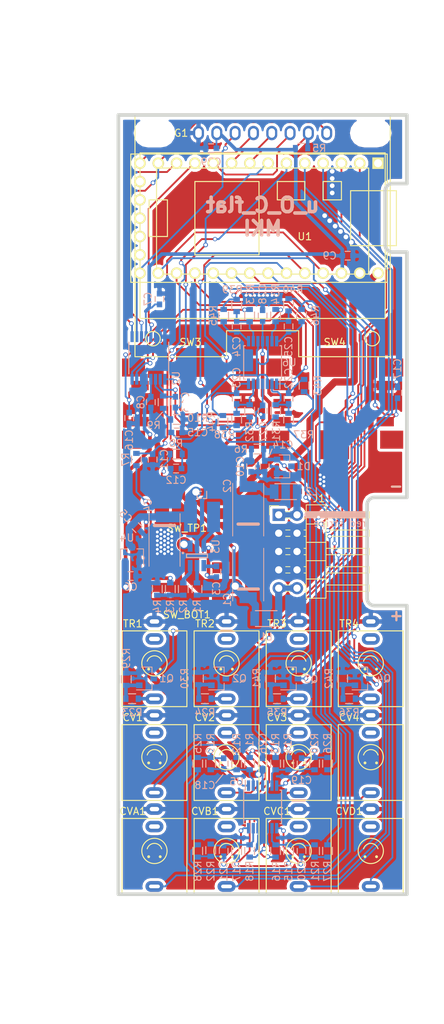
<source format=kicad_pcb>
(kicad_pcb (version 4) (host pcbnew 4.0.6)
  (title_block (rev MK1))
  (layers (0 F.Cu signal) (31 B.Cu signal) (34 B.Paste user) (35 F.Paste user) (36 B.SilkS user) (37 F.SilkS user) (38 B.Mask user) (39 F.Mask user) (44 Edge.Cuts user))
  (net 0 "")
  (net 1 +12VA)
  (net 2 Earth)
  (net 3 -12VA)
  (net 4 "Net-(C3-Pad1)")
  (net 5 "Net-(C3-Pad2)")
  (net 6 +3.3VA)
  (net 7 "Net-(J1-Pad1)")
  (net 8 "Net-(J1-Pad10)")
  (net 9 "Net-(R1-Pad2)")
  (net 10 "Net-(R2-Pad1)")
  (net 11 "Net-(R2-Pad2)")
  (net 12 +5V)
  (net 13 +3V3)
  (net 14 CS_OLED)
  (net 15 SCK)
  (net 16 DIN)
  (net 17 SW_R)
  (net 18 ENC_R1)
  (net 19 ENC_R2)
  (net 20 CV4)
  (net 21 CV2)
  (net 22 CV1)
  (net 23 CV3)
  (net 24 ENC_L2)
  (net 25 SW_L)
  (net 26 DOUT)
  (net 27 CS_DAC)
  (net 28 RST_DAC)
  (net 29 RST)
  (net 30 DC)
  (net 31 SW_T)
  (net 32 SW_B)
  (net 33 TR4)
  (net 34 TR3)
  (net 35 TR2)
  (net 36 TR1)
  (net 37 VREF_2V5)
  (net 38 AREF_-5V)
  (net 39 V_bias)
  (net 40 "Net-(C18-Pad1)")
  (net 41 "Net-(C18-Pad2)")
  (net 42 "Net-(C19-Pad1)")
  (net 43 "Net-(C19-Pad2)")
  (net 44 "Net-(C20-Pad1)")
  (net 45 "Net-(C20-Pad2)")
  (net 46 "Net-(C21-Pad1)")
  (net 47 "Net-(C21-Pad2)")
  (net 48 "Net-(C22-Pad1)")
  (net 49 "Net-(C22-Pad2)")
  (net 50 "Net-(C23-Pad1)")
  (net 51 "Net-(C23-Pad2)")
  (net 52 "Net-(C24-Pad1)")
  (net 53 "Net-(C24-Pad2)")
  (net 54 "Net-(C25-Pad1)")
  (net 55 "Net-(C25-Pad2)")
  (net 56 "Net-(Q1-Pad1)")
  (net 57 "Net-(Q2-Pad1)")
  (net 58 "Net-(Q3-Pad1)")
  (net 59 "Net-(Q4-Pad1)")
  (net 60 "Net-(R7-Pad2)")
  (net 61 "Net-(R8-Pad2)")
  (net 62 "Net-(R23-Pad2)")
  (net 63 "Net-(R24-Pad2)")
  (net 64 CV_A)
  (net 65 CV_B)
  (net 66 CV_C)
  (net 67 CV_D)
  (net 68 "Net-(R35-Pad2)")
  (net 69 "Net-(R36-Pad2)")
  (net 70 ENC_L1)
  (net 71 "Net-(CV1-Pad3)")
  (net 72 "Net-(CV2-Pad3)")
  (net 73 "Net-(CV3-Pad3)")
  (net 74 "Net-(CV4-Pad3)")
  (net 75 "Net-(CVA1-Pad3)")
  (net 76 "Net-(CVB1-Pad3)")
  (net 77 "Net-(CVC1-Pad3)")
  (net 78 "Net-(CVD1-Pad3)")
  (module raffilibkicad:TSSOP-14_4.4x5mm_Pitch0.65mm (layer B.Cu) (at 20 34.3 90)
    (fp_text reference U6 (at 0 3.7 180) (layer B.SilkS) (effects (justify mirror)))
    (fp_text value TL074)
    (pad 1 smd rect (at -2.95 1.95 90) (size 1.45 0.45) (layers B.Cu B.Paste B.Mask) (net 48 "Net-(C22-Pad1)"))
    (pad 2 smd rect (at -2.95 1.3 90) (size 1.45 0.45) (layers B.Cu B.Paste B.Mask) (net 49 "Net-(C22-Pad2)"))
    (pad 3 smd rect (at -2.95 0.65 90) (size 1.45 0.45) (layers B.Cu B.Paste B.Mask) (net 39 V_bias))
    (pad 4 smd rect (at -2.95 0 90) (size 1.45 0.45) (layers B.Cu B.Paste B.Mask) (net 1 +12VA))
    (pad 5 smd rect (at -2.95 -0.65 90) (size 1.45 0.45) (layers B.Cu B.Paste B.Mask) (net 39 V_bias))
    (pad 6 smd rect (at -2.95 -1.3 90) (size 1.45 0.45) (layers B.Cu B.Paste B.Mask) (net 51 "Net-(C23-Pad2)"))
    (pad 7 smd rect (at -2.95 -1.95 90) (size 1.45 0.45) (layers B.Cu B.Paste B.Mask) (net 50 "Net-(C23-Pad1)"))
    (pad 8 smd rect (at 2.95 -1.95 90) (size 1.45 0.45) (layers B.Cu B.Paste B.Mask) (net 52 "Net-(C24-Pad1)"))
    (pad 9 smd rect (at 2.95 -1.3 90) (size 1.45 0.45) (layers B.Cu B.Paste B.Mask) (net 53 "Net-(C24-Pad2)"))
    (pad 10 smd rect (at 2.95 -0.65 90) (size 1.45 0.45) (layers B.Cu B.Paste B.Mask) (net 39 V_bias))
    (pad 11 smd rect (at 2.95 0 90) (size 1.45 0.45) (layers B.Cu B.Paste B.Mask) (net 3 -12VA))
    (pad 12 smd rect (at 2.95 0.65 90) (size 1.45 0.45) (layers B.Cu B.Paste B.Mask) (net 39 V_bias))
    (pad 13 smd rect (at 2.95 1.3 90) (size 1.45 0.45) (layers B.Cu B.Paste B.Mask) (net 55 "Net-(C25-Pad2)"))
    (pad 14 smd rect (at 2.95 1.95 90) (size 1.45 0.45) (layers B.Cu B.Paste B.Mask) (net 54 "Net-(C25-Pad1)"))
  )
  (module raffilibkicad:Pin_Header_Angled_2x05_Pitch2.54mm_with_space_for_con (layer F.Cu) (at 23.5 60.5)
    (fp_text reference J1 (at 4.315 -7.35) (layer F.SilkS))
    (fp_text value CONN_02X05 hide)
    (pad 1 thru_hole rect (at -1.27 -5.08) (size 1.7 1.7) (drill 1) (layers *.Cu *.Mask) (net 7 "Net-(J1-Pad1)"))
    (pad 2 thru_hole oval (at 1.27 -5.08) (size 1.7 1.7) (drill 1) (layers *.Cu *.Mask) (net 7 "Net-(J1-Pad1)"))
    (pad 3 thru_hole oval (at -1.27 -2.54) (size 1.7 1.7) (drill 1) (layers *.Cu *.Mask) (net 2 Earth))
    (pad 4 thru_hole oval (at 1.27 -2.54) (size 1.7 1.7) (drill 1) (layers *.Cu *.Mask) (net 2 Earth))
    (pad 5 thru_hole oval (at -1.27 0) (size 1.7 1.7) (drill 1) (layers *.Cu *.Mask) (net 2 Earth))
    (pad 6 thru_hole oval (at 1.27 0) (size 1.7 1.7) (drill 1) (layers *.Cu *.Mask) (net 2 Earth))
    (pad 7 thru_hole oval (at -1.27 2.54) (size 1.7 1.7) (drill 1) (layers *.Cu *.Mask) (net 2 Earth))
    (pad 8 thru_hole oval (at 1.27 2.54) (size 1.7 1.7) (drill 1) (layers *.Cu *.Mask) (net 2 Earth))
    (pad 9 thru_hole oval (at -1.27 5.08) (size 1.7 1.7) (drill 1) (layers *.Cu *.Mask) (net 8 "Net-(J1-Pad10)"))
    (pad 10 thru_hole oval (at 1.27 5.08) (size 1.7 1.7) (drill 1) (layers *.Cu *.Mask) (net 8 "Net-(J1-Pad10)"))
  )
  (module raffilibkicad:CP_Elec_7.3x4.3 (layer B.Cu) (at 18 63.7 90)
    (fp_text reference C1 (at -3.5 -2.9 90) (layer B.SilkS) (effects (justify mirror)))
    (fp_text value 22u hide)
    (pad 1 smd rect (at -3.2 0 270) (size 1.5 2.4) (layers B.Cu B.Paste B.Mask) (net 1 +12VA))
    (pad 2 smd rect (at 3.2 0 270) (size 1.5 2.4) (layers B.Cu B.Paste B.Mask) (net 2 Earth))
  )
  (module raffilibkicad:Teensy_3_2 (layer F.Cu) (at 19.5 14.3 180)
    (fp_text reference U1 (at -6.35 -2.54 180) (layer F.SilkS))
    (fp_text value Teensy3.2)
    (pad 17 thru_hole circle (at 16.51 0 180) (size 1.6 1.6) (drill 1.1) (layers *.Cu *.Mask F.SilkS))
    (pad 18 thru_hole circle (at 16.51 -2.54 180) (size 1.6 1.6) (drill 1.1) (layers *.Cu *.Mask F.SilkS))
    (pad 19 thru_hole circle (at 16.51 -5.08 180) (size 1.6 1.6) (drill 1.1) (layers *.Cu *.Mask F.SilkS))
    (pad 20 thru_hole circle (at 16.51 -7.62 180) (size 1.6 1.6) (drill 1.1) (layers *.Cu *.Mask F.SilkS) (net 15 SCK))
    (pad 16 thru_hole circle (at 16.51 2.54 180) (size 1.6 1.6) (drill 1.1) (layers *.Cu *.Mask F.SilkS))
    (pad 15 thru_hole circle (at 16.51 5.08 180) (size 1.6 1.6) (drill 1.1) (layers *.Cu *.Mask F.SilkS))
    (pad 14 thru_hole circle (at 16.51 7.62 180) (size 1.6 1.6) (drill 1.1) (layers *.Cu *.Mask F.SilkS) (net 16 DIN))
    (pad 21 thru_hole circle (at 13.97 -7.62 180) (size 1.6 1.6) (drill 1.1) (layers *.Cu *.Mask F.SilkS) (net 17 SW_R))
    (pad 22 thru_hole circle (at 11.43 -7.62 180) (size 1.6 1.6) (drill 1.1) (layers *.Cu *.Mask F.SilkS) (net 18 ENC_R1))
    (pad 23 thru_hole circle (at 8.89 -7.62 180) (size 1.6 1.6) (drill 1.1) (layers *.Cu *.Mask F.SilkS) (net 19 ENC_R2))
    (pad 24 thru_hole circle (at 6.35 -7.62 180) (size 1.6 1.6) (drill 1.1) (layers *.Cu *.Mask F.SilkS) (net 20 CV4))
    (pad 25 thru_hole circle (at 3.81 -7.62 180) (size 1.6 1.6) (drill 1.1) (layers *.Cu *.Mask F.SilkS) (net 21 CV2))
    (pad 26 thru_hole circle (at 1.27 -7.62 180) (size 1.6 1.6) (drill 1.1) (layers *.Cu *.Mask F.SilkS) (net 22 CV1))
    (pad 27 thru_hole circle (at -1.27 -7.62 180) (size 1.6 1.6) (drill 1.1) (layers *.Cu *.Mask F.SilkS) (net 23 CV3))
    (pad 28 thru_hole circle (at -3.81 -7.62 180) (size 1.6 1.6) (drill 1.1) (layers *.Cu *.Mask F.SilkS) (net 24 ENC_L2))
    (pad 29 thru_hole circle (at -6.35 -7.62 180) (size 1.6 1.6) (drill 1.1) (layers *.Cu *.Mask F.SilkS) (net 70 ENC_L1))
    (pad 30 thru_hole circle (at -8.89 -7.62 180) (size 1.6 1.6) (drill 1.1) (layers *.Cu *.Mask F.SilkS) (net 25 SW_L))
    (pad 31 thru_hole circle (at -11.43 -7.62 180) (size 1.6 1.6) (drill 1.1) (layers *.Cu *.Mask F.SilkS) (net 13 +3V3))
    (pad 32 thru_hole circle (at -13.97 -7.62 180) (size 1.6 1.6) (drill 1.1) (layers *.Cu *.Mask F.SilkS) (net 2 Earth))
    (pad 33 thru_hole circle (at -16.51 -7.62 180) (size 1.6 1.6) (drill 1.1) (layers *.Cu *.Mask F.SilkS) (net 12 +5V))
    (pad 13 thru_hole circle (at 13.97 7.62 180) (size 1.6 1.6) (drill 1.1) (layers *.Cu *.Mask F.SilkS) (net 26 DOUT))
    (pad 12 thru_hole circle (at 11.43 7.62 180) (size 1.6 1.6) (drill 1.1) (layers *.Cu *.Mask F.SilkS) (net 27 CS_DAC))
    (pad 11 thru_hole circle (at 8.89 7.62 180) (size 1.6 1.6) (drill 1.1) (layers *.Cu *.Mask F.SilkS) (net 28 RST_DAC))
    (pad 10 thru_hole circle (at 6.35 7.62 180) (size 1.6 1.6) (drill 1.1) (layers *.Cu *.Mask F.SilkS) (net 14 CS_OLED))
    (pad 9 thru_hole circle (at 3.81 7.62 180) (size 1.6 1.6) (drill 1.1) (layers *.Cu *.Mask F.SilkS) (net 29 RST))
    (pad 8 thru_hole circle (at 1.27 7.62 180) (size 1.6 1.6) (drill 1.1) (layers *.Cu *.Mask F.SilkS) (net 30 DC))
    (pad 7 thru_hole circle (at -1.27 7.62 180) (size 1.6 1.6) (drill 1.1) (layers *.Cu *.Mask F.SilkS) (net 31 SW_T))
    (pad 6 thru_hole circle (at -3.81 7.62 180) (size 1.6 1.6) (drill 1.1) (layers *.Cu *.Mask F.SilkS) (net 32 SW_B))
    (pad 5 thru_hole circle (at -6.35 7.62 180) (size 1.6 1.6) (drill 1.1) (layers *.Cu *.Mask F.SilkS) (net 33 TR4))
    (pad 4 thru_hole circle (at -8.89 7.62 180) (size 1.6 1.6) (drill 1.1) (layers *.Cu *.Mask F.SilkS) (net 34 TR3))
    (pad 3 thru_hole circle (at -11.43 7.62 180) (size 1.6 1.6) (drill 1.1) (layers *.Cu *.Mask F.SilkS) (net 35 TR2))
    (pad 2 thru_hole circle (at -13.97 7.62 180) (size 1.6 1.6) (drill 1.1) (layers *.Cu *.Mask F.SilkS) (net 36 TR1))
    (pad 1 thru_hole rect (at -16.51 7.62 180) (size 1.6 1.6) (drill 1.1) (layers *.Cu *.Mask F.SilkS) (net 2 Earth))
  )
  (module raffilibkicad:R_0603 (layer B.Cu) (at 25.4 4.6 180)
    (fp_text reference R5 (at -2.45 0 180) (layer B.SilkS) (effects (justify mirror)))
    (fp_text value 75k)
    (pad 1 smd rect (at -0.85 0 180) (size 0.7 0.9) (layers B.Cu B.Paste B.Mask) (net 14 CS_OLED))
    (pad 2 smd rect (at 0.85 0 180) (size 0.7 0.9) (layers B.Cu B.Paste B.Mask) (net 13 +3V3))
  )
  (module raffilibkicad:C_0603 (layer B.Cu) (at 31.8 19.5 180)
    (fp_text reference C9 (at 2.5 0 180) (layer B.SilkS) (effects (justify mirror)))
    (fp_text value 470n)
    (pad 1 smd rect (at -0.75 0 180) (size 0.8 0.75) (layers B.Cu B.Paste B.Mask) (net 2 Earth))
    (pad 2 smd rect (at 0.75 0 180) (size 0.8 0.75) (layers B.Cu B.Paste B.Mask) (net 13 +3V3))
  )
  (module raffilibkicad:C_0603 (layer B.Cu) (at 4.5 39.8 90)
    (fp_text reference C8 (at 0 -1.4 90) (layer B.SilkS) (effects (justify mirror)))
    (fp_text value 100n)
    (pad 1 smd rect (at -0.75 0 90) (size 0.8 0.75) (layers B.Cu B.Paste B.Mask) (net 2 Earth))
    (pad 2 smd rect (at 0.75 0 90) (size 0.8 0.75) (layers B.Cu B.Paste B.Mask) (net 6 +3.3VA))
  )
  (module raffilibkicad:C_0603 (layer B.Cu) (at 5.7 25.5 270)
    (fp_text reference C7 (at 0 1.6 270) (layer B.SilkS) (effects (justify mirror)))
    (fp_text value 100n)
    (pad 1 smd rect (at -0.75 0 270) (size 0.8 0.75) (layers B.Cu B.Paste B.Mask) (net 2 Earth))
    (pad 2 smd rect (at 0.75 0 270) (size 0.8 0.75) (layers B.Cu B.Paste B.Mask) (net 13 +3V3))
  )
  (module raffilibkicad:SOT-23 (layer B.Cu) (at 1.9 60.9 90)
    (fp_text reference U4 (at 2.3 -0.7 180) (layer B.SilkS) (effects (justify mirror)))
    (fp_text value AP2210N-3.3TRG1_/_SOT23-3)
    (pad 1 smd rect (at -1 0.95 90) (size 0.9 0.8) (layers B.Cu B.Paste B.Mask) (net 2 Earth))
    (pad 2 smd rect (at -1 -0.95 90) (size 0.9 0.8) (layers B.Cu B.Paste B.Mask) (net 6 +3.3VA))
    (pad 3 smd rect (at 1 0 90) (size 0.9 0.8) (layers B.Cu B.Paste B.Mask) (net 12 +5V))
  )
  (module raffilibkicad:SOT-23-6 (layer B.Cu) (at 10.9 61.1 270)
    (fp_text reference U3 (at -1.3 -2.6 270) (layer B.SilkS) (effects (justify mirror)))
    (fp_text value MP1469)
    (pad 1 smd rect (at -1.35 0.95 270) (size 1.56 0.65) (layers B.Cu B.Paste B.Mask) (net 1 +12VA))
    (pad 2 smd rect (at -1.35 0 270) (size 1.56 0.65) (layers B.Cu B.Paste B.Mask) (net 2 Earth))
    (pad 3 smd rect (at -1.35 -0.95 270) (size 1.56 0.65) (layers B.Cu B.Paste B.Mask) (net 4 "Net-(C3-Pad1)"))
    (pad 4 smd rect (at 1.35 -0.95 270) (size 1.56 0.65) (layers B.Cu B.Paste B.Mask) (net 5 "Net-(C3-Pad2)"))
    (pad 6 smd rect (at 1.35 0.95 270) (size 1.56 0.65) (layers B.Cu B.Paste B.Mask) (net 11 "Net-(R2-Pad2)"))
    (pad 5 smd rect (at 1.35 0 270) (size 1.56 0.65) (layers B.Cu B.Paste B.Mask) (net 9 "Net-(R1-Pad2)"))
  )
  (module raffilibkicad:ENCODER_PEC11_SMD (layer F.Cu) (at 30 40 270)
    (fp_text reference SW4 (at -8.5 0 360) (layer F.SilkS))
    (fp_text value Rotary_Encoder_Switch hide)
    (pad 1 smd rect (at -2.5 7.3 270) (size 1.3 2.4) (layers F.Cu F.Paste F.Mask) (net 18 ENC_R1))
    (pad 2 smd rect (at 0 7.3 270) (size 1.3 2.4) (layers F.Cu F.Paste F.Mask) (net 2 Earth))
    (pad 3 smd rect (at 2.5 7.3 270) (size 1.3 2.4) (layers F.Cu F.Paste F.Mask) (net 19 ENC_R2))
    (pad 4 smd rect (at 2.5 -7 270) (size 1.3 2.4) (layers F.Cu F.Paste F.Mask) (net 17 SW_R))
    (pad 5 smd rect (at -2.5 -7 270) (size 1.3 2.4) (layers F.Cu F.Paste F.Mask) (net 2 Earth))
    (pad 6 smd rect (at 5.7 0 270) (size 4 4) (layers F.Cu F.Paste F.Mask))
    (pad 7 smd rect (at -5.7 0 270) (size 4 4) (layers F.Cu F.Paste F.Mask))
    (pad "" np_thru_hole circle (at 0 0 270) (size 2.1 2.1) (drill 2.1) (layers *.Cu *.Mask))
    (pad "" np_thru_hole oval (at 0 4.5 270) (size 1.6 2.2) (drill oval 1.6 2.2) (layers *.Cu *.Mask))
    (pad "" smd rect (at -5 -7.9 270) (size 2.5 3.2) (layers F.Cu F.Paste F.Mask))
    (pad "" smd rect (at -5 7.9 270) (size 2.5 3.2) (layers F.Cu F.Paste F.Mask))
    (pad "" smd rect (at 5 7.9 270) (size 2.5 3.2) (layers F.Cu F.Paste F.Mask))
    (pad "" smd rect (at 5 -7.9 270) (size 2.5 3.2) (layers F.Cu F.Paste F.Mask))
  )
  (module raffilibkicad:ENCODER_PEC11_SMD (layer F.Cu) (at 10 40 90)
    (fp_text reference SW3 (at 8.5 0 180) (layer F.SilkS))
    (fp_text value Rotary_Encoder_Switch hide)
    (pad 1 smd rect (at -2.5 7.3 90) (size 1.3 2.4) (layers F.Cu F.Paste F.Mask) (net 70 ENC_L1))
    (pad 2 smd rect (at 0 7.3 90) (size 1.3 2.4) (layers F.Cu F.Paste F.Mask) (net 2 Earth))
    (pad 3 smd rect (at 2.5 7.3 90) (size 1.3 2.4) (layers F.Cu F.Paste F.Mask) (net 24 ENC_L2))
    (pad 4 smd rect (at 2.5 -7 90) (size 1.3 2.4) (layers F.Cu F.Paste F.Mask) (net 25 SW_L))
    (pad 5 smd rect (at -2.5 -7 90) (size 1.3 2.4) (layers F.Cu F.Paste F.Mask) (net 2 Earth))
    (pad 6 smd rect (at 5.7 0 90) (size 4 4) (layers F.Cu F.Paste F.Mask))
    (pad 7 smd rect (at -5.7 0 90) (size 4 4) (layers F.Cu F.Paste F.Mask))
    (pad "" np_thru_hole circle (at 0 0 90) (size 2.1 2.1) (drill 2.1) (layers *.Cu *.Mask))
    (pad "" np_thru_hole oval (at 0 4.5 90) (size 1.6 2.2) (drill oval 1.6 2.2) (layers *.Cu *.Mask))
    (pad "" smd rect (at -5 -7.9 90) (size 2.5 3.2) (layers F.Cu F.Paste F.Mask))
    (pad "" smd rect (at -5 7.9 90) (size 2.5 3.2) (layers F.Cu F.Paste F.Mask))
    (pad "" smd rect (at 5 7.9 90) (size 2.5 3.2) (layers F.Cu F.Paste F.Mask))
    (pad "" smd rect (at 5 -7.9 90) (size 2.5 3.2) (layers F.Cu F.Paste F.Mask))
  )
  (module raffilibkicad:R_0603 (layer B.Cu) (at 5.4 65.7 90)
    (fp_text reference R4 (at -2.4 0 90) (layer B.SilkS) (effects (justify mirror)))
    (fp_text value 7k68)
    (pad 1 smd rect (at -0.85 0 90) (size 0.7 0.9) (layers B.Cu B.Paste B.Mask) (net 10 "Net-(R2-Pad1)"))
    (pad 2 smd rect (at 0.85 0 90) (size 0.7 0.9) (layers B.Cu B.Paste B.Mask) (net 2 Earth))
  )
  (module raffilibkicad:R_0603 (layer B.Cu) (at 7.2 65.7 270)
    (fp_text reference R3 (at 2.4 0 270) (layer B.SilkS) (effects (justify mirror)))
    (fp_text value 40k2)
    (pad 1 smd rect (at -0.85 0 270) (size 0.7 0.9) (layers B.Cu B.Paste B.Mask) (net 12 +5V))
    (pad 2 smd rect (at 0.85 0 270) (size 0.7 0.9) (layers B.Cu B.Paste B.Mask) (net 10 "Net-(R2-Pad1)"))
  )
  (module raffilibkicad:R_0603 (layer B.Cu) (at 9 65.7 90)
    (fp_text reference R2 (at -2.4 0 90) (layer B.SilkS) (effects (justify mirror)))
    (fp_text value 75k)
    (pad 1 smd rect (at -0.85 0 90) (size 0.7 0.9) (layers B.Cu B.Paste B.Mask) (net 10 "Net-(R2-Pad1)"))
    (pad 2 smd rect (at 0.85 0 90) (size 0.7 0.9) (layers B.Cu B.Paste B.Mask) (net 11 "Net-(R2-Pad2)"))
  )
  (module raffilibkicad:R_0603 (layer B.Cu) (at 10.9 65.7 90)
    (fp_text reference R1 (at -2.4 0 90) (layer B.SilkS) (effects (justify mirror)))
    (fp_text value 100k)
    (pad 1 smd rect (at -0.85 0 90) (size 0.7 0.9) (layers B.Cu B.Paste B.Mask) (net 1 +12VA))
    (pad 2 smd rect (at 0.85 0 90) (size 0.7 0.9) (layers B.Cu B.Paste B.Mask) (net 9 "Net-(R1-Pad2)"))
  )
  (module raffilibkicad:C_0603 (layer B.Cu) (at 1.7 63.9 180)
    (fp_text reference C6 (at 0 -1.5 180) (layer B.SilkS) (effects (justify mirror)))
    (fp_text value 10u)
    (pad 1 smd rect (at -0.75 0 180) (size 0.8 0.75) (layers B.Cu B.Paste B.Mask) (net 2 Earth))
    (pad 2 smd rect (at 0.75 0 180) (size 0.8 0.75) (layers B.Cu B.Paste B.Mask) (net 6 +3.3VA))
  )
  (module raffilibkicad:C_0603 (layer B.Cu) (at 2.6 57.2 315)
    (fp_text reference C5 (at -2.262742 0 315) (layer B.SilkS) (effects (justify mirror)))
    (fp_text value 100n)
    (pad 1 smd rect (at -0.75 0 315) (size 0.8 0.75) (layers B.Cu B.Paste B.Mask) (net 12 +5V))
    (pad 2 smd rect (at 0.75 0 315) (size 0.8 0.75) (layers B.Cu B.Paste B.Mask) (net 2 Earth))
  )
  (module raffilibkicad:C_0603 (layer B.Cu) (at 13.6 63.3 90)
    (fp_text reference C3 (at -2.3 0 90) (layer B.SilkS) (effects (justify mirror)))
    (fp_text value 1u)
    (pad 1 smd rect (at -0.75 0 90) (size 0.8 0.75) (layers B.Cu B.Paste B.Mask) (net 4 "Net-(C3-Pad1)"))
    (pad 2 smd rect (at 0.75 0 90) (size 0.8 0.75) (layers B.Cu B.Paste B.Mask) (net 5 "Net-(C3-Pad2)"))
  )
  (module raffilibkicad:CP_Elec_7.3x4.3 (layer B.Cu) (at 6.4 58.9 270)
    (fp_text reference C4 (at -4.8 2.3 270) (layer B.SilkS) (effects (justify mirror)))
    (fp_text value 22u hide)
    (pad 1 smd rect (at -3.2 0 90) (size 1.5 2.4) (layers B.Cu B.Paste B.Mask) (net 12 +5V))
    (pad 2 smd rect (at 3.2 0 90) (size 1.5 2.4) (layers B.Cu B.Paste B.Mask) (net 2 Earth))
  )
  (module raffilibkicad:CP_Elec_7.3x4.3 (layer B.Cu) (at 18 54.7 90)
    (fp_text reference C2 (at 3.3 -2.9 90) (layer B.SilkS) (effects (justify mirror)))
    (fp_text value 22u hide)
    (pad 1 smd rect (at -3.2 0 270) (size 1.5 2.4) (layers B.Cu B.Paste B.Mask) (net 2 Earth))
    (pad 2 smd rect (at 3.2 0 270) (size 1.5 2.4) (layers B.Cu B.Paste B.Mask) (net 3 -12VA))
  )
  (module raffilibkicad:Inductor_SRN4018TA_bourns (layer B.Cu) (at 11.6 55.7)
    (fp_text reference L3 (at 0 -3) (layer B.SilkS) (effects (justify mirror)))
    (fp_text value 6u8 hide)
    (pad 1 smd rect (at -1.6 0) (size 1.8 4.2) (layers B.Cu B.Paste B.Mask) (net 12 +5V))
    (pad 2 smd rect (at 1.6 0) (size 1.8 4.2) (layers B.Cu B.Paste B.Mask) (net 4 "Net-(C3-Pad1)"))
  )
  (module raffilibkicad:Inductor_PSU_NLCV32T (layer B.Cu) (at 20.5 69.8)
    (fp_text reference L1 (at 0 2.5) (layer B.SilkS) (effects (justify mirror)))
    (fp_text value 100n hide)
    (pad 1 smd rect (at -1.6 0) (size 1.2 2) (layers B.Cu B.Paste B.Mask) (net 1 +12VA))
    (pad 2 smd rect (at 1.6 0) (size 1.2 2) (layers B.Cu B.Paste B.Mask) (net 8 "Net-(J1-Pad10)"))
  )
  (module raffilibkicad:Inductor_PSU_NLCV32T (layer B.Cu) (at 23.2 52.2 180)
    (fp_text reference L2 (at -3.6 0 180) (layer B.SilkS) (effects (justify mirror)))
    (fp_text value 100n hide)
    (pad 1 smd rect (at -1.6 0 180) (size 1.2 2) (layers B.Cu B.Paste B.Mask) (net 7 "Net-(J1-Pad1)"))
    (pad 2 smd rect (at 1.6 0 180) (size 1.2 2) (layers B.Cu B.Paste B.Mask) (net 3 -12VA))
  )
  (module raffilibkicad:C_0603 (layer B.Cu) (at 18.4 48.7 90)
    (fp_text reference C10 (at 0 -1.5 90) (layer B.SilkS) (effects (justify mirror)))
    (fp_text value 1u)
    (pad 1 smd rect (at -0.75 0 90) (size 0.8 0.75) (layers B.Cu B.Paste B.Mask) (net 2 Earth))
    (pad 2 smd rect (at 0.75 0 90) (size 0.8 0.75) (layers B.Cu B.Paste B.Mask) (net 3 -12VA))
  )
  (module raffilibkicad:C_0603 (layer B.Cu) (at 4.75 47.75 90)
    (fp_text reference C11 (at 0 1.6 90) (layer B.SilkS) (effects (justify mirror)))
    (fp_text value 100n)
    (pad 1 smd rect (at -0.75 0 90) (size 0.8 0.75) (layers B.Cu B.Paste B.Mask) (net 2 Earth))
    (pad 2 smd rect (at 0.75 0 90) (size 0.8 0.75) (layers B.Cu B.Paste B.Mask) (net 32 SW_B))
  )
  (module raffilibkicad:C_0603 (layer B.Cu) (at 8 49)
    (fp_text reference C12 (at 0 1.6) (layer B.SilkS) (effects (justify mirror)))
    (fp_text value 100n)
    (pad 1 smd rect (at -0.75 0) (size 0.8 0.75) (layers B.Cu B.Paste B.Mask) (net 2 Earth))
    (pad 2 smd rect (at 0.75 0) (size 0.8 0.75) (layers B.Cu B.Paste B.Mask) (net 31 SW_T))
  )
  (module raffilibkicad:C_0603 (layer B.Cu) (at 7.9 39.8 90)
    (fp_text reference C13 (at 0 1.4 90) (layer B.SilkS) (effects (justify mirror)))
    (fp_text value 470n)
    (pad 1 smd rect (at -0.75 0 90) (size 0.8 0.75) (layers B.Cu B.Paste B.Mask) (net 2 Earth))
    (pad 2 smd rect (at 0.75 0 90) (size 0.8 0.75) (layers B.Cu B.Paste B.Mask) (net 37 VREF_2V5))
  )
  (module raffilibkicad:C_0603 (layer B.Cu) (at 20.3 48.7 90)
    (fp_text reference C14 (at 3 2.5 180) (layer B.SilkS) (effects (justify mirror)))
    (fp_text value 1u)
    (pad 1 smd rect (at -0.75 0 90) (size 0.8 0.75) (layers B.Cu B.Paste B.Mask) (net 2 Earth))
    (pad 2 smd rect (at 0.75 0 90) (size 0.8 0.75) (layers B.Cu B.Paste B.Mask) (net 38 AREF_-5V))
  )
  (module raffilibkicad:C_0603 (layer B.Cu) (at 8.1 44 180)
    (fp_text reference C15 (at -2.9 0 180) (layer B.SilkS) (effects (justify mirror)))
    (fp_text value 100n)
    (pad 1 smd rect (at -0.75 0 180) (size 0.8 0.75) (layers B.Cu B.Paste B.Mask) (net 2 Earth))
    (pad 2 smd rect (at 0.75 0 180) (size 0.8 0.75) (layers B.Cu B.Paste B.Mask) (net 39 V_bias))
  )
  (module raffilibkicad:C_0603 (layer B.Cu) (at 1.5 42 270)
    (fp_text reference C16 (at 3.05 0 270) (layer B.SilkS) (effects (justify mirror)))
    (fp_text value 470n)
    (pad 1 smd rect (at -0.75 0 270) (size 0.8 0.75) (layers B.Cu B.Paste B.Mask) (net 25 SW_L))
    (pad 2 smd rect (at 0.75 0 270) (size 0.8 0.75) (layers B.Cu B.Paste B.Mask) (net 2 Earth))
  )
  (module raffilibkicad:C_0603 (layer B.Cu) (at 38.7 38.5 90)
    (fp_text reference C17 (at 3.3 0 90) (layer B.SilkS) (effects (justify mirror)))
    (fp_text value 470n)
    (pad 1 smd rect (at -0.75 0 90) (size 0.8 0.75) (layers B.Cu B.Paste B.Mask) (net 17 SW_R))
    (pad 2 smd rect (at 0.75 0 90) (size 0.8 0.75) (layers B.Cu B.Paste B.Mask) (net 2 Earth))
  )
  (module raffilibkicad:C_0603 (layer B.Cu) (at 14.6 89.9 270)
    (fp_text reference C18 (at 3 2.6 360) (layer B.SilkS) (effects (justify mirror)))
    (fp_text value 470n)
    (pad 1 smd rect (at -0.75 0 270) (size 0.8 0.75) (layers B.Cu B.Paste B.Mask) (net 40 "Net-(C18-Pad1)"))
    (pad 2 smd rect (at 0.75 0 270) (size 0.8 0.75) (layers B.Cu B.Paste B.Mask) (net 41 "Net-(C18-Pad2)"))
  )
  (module raffilibkicad:C_0603 (layer B.Cu) (at 25.4 89.9 270)
    (fp_text reference C19 (at 2.3 0 360) (layer B.SilkS) (effects (justify mirror)))
    (fp_text value 470n)
    (pad 1 smd rect (at -0.75 0 270) (size 0.8 0.75) (layers B.Cu B.Paste B.Mask) (net 42 "Net-(C19-Pad1)"))
    (pad 2 smd rect (at 0.75 0 270) (size 0.8 0.75) (layers B.Cu B.Paste B.Mask) (net 43 "Net-(C19-Pad2)"))
  )
  (module raffilibkicad:C_0603 (layer B.Cu) (at 25.4 102 90)
    (fp_text reference C20 (at -2.7 0 90) (layer B.SilkS) (effects (justify mirror)))
    (fp_text value 470n)
    (pad 1 smd rect (at -0.75 0 90) (size 0.8 0.75) (layers B.Cu B.Paste B.Mask) (net 44 "Net-(C20-Pad1)"))
    (pad 2 smd rect (at 0.75 0 90) (size 0.8 0.75) (layers B.Cu B.Paste B.Mask) (net 45 "Net-(C20-Pad2)"))
  )
  (module raffilibkicad:C_0603 (layer B.Cu) (at 14.6 102 90)
    (fp_text reference C21 (at -2.8 0 90) (layer B.SilkS) (effects (justify mirror)))
    (fp_text value 470n)
    (pad 1 smd rect (at -0.75 0 90) (size 0.8 0.75) (layers B.Cu B.Paste B.Mask) (net 46 "Net-(C21-Pad1)"))
    (pad 2 smd rect (at 0.75 0 90) (size 0.8 0.75) (layers B.Cu B.Paste B.Mask) (net 47 "Net-(C21-Pad2)"))
  )
  (module raffilibkicad:C_0603 (layer B.Cu) (at 23.6 39.3 270)
    (fp_text reference C22 (at -2.8 0 270) (layer B.SilkS) (effects (justify mirror)))
    (fp_text value 22p)
    (pad 1 smd rect (at -0.75 0 270) (size 0.8 0.75) (layers B.Cu B.Paste B.Mask) (net 48 "Net-(C22-Pad1)"))
    (pad 2 smd rect (at 0.75 0 270) (size 0.8 0.75) (layers B.Cu B.Paste B.Mask) (net 49 "Net-(C22-Pad2)"))
  )
  (module raffilibkicad:C_0603 (layer B.Cu) (at 16.4 39.3 270)
    (fp_text reference C23 (at -2.9 0 270) (layer B.SilkS) (effects (justify mirror)))
    (fp_text value 22p)
    (pad 1 smd rect (at -0.75 0 270) (size 0.8 0.75) (layers B.Cu B.Paste B.Mask) (net 50 "Net-(C23-Pad1)"))
    (pad 2 smd rect (at 0.75 0 270) (size 0.8 0.75) (layers B.Cu B.Paste B.Mask) (net 51 "Net-(C23-Pad2)"))
  )
  (module raffilibkicad:C_0603 (layer B.Cu) (at 16.4 29.3 90)
    (fp_text reference C24 (at -2.8 0 90) (layer B.SilkS) (effects (justify mirror)))
    (fp_text value 22p)
    (pad 1 smd rect (at -0.75 0 90) (size 0.8 0.75) (layers B.Cu B.Paste B.Mask) (net 52 "Net-(C24-Pad1)"))
    (pad 2 smd rect (at 0.75 0 90) (size 0.8 0.75) (layers B.Cu B.Paste B.Mask) (net 53 "Net-(C24-Pad2)"))
  )
  (module raffilibkicad:C_0603 (layer B.Cu) (at 23.6 29.3 90)
    (fp_text reference C25 (at -2.8 0 90) (layer B.SilkS) (effects (justify mirror)))
    (fp_text value 22p)
    (pad 1 smd rect (at -0.75 0 90) (size 0.8 0.75) (layers B.Cu B.Paste B.Mask) (net 54 "Net-(C25-Pad1)"))
    (pad 2 smd rect (at 0.75 0 90) (size 0.8 0.75) (layers B.Cu B.Paste B.Mask) (net 55 "Net-(C25-Pad2)"))
  )
  (module raffilibkicad:SOT-23 (layer B.Cu) (at 23 48.7)
    (fp_text reference D1 (at 2.7 0) (layer B.SilkS) (effects (justify mirror)))
    (fp_text value LM4040xx)
    (pad 1 smd rect (at -1 0.95) (size 0.9 0.8) (layers B.Cu B.Paste B.Mask) (net 2 Earth))
    (pad 2 smd rect (at -1 -0.95) (size 0.9 0.8) (layers B.Cu B.Paste B.Mask) (net 38 AREF_-5V))
    (pad 3 smd rect (at 1 0) (size 0.9 0.8) (layers B.Cu B.Paste B.Mask))
  )
  (module raffilibkicad:SOT-23 (layer B.Cu) (at 3.9 78.1)
    (fp_text reference Q1 (at 2.8 0) (layer B.SilkS) (effects (justify mirror)))
    (fp_text value MMBT3904)
    (pad 1 smd rect (at -1 0.95) (size 0.9 0.8) (layers B.Cu B.Paste B.Mask) (net 56 "Net-(Q1-Pad1)"))
    (pad 2 smd rect (at -1 -0.95) (size 0.9 0.8) (layers B.Cu B.Paste B.Mask) (net 2 Earth))
    (pad 3 smd rect (at 1 0) (size 0.9 0.8) (layers B.Cu B.Paste B.Mask) (net 36 TR1))
  )
  (module raffilibkicad:SOT-23 (layer B.Cu) (at 13.9 78.1)
    (fp_text reference Q2 (at 2.9 0) (layer B.SilkS) (effects (justify mirror)))
    (fp_text value MMBT3904)
    (pad 1 smd rect (at -1 0.95) (size 0.9 0.8) (layers B.Cu B.Paste B.Mask) (net 57 "Net-(Q2-Pad1)"))
    (pad 2 smd rect (at -1 -0.95) (size 0.9 0.8) (layers B.Cu B.Paste B.Mask) (net 2 Earth))
    (pad 3 smd rect (at 1 0) (size 0.9 0.8) (layers B.Cu B.Paste B.Mask) (net 35 TR2))
  )
  (module raffilibkicad:SOT-23 (layer B.Cu) (at 23.9 78.1)
    (fp_text reference Q3 (at 2.8 0.1) (layer B.SilkS) (effects (justify mirror)))
    (fp_text value MMBT3904)
    (pad 1 smd rect (at -1 0.95) (size 0.9 0.8) (layers B.Cu B.Paste B.Mask) (net 58 "Net-(Q3-Pad1)"))
    (pad 2 smd rect (at -1 -0.95) (size 0.9 0.8) (layers B.Cu B.Paste B.Mask) (net 2 Earth))
    (pad 3 smd rect (at 1 0) (size 0.9 0.8) (layers B.Cu B.Paste B.Mask) (net 34 TR3))
  )
  (module raffilibkicad:SOT-23 (layer B.Cu) (at 33.8 78.1)
    (fp_text reference Q4 (at 3 0) (layer B.SilkS) (effects (justify mirror)))
    (fp_text value MMBT3904)
    (pad 1 smd rect (at -1 0.95) (size 0.9 0.8) (layers B.Cu B.Paste B.Mask) (net 59 "Net-(Q4-Pad1)"))
    (pad 2 smd rect (at -1 -0.95) (size 0.9 0.8) (layers B.Cu B.Paste B.Mask) (net 2 Earth))
    (pad 3 smd rect (at 1 0) (size 0.9 0.8) (layers B.Cu B.Paste B.Mask) (net 33 TR4))
  )
  (module raffilibkicad:R_0603 (layer B.Cu) (at 19.3 46.3 180)
    (fp_text reference R6 (at 2.3 0 180) (layer B.SilkS) (effects (justify mirror)))
    (fp_text value 2k)
    (pad 1 smd rect (at -0.85 0 180) (size 0.7 0.9) (layers B.Cu B.Paste B.Mask) (net 38 AREF_-5V))
    (pad 2 smd rect (at 0.85 0 180) (size 0.7 0.9) (layers B.Cu B.Paste B.Mask) (net 3 -12VA))
  )
  (module raffilibkicad:R_0603 (layer B.Cu) (at 2.5 47.75 270)
    (fp_text reference R7 (at 0 1.5 270) (layer B.SilkS) (effects (justify mirror)))
    (fp_text value 510)
    (pad 1 smd rect (at -0.85 0 270) (size 0.7 0.9) (layers B.Cu B.Paste B.Mask) (net 32 SW_B))
    (pad 2 smd rect (at 0.85 0 270) (size 0.7 0.9) (layers B.Cu B.Paste B.Mask) (net 60 "Net-(R7-Pad2)"))
  )
  (module raffilibkicad:R_0603 (layer B.Cu) (at 8 47 180)
    (fp_text reference R8 (at 0 1.5 180) (layer B.SilkS) (effects (justify mirror)))
    (fp_text value 510)
    (pad 1 smd rect (at -0.85 0 180) (size 0.7 0.9) (layers B.Cu B.Paste B.Mask) (net 31 SW_T))
    (pad 2 smd rect (at 0.85 0 180) (size 0.7 0.9) (layers B.Cu B.Paste B.Mask) (net 61 "Net-(R8-Pad2)"))
  )
  (module raffilibkicad:R_0603 (layer B.Cu) (at 6.2 39.8 90)
    (fp_text reference R9 (at -3.2 -1.3 180) (layer B.SilkS) (effects (justify mirror)))
    (fp_text value 47k)
    (pad 1 smd rect (at -0.85 0 90) (size 0.7 0.9) (layers B.Cu B.Paste B.Mask) (net 39 V_bias))
    (pad 2 smd rect (at 0.85 0 90) (size 0.7 0.9) (layers B.Cu B.Paste B.Mask) (net 37 VREF_2V5))
  )
  (module raffilibkicad:R_0603 (layer B.Cu) (at 8.1 42.2 180)
    (fp_text reference R10 (at -2.9 0.2 180) (layer B.SilkS) (effects (justify mirror)))
    (fp_text value 47k)
    (pad 1 smd rect (at -0.85 0 180) (size 0.7 0.9) (layers B.Cu B.Paste B.Mask) (net 2 Earth))
    (pad 2 smd rect (at 0.85 0 180) (size 0.7 0.9) (layers B.Cu B.Paste B.Mask) (net 39 V_bias))
  )
  (module raffilibkicad:R_0603 (layer B.Cu) (at 18.2 89.9 270)
    (fp_text reference R11 (at -2.8 0 270) (layer B.SilkS) (effects (justify mirror)))
    (fp_text value 75k)
    (pad 1 smd rect (at -0.85 0 270) (size 0.7 0.9) (layers B.Cu B.Paste B.Mask) (net 38 AREF_-5V))
    (pad 2 smd rect (at 0.85 0 270) (size 0.7 0.9) (layers B.Cu B.Paste B.Mask) (net 41 "Net-(C18-Pad2)"))
  )
  (module raffilibkicad:R_0603 (layer B.Cu) (at 16.4 89.9 270)
    (fp_text reference R12 (at -2.8 0 270) (layer B.SilkS) (effects (justify mirror)))
    (fp_text value 100k)
    (pad 1 smd rect (at -0.85 0 270) (size 0.7 0.9) (layers B.Cu B.Paste B.Mask) (net 71 "Net-(CV1-Pad3)"))
    (pad 2 smd rect (at 0.85 0 270) (size 0.7 0.9) (layers B.Cu B.Paste B.Mask) (net 41 "Net-(C18-Pad2)"))
  )
  (module raffilibkicad:R_0603 (layer B.Cu) (at 21.8 89.9 270)
    (fp_text reference R13 (at -2.8 0 270) (layer B.SilkS) (effects (justify mirror)))
    (fp_text value 75k)
    (pad 1 smd rect (at -0.85 0 270) (size 0.7 0.9) (layers B.Cu B.Paste B.Mask) (net 38 AREF_-5V))
    (pad 2 smd rect (at 0.85 0 270) (size 0.7 0.9) (layers B.Cu B.Paste B.Mask) (net 43 "Net-(C19-Pad2)"))
  )
  (module raffilibkicad:R_0603 (layer B.Cu) (at 23.6 89.9 270)
    (fp_text reference R14 (at -2.8 0.1 270) (layer B.SilkS) (effects (justify mirror)))
    (fp_text value 100k)
    (pad 1 smd rect (at -0.85 0 270) (size 0.7 0.9) (layers B.Cu B.Paste B.Mask) (net 72 "Net-(CV2-Pad3)"))
    (pad 2 smd rect (at 0.85 0 270) (size 0.7 0.9) (layers B.Cu B.Paste B.Mask) (net 43 "Net-(C19-Pad2)"))
  )
  (module raffilibkicad:R_0603 (layer B.Cu) (at 23.6 102 90)
    (fp_text reference R15 (at -2.8 0 90) (layer B.SilkS) (effects (justify mirror)))
    (fp_text value 75k)
    (pad 1 smd rect (at -0.85 0 90) (size 0.7 0.9) (layers B.Cu B.Paste B.Mask) (net 38 AREF_-5V))
    (pad 2 smd rect (at 0.85 0 90) (size 0.7 0.9) (layers B.Cu B.Paste B.Mask) (net 45 "Net-(C20-Pad2)"))
  )
  (module raffilibkicad:R_0603 (layer B.Cu) (at 21.8 102 90)
    (fp_text reference R16 (at -2.8 0.1 90) (layer B.SilkS) (effects (justify mirror)))
    (fp_text value 100k)
    (pad 1 smd rect (at -0.85 0 90) (size 0.7 0.9) (layers B.Cu B.Paste B.Mask) (net 73 "Net-(CV3-Pad3)"))
    (pad 2 smd rect (at 0.85 0 90) (size 0.7 0.9) (layers B.Cu B.Paste B.Mask) (net 45 "Net-(C20-Pad2)"))
  )
  (module raffilibkicad:R_0603 (layer B.Cu) (at 16.4 102 90)
    (fp_text reference R17 (at -2.8 0 90) (layer B.SilkS) (effects (justify mirror)))
    (fp_text value 75k)
    (pad 1 smd rect (at -0.85 0 90) (size 0.7 0.9) (layers B.Cu B.Paste B.Mask) (net 38 AREF_-5V))
    (pad 2 smd rect (at 0.85 0 90) (size 0.7 0.9) (layers B.Cu B.Paste B.Mask) (net 47 "Net-(C21-Pad2)"))
  )
  (module raffilibkicad:R_0603 (layer B.Cu) (at 18.2 102 90)
    (fp_text reference R18 (at -2.8 0 90) (layer B.SilkS) (effects (justify mirror)))
    (fp_text value 100k)
    (pad 1 smd rect (at -0.85 0 90) (size 0.7 0.9) (layers B.Cu B.Paste B.Mask) (net 74 "Net-(CV4-Pad3)"))
    (pad 2 smd rect (at 0.85 0 90) (size 0.7 0.9) (layers B.Cu B.Paste B.Mask) (net 47 "Net-(C21-Pad2)"))
  )
  (module raffilibkicad:R_0603 (layer B.Cu) (at 12.8 89.9 90)
    (fp_text reference R19 (at 2.8 0 90) (layer B.SilkS) (effects (justify mirror)))
    (fp_text value 33k)
    (pad 1 smd rect (at -0.85 0 90) (size 0.7 0.9) (layers B.Cu B.Paste B.Mask) (net 41 "Net-(C18-Pad2)"))
    (pad 2 smd rect (at 0.85 0 90) (size 0.7 0.9) (layers B.Cu B.Paste B.Mask) (net 40 "Net-(C18-Pad1)"))
  )
  (module raffilibkicad:R_0603 (layer B.Cu) (at 27.2 89.9 90)
    (fp_text reference R20 (at 2.8 0 90) (layer B.SilkS) (effects (justify mirror)))
    (fp_text value 33k)
    (pad 1 smd rect (at -0.85 0 90) (size 0.7 0.9) (layers B.Cu B.Paste B.Mask) (net 43 "Net-(C19-Pad2)"))
    (pad 2 smd rect (at 0.85 0 90) (size 0.7 0.9) (layers B.Cu B.Paste B.Mask) (net 42 "Net-(C19-Pad1)"))
  )
  (module raffilibkicad:R_0603 (layer B.Cu) (at 27.2 102 270)
    (fp_text reference R21 (at 2.8 -0.1 270) (layer B.SilkS) (effects (justify mirror)))
    (fp_text value 33k)
    (pad 1 smd rect (at -0.85 0 270) (size 0.7 0.9) (layers B.Cu B.Paste B.Mask) (net 45 "Net-(C20-Pad2)"))
    (pad 2 smd rect (at 0.85 0 270) (size 0.7 0.9) (layers B.Cu B.Paste B.Mask) (net 44 "Net-(C20-Pad1)"))
  )
  (module raffilibkicad:R_0603 (layer B.Cu) (at 12.8 101.9 270)
    (fp_text reference R22 (at 2.9 0 270) (layer B.SilkS) (effects (justify mirror)))
    (fp_text value 33k)
    (pad 1 smd rect (at -0.85 0 270) (size 0.7 0.9) (layers B.Cu B.Paste B.Mask) (net 47 "Net-(C21-Pad2)"))
    (pad 2 smd rect (at 0.85 0 270) (size 0.7 0.9) (layers B.Cu B.Paste B.Mask) (net 46 "Net-(C21-Pad1)"))
  )
  (module raffilibkicad:R_0603 (layer B.Cu) (at 1.9 80.9)
    (fp_text reference R23 (at 0 1.9) (layer B.SilkS) (effects (justify mirror)))
    (fp_text value 100k)
    (pad 1 smd rect (at -0.85 0) (size 0.7 0.9) (layers B.Cu B.Paste B.Mask) (net 56 "Net-(Q1-Pad1)"))
    (pad 2 smd rect (at 0.85 0) (size 0.7 0.9) (layers B.Cu B.Paste B.Mask) (net 62 "Net-(R23-Pad2)"))
  )
  (module raffilibkicad:R_0603 (layer B.Cu) (at 12 80.9)
    (fp_text reference R24 (at 0 1.9) (layer B.SilkS) (effects (justify mirror)))
    (fp_text value 100k)
    (pad 1 smd rect (at -0.85 0) (size 0.7 0.9) (layers B.Cu B.Paste B.Mask) (net 57 "Net-(Q2-Pad1)"))
    (pad 2 smd rect (at 0.85 0) (size 0.7 0.9) (layers B.Cu B.Paste B.Mask) (net 63 "Net-(R24-Pad2)"))
  )
  (module raffilibkicad:R_0603 (layer B.Cu) (at 11 89.9 270)
    (fp_text reference R25 (at -2.8 0 270) (layer B.SilkS) (effects (justify mirror)))
    (fp_text value 100)
    (pad 1 smd rect (at -0.85 0 270) (size 0.7 0.9) (layers B.Cu B.Paste B.Mask) (net 40 "Net-(C18-Pad1)"))
    (pad 2 smd rect (at 0.85 0 270) (size 0.7 0.9) (layers B.Cu B.Paste B.Mask) (net 22 CV1))
  )
  (module raffilibkicad:R_0603 (layer B.Cu) (at 29 89.9 270)
    (fp_text reference R26 (at -2.8 0 270) (layer B.SilkS) (effects (justify mirror)))
    (fp_text value 100)
    (pad 1 smd rect (at -0.85 0 270) (size 0.7 0.9) (layers B.Cu B.Paste B.Mask) (net 42 "Net-(C19-Pad1)"))
    (pad 2 smd rect (at 0.85 0 270) (size 0.7 0.9) (layers B.Cu B.Paste B.Mask) (net 21 CV2))
  )
  (module raffilibkicad:R_0603 (layer B.Cu) (at 29 102 90)
    (fp_text reference R27 (at -2.8 0 90) (layer B.SilkS) (effects (justify mirror)))
    (fp_text value 100)
    (pad 1 smd rect (at -0.85 0 90) (size 0.7 0.9) (layers B.Cu B.Paste B.Mask) (net 44 "Net-(C20-Pad1)"))
    (pad 2 smd rect (at 0.85 0 90) (size 0.7 0.9) (layers B.Cu B.Paste B.Mask) (net 23 CV3))
  )
  (module raffilibkicad:R_0603 (layer B.Cu) (at 11 102 90)
    (fp_text reference R28 (at -2.8 0 90) (layer B.SilkS) (effects (justify mirror)))
    (fp_text value 100)
    (pad 1 smd rect (at -0.85 0 90) (size 0.7 0.9) (layers B.Cu B.Paste B.Mask) (net 46 "Net-(C21-Pad1)"))
    (pad 2 smd rect (at 0.85 0 90) (size 0.7 0.9) (layers B.Cu B.Paste B.Mask) (net 20 CV4))
  )
  (module raffilibkicad:R_0603 (layer B.Cu) (at 1.1 78.2 270)
    (fp_text reference R29 (at -2.9 0 270) (layer B.SilkS) (effects (justify mirror)))
    (fp_text value 33k)
    (pad 1 smd rect (at -0.85 0 270) (size 0.7 0.9) (layers B.Cu B.Paste B.Mask) (net 2 Earth))
    (pad 2 smd rect (at 0.85 0 270) (size 0.7 0.9) (layers B.Cu B.Paste B.Mask) (net 56 "Net-(Q1-Pad1)"))
  )
  (module raffilibkicad:R_0603 (layer B.Cu) (at 11.1 78.1 270)
    (fp_text reference R30 (at 0 1.9 270) (layer B.SilkS) (effects (justify mirror)))
    (fp_text value 33k)
    (pad 1 smd rect (at -0.85 0 270) (size 0.7 0.9) (layers B.Cu B.Paste B.Mask) (net 2 Earth))
    (pad 2 smd rect (at 0.85 0 270) (size 0.7 0.9) (layers B.Cu B.Paste B.Mask) (net 57 "Net-(Q2-Pad1)"))
  )
  (module raffilibkicad:R_0603 (layer B.Cu) (at 21.8 41 90)
    (fp_text reference R31 (at -2.8 0.1 90) (layer B.SilkS) (effects (justify mirror)))
    (fp_text value 24k9)
    (pad 1 smd rect (at -0.85 0 90) (size 0.7 0.9) (layers B.Cu B.Paste B.Mask) (net 64 CV_A))
    (pad 2 smd rect (at 0.85 0 90) (size 0.7 0.9) (layers B.Cu B.Paste B.Mask) (net 49 "Net-(C22-Pad2)"))
  )
  (module raffilibkicad:R_0603 (layer B.Cu) (at 18.2 41 90)
    (fp_text reference R32 (at -2.9 0 90) (layer B.SilkS) (effects (justify mirror)))
    (fp_text value 24k9)
    (pad 1 smd rect (at -0.85 0 90) (size 0.7 0.9) (layers B.Cu B.Paste B.Mask) (net 65 CV_B))
    (pad 2 smd rect (at 0.85 0 90) (size 0.7 0.9) (layers B.Cu B.Paste B.Mask) (net 51 "Net-(C23-Pad2)"))
  )
  (module raffilibkicad:R_0603 (layer B.Cu) (at 18.2 27.8 270)
    (fp_text reference R33 (at -3 -0.1 270) (layer B.SilkS) (effects (justify mirror)))
    (fp_text value 24k9)
    (pad 1 smd rect (at -0.85 0 270) (size 0.7 0.9) (layers B.Cu B.Paste B.Mask) (net 66 CV_C))
    (pad 2 smd rect (at 0.85 0 270) (size 0.7 0.9) (layers B.Cu B.Paste B.Mask) (net 53 "Net-(C24-Pad2)"))
  )
  (module raffilibkicad:R_0603 (layer B.Cu) (at 21.8 27.8 270)
    (fp_text reference R34 (at -3 0 270) (layer B.SilkS) (effects (justify mirror)))
    (fp_text value 24k9)
    (pad 1 smd rect (at -0.85 0 270) (size 0.7 0.9) (layers B.Cu B.Paste B.Mask) (net 67 CV_D))
    (pad 2 smd rect (at 0.85 0 270) (size 0.7 0.9) (layers B.Cu B.Paste B.Mask) (net 55 "Net-(C25-Pad2)"))
  )
  (module raffilibkicad:R_0603 (layer B.Cu) (at 22 80.9)
    (fp_text reference R35 (at 0 1.9) (layer B.SilkS) (effects (justify mirror)))
    (fp_text value 100k)
    (pad 1 smd rect (at -0.85 0) (size 0.7 0.9) (layers B.Cu B.Paste B.Mask) (net 58 "Net-(Q3-Pad1)"))
    (pad 2 smd rect (at 0.85 0) (size 0.7 0.9) (layers B.Cu B.Paste B.Mask) (net 68 "Net-(R35-Pad2)"))
  )
  (module raffilibkicad:R_0603 (layer B.Cu) (at 32 80.9)
    (fp_text reference R36 (at 0 1.9) (layer B.SilkS) (effects (justify mirror)))
    (fp_text value 100k)
    (pad 1 smd rect (at -0.85 0) (size 0.7 0.9) (layers B.Cu B.Paste B.Mask) (net 59 "Net-(Q4-Pad1)"))
    (pad 2 smd rect (at 0.85 0) (size 0.7 0.9) (layers B.Cu B.Paste B.Mask) (net 69 "Net-(R36-Pad2)"))
  )
  (module raffilibkicad:R_0603 (layer B.Cu) (at 23.6 42.2 270)
    (fp_text reference R37 (at 2.1 -2.1 360) (layer B.SilkS) (effects (justify mirror)))
    (fp_text value 100k)
    (pad 1 smd rect (at -0.85 0 270) (size 0.7 0.9) (layers B.Cu B.Paste B.Mask) (net 49 "Net-(C22-Pad2)"))
    (pad 2 smd rect (at 0.85 0 270) (size 0.7 0.9) (layers B.Cu B.Paste B.Mask) (net 75 "Net-(CVA1-Pad3)"))
  )
  (module raffilibkicad:R_0603 (layer B.Cu) (at 16.4 42.2 270)
    (fp_text reference R38 (at 2.1 1.7 360) (layer B.SilkS) (effects (justify mirror)))
    (fp_text value 100k)
    (pad 1 smd rect (at -0.85 0 270) (size 0.7 0.9) (layers B.Cu B.Paste B.Mask) (net 51 "Net-(C23-Pad2)"))
    (pad 2 smd rect (at 0.85 0 270) (size 0.7 0.9) (layers B.Cu B.Paste B.Mask) (net 76 "Net-(CVB1-Pad3)"))
  )
  (module raffilibkicad:R_0603 (layer B.Cu) (at 16.4 26.4 90)
    (fp_text reference R39 (at 2.2 -0.6 180) (layer B.SilkS) (effects (justify mirror)))
    (fp_text value 100k)
    (pad 1 smd rect (at -0.85 0 90) (size 0.7 0.9) (layers B.Cu B.Paste B.Mask) (net 53 "Net-(C24-Pad2)"))
    (pad 2 smd rect (at 0.85 0 90) (size 0.7 0.9) (layers B.Cu B.Paste B.Mask) (net 77 "Net-(CVC1-Pad3)"))
  )
  (module raffilibkicad:R_0603 (layer B.Cu) (at 23.6 26.3 90)
    (fp_text reference R40 (at 2.1 0.6 180) (layer B.SilkS) (effects (justify mirror)))
    (fp_text value 100k)
    (pad 1 smd rect (at -0.85 0 90) (size 0.7 0.9) (layers B.Cu B.Paste B.Mask) (net 55 "Net-(C25-Pad2)"))
    (pad 2 smd rect (at 0.85 0 90) (size 0.7 0.9) (layers B.Cu B.Paste B.Mask) (net 78 "Net-(CVD1-Pad3)"))
  )
  (module raffilibkicad:R_0603 (layer B.Cu) (at 21.1 78.1 270)
    (fp_text reference R41 (at 0 1.9 270) (layer B.SilkS) (effects (justify mirror)))
    (fp_text value 33k)
    (pad 1 smd rect (at -0.85 0 270) (size 0.7 0.9) (layers B.Cu B.Paste B.Mask) (net 2 Earth))
    (pad 2 smd rect (at 0.85 0 270) (size 0.7 0.9) (layers B.Cu B.Paste B.Mask) (net 58 "Net-(Q3-Pad1)"))
  )
  (module raffilibkicad:R_0603 (layer B.Cu) (at 31.1 78.1 270)
    (fp_text reference R42 (at 0 1.9 270) (layer B.SilkS) (effects (justify mirror)))
    (fp_text value 33k)
    (pad 1 smd rect (at -0.85 0 270) (size 0.7 0.9) (layers B.Cu B.Paste B.Mask) (net 2 Earth))
    (pad 2 smd rect (at 0.85 0 270) (size 0.7 0.9) (layers B.Cu B.Paste B.Mask) (net 59 "Net-(Q4-Pad1)"))
  )
  (module raffilibkicad:R_0603 (layer B.Cu) (at 25.75 37.5 270)
    (fp_text reference R43 (at 0 -1.9 270) (layer B.SilkS) (effects (justify mirror)))
    (fp_text value 220)
    (pad 1 smd rect (at -0.85 0 270) (size 0.7 0.9) (layers B.Cu B.Paste B.Mask) (net 48 "Net-(C22-Pad1)"))
    (pad 2 smd rect (at 0.85 0 270) (size 0.7 0.9) (layers B.Cu B.Paste B.Mask) (net 75 "Net-(CVA1-Pad3)"))
  )
  (module raffilibkicad:R_0603 (layer B.Cu) (at 14.5 42.5 270)
    (fp_text reference R44 (at 0 1.6 270) (layer B.SilkS) (effects (justify mirror)))
    (fp_text value 220)
    (pad 1 smd rect (at -0.85 0 270) (size 0.7 0.9) (layers B.Cu B.Paste B.Mask) (net 50 "Net-(C23-Pad1)"))
    (pad 2 smd rect (at 0.85 0 270) (size 0.7 0.9) (layers B.Cu B.Paste B.Mask) (net 76 "Net-(CVB1-Pad3)"))
  )
  (module raffilibkicad:R_0603 (layer B.Cu) (at 14.6 27.8 90)
    (fp_text reference R45 (at 0 -1.5 90) (layer B.SilkS) (effects (justify mirror)))
    (fp_text value 220)
    (pad 1 smd rect (at -0.85 0 90) (size 0.7 0.9) (layers B.Cu B.Paste B.Mask) (net 52 "Net-(C24-Pad1)"))
    (pad 2 smd rect (at 0.85 0 90) (size 0.7 0.9) (layers B.Cu B.Paste B.Mask) (net 77 "Net-(CVC1-Pad3)"))
  )
  (module raffilibkicad:R_0603 (layer B.Cu) (at 25.4 27.8 90)
    (fp_text reference R46 (at 0 1.9 90) (layer B.SilkS) (effects (justify mirror)))
    (fp_text value 220)
    (pad 1 smd rect (at -0.85 0 90) (size 0.7 0.9) (layers B.Cu B.Paste B.Mask) (net 54 "Net-(C25-Pad1)"))
    (pad 2 smd rect (at 0.85 0 90) (size 0.7 0.9) (layers B.Cu B.Paste B.Mask) (net 78 "Net-(CVD1-Pad3)"))
  )
  (module raffilibkicad:jack_qingpu (layer F.Cu) (at 5 76 180)
    (fp_text reference TR1 (at 3 5.5 180) (layer F.SilkS))
    (fp_text value JACK_QINGPU hide)
    (pad 3 thru_hole oval (at 0 -4.92 180) (size 2.5 1.5) (drill oval 1.5 0.5) (layers *.Cu *.Mask) (net 62 "Net-(R23-Pad2)"))
    (pad 2 thru_hole oval (at 0 3.38 180) (size 2.5 1.6) (drill oval 1.5 0.6) (layers *.Cu *.Mask))
    (pad 1 thru_hole oval (at 0 5.8 180) (size 2.4 1.6) (drill oval 1.3 0.6) (layers *.Cu *.Mask) (net 2 Earth))
  )
  (module raffilibkicad:jack_qingpu (layer F.Cu) (at 15 76 180)
    (fp_text reference TR2 (at 3 5.5 180) (layer F.SilkS))
    (fp_text value JACK_QINGPU hide)
    (pad 3 thru_hole oval (at 0 -4.92 180) (size 2.5 1.5) (drill oval 1.5 0.5) (layers *.Cu *.Mask) (net 63 "Net-(R24-Pad2)"))
    (pad 2 thru_hole oval (at 0 3.38 180) (size 2.5 1.6) (drill oval 1.5 0.6) (layers *.Cu *.Mask))
    (pad 1 thru_hole oval (at 0 5.8 180) (size 2.4 1.6) (drill oval 1.3 0.6) (layers *.Cu *.Mask) (net 2 Earth))
  )
  (module raffilibkicad:jack_qingpu (layer F.Cu) (at 25 76 180)
    (fp_text reference TR3 (at 3 5.5 180) (layer F.SilkS))
    (fp_text value JACK_QINGPU hide)
    (pad 3 thru_hole oval (at 0 -4.92 180) (size 2.5 1.5) (drill oval 1.5 0.5) (layers *.Cu *.Mask) (net 68 "Net-(R35-Pad2)"))
    (pad 2 thru_hole oval (at 0 3.38 180) (size 2.5 1.6) (drill oval 1.5 0.6) (layers *.Cu *.Mask))
    (pad 1 thru_hole oval (at 0 5.8 180) (size 2.4 1.6) (drill oval 1.3 0.6) (layers *.Cu *.Mask) (net 2 Earth))
  )
  (module raffilibkicad:jack_qingpu (layer F.Cu) (at 35 76 180)
    (fp_text reference TR4 (at 3 5.5 180) (layer F.SilkS))
    (fp_text value JACK_QINGPU hide)
    (pad 3 thru_hole oval (at 0 -4.92 180) (size 2.5 1.5) (drill oval 1.5 0.5) (layers *.Cu *.Mask) (net 69 "Net-(R36-Pad2)"))
    (pad 2 thru_hole oval (at 0 3.38 180) (size 2.5 1.6) (drill oval 1.5 0.6) (layers *.Cu *.Mask))
    (pad 1 thru_hole oval (at 0 5.8 180) (size 2.4 1.6) (drill oval 1.3 0.6) (layers *.Cu *.Mask) (net 2 Earth))
  )
  (module raffilibkicad:TSSOP-14_4.4x5mm_Pitch0.65mm (layer B.Cu) (at 20 95.9 270)
    (fp_text reference U5 (at -3.5 3.6 360) (layer B.SilkS) (effects (justify mirror)))
    (fp_text value MCP6004)
    (pad 1 smd rect (at -2.95 1.95 270) (size 1.45 0.45) (layers B.Cu B.Paste B.Mask) (net 40 "Net-(C18-Pad1)"))
    (pad 2 smd rect (at -2.95 1.3 270) (size 1.45 0.45) (layers B.Cu B.Paste B.Mask) (net 41 "Net-(C18-Pad2)"))
    (pad 3 smd rect (at -2.95 0.65 270) (size 1.45 0.45) (layers B.Cu B.Paste B.Mask) (net 2 Earth))
    (pad 4 smd rect (at -2.95 0 270) (size 1.45 0.45) (layers B.Cu B.Paste B.Mask) (net 6 +3.3VA))
    (pad 5 smd rect (at -2.95 -0.65 270) (size 1.45 0.45) (layers B.Cu B.Paste B.Mask) (net 2 Earth))
    (pad 6 smd rect (at -2.95 -1.3 270) (size 1.45 0.45) (layers B.Cu B.Paste B.Mask) (net 43 "Net-(C19-Pad2)"))
    (pad 7 smd rect (at -2.95 -1.95 270) (size 1.45 0.45) (layers B.Cu B.Paste B.Mask) (net 42 "Net-(C19-Pad1)"))
    (pad 8 smd rect (at 2.95 -1.95 270) (size 1.45 0.45) (layers B.Cu B.Paste B.Mask) (net 44 "Net-(C20-Pad1)"))
    (pad 9 smd rect (at 2.95 -1.3 270) (size 1.45 0.45) (layers B.Cu B.Paste B.Mask) (net 45 "Net-(C20-Pad2)"))
    (pad 10 smd rect (at 2.95 -0.65 270) (size 1.45 0.45) (layers B.Cu B.Paste B.Mask) (net 2 Earth))
    (pad 11 smd rect (at 2.95 0 270) (size 1.45 0.45) (layers B.Cu B.Paste B.Mask) (net 2 Earth))
    (pad 12 smd rect (at 2.95 0.65 270) (size 1.45 0.45) (layers B.Cu B.Paste B.Mask) (net 2 Earth))
    (pad 13 smd rect (at 2.95 1.3 270) (size 1.45 0.45) (layers B.Cu B.Paste B.Mask) (net 47 "Net-(C21-Pad2)"))
    (pad 14 smd rect (at 2.95 1.95 270) (size 1.45 0.45) (layers B.Cu B.Paste B.Mask) (net 46 "Net-(C21-Pad1)"))
  )
  (module raffilibkicad:jack_qingpu (layer F.Cu) (at 5 89 180)
    (fp_text reference CV1 (at 3 5.5 180) (layer F.SilkS))
    (fp_text value JACK_QINGPU hide)
    (pad 3 thru_hole oval (at 0 -4.92 180) (size 2.5 1.5) (drill oval 1.5 0.5) (layers *.Cu *.Mask) (net 71 "Net-(CV1-Pad3)"))
    (pad 2 thru_hole oval (at 0 3.38 180) (size 2.5 1.6) (drill oval 1.5 0.6) (layers *.Cu *.Mask))
    (pad 1 thru_hole oval (at 0 5.8 180) (size 2.4 1.6) (drill oval 1.3 0.6) (layers *.Cu *.Mask) (net 2 Earth))
  )
  (module raffilibkicad:jack_qingpu (layer F.Cu) (at 15 89 180)
    (fp_text reference CV2 (at 3 5.5 180) (layer F.SilkS))
    (fp_text value JACK_QINGPU hide)
    (pad 3 thru_hole oval (at 0 -4.92 180) (size 2.5 1.5) (drill oval 1.5 0.5) (layers *.Cu *.Mask) (net 72 "Net-(CV2-Pad3)"))
    (pad 2 thru_hole oval (at 0 3.38 180) (size 2.5 1.6) (drill oval 1.5 0.6) (layers *.Cu *.Mask))
    (pad 1 thru_hole oval (at 0 5.8 180) (size 2.4 1.6) (drill oval 1.3 0.6) (layers *.Cu *.Mask) (net 2 Earth))
  )
  (module raffilibkicad:jack_qingpu (layer F.Cu) (at 25 89 180)
    (fp_text reference CV3 (at 3 5.5 180) (layer F.SilkS))
    (fp_text value JACK_QINGPU hide)
    (pad 3 thru_hole oval (at 0 -4.92 180) (size 2.5 1.5) (drill oval 1.5 0.5) (layers *.Cu *.Mask) (net 73 "Net-(CV3-Pad3)"))
    (pad 2 thru_hole oval (at 0 3.38 180) (size 2.5 1.6) (drill oval 1.5 0.6) (layers *.Cu *.Mask))
    (pad 1 thru_hole oval (at 0 5.8 180) (size 2.4 1.6) (drill oval 1.3 0.6) (layers *.Cu *.Mask) (net 2 Earth))
  )
  (module raffilibkicad:jack_qingpu (layer F.Cu) (at 35 89 180)
    (fp_text reference CV4 (at 3 5.5 180) (layer F.SilkS))
    (fp_text value JACK_QINGPU hide)
    (pad 3 thru_hole oval (at 0 -4.92 180) (size 2.5 1.5) (drill oval 1.5 0.5) (layers *.Cu *.Mask) (net 74 "Net-(CV4-Pad3)"))
    (pad 2 thru_hole oval (at 0 3.38 180) (size 2.5 1.6) (drill oval 1.5 0.6) (layers *.Cu *.Mask))
    (pad 1 thru_hole oval (at 0 5.8 180) (size 2.4 1.6) (drill oval 1.3 0.6) (layers *.Cu *.Mask) (net 2 Earth))
  )
  (module raffilibkicad:jack_qingpu (layer F.Cu) (at 5 102 180)
    (fp_text reference CVA1 (at 3 5.5 180) (layer F.SilkS))
    (fp_text value JACK_QINGPU hide)
    (pad 3 thru_hole oval (at 0 -4.92 180) (size 2.5 1.5) (drill oval 1.5 0.5) (layers *.Cu *.Mask) (net 75 "Net-(CVA1-Pad3)"))
    (pad 2 thru_hole oval (at 0 3.38 180) (size 2.5 1.6) (drill oval 1.5 0.6) (layers *.Cu *.Mask))
    (pad 1 thru_hole oval (at 0 5.8 180) (size 2.4 1.6) (drill oval 1.3 0.6) (layers *.Cu *.Mask) (net 2 Earth))
  )
  (module raffilibkicad:jack_qingpu (layer F.Cu) (at 15 102 180)
    (fp_text reference CVB1 (at 3 5.5 180) (layer F.SilkS))
    (fp_text value JACK_QINGPU hide)
    (pad 3 thru_hole oval (at 0 -4.92 180) (size 2.5 1.5) (drill oval 1.5 0.5) (layers *.Cu *.Mask) (net 76 "Net-(CVB1-Pad3)"))
    (pad 2 thru_hole oval (at 0 3.38 180) (size 2.5 1.6) (drill oval 1.5 0.6) (layers *.Cu *.Mask))
    (pad 1 thru_hole oval (at 0 5.8 180) (size 2.4 1.6) (drill oval 1.3 0.6) (layers *.Cu *.Mask) (net 2 Earth))
  )
  (module raffilibkicad:jack_qingpu (layer F.Cu) (at 25 102 180)
    (fp_text reference CVC1 (at 3 5.5 180) (layer F.SilkS))
    (fp_text value JACK_QINGPU hide)
    (pad 3 thru_hole oval (at 0 -4.92 180) (size 2.5 1.5) (drill oval 1.5 0.5) (layers *.Cu *.Mask) (net 77 "Net-(CVC1-Pad3)"))
    (pad 2 thru_hole oval (at 0 3.38 180) (size 2.5 1.6) (drill oval 1.5 0.6) (layers *.Cu *.Mask))
    (pad 1 thru_hole oval (at 0 5.8 180) (size 2.4 1.6) (drill oval 1.3 0.6) (layers *.Cu *.Mask) (net 2 Earth))
  )
  (module raffilibkicad:jack_qingpu (layer F.Cu) (at 35 102 180)
    (fp_text reference CVD1 (at 3 5.5 180) (layer F.SilkS))
    (fp_text value JACK_QINGPU hide)
    (pad 3 thru_hole oval (at 0 -4.92 180) (size 2.5 1.5) (drill oval 1.5 0.5) (layers *.Cu *.Mask) (net 78 "Net-(CVD1-Pad3)"))
    (pad 2 thru_hole oval (at 0 3.38 180) (size 2.5 1.6) (drill oval 1.5 0.6) (layers *.Cu *.Mask))
    (pad 1 thru_hole oval (at 0 5.8 180) (size 2.4 1.6) (drill oval 1.3 0.6) (layers *.Cu *.Mask) (net 2 Earth))
  )
  (module raffilibkicad:C_0603 (layer B.Cu) (at 20 89.9 270)
    (fp_text reference C26 (at -2.8 0 270) (layer B.SilkS) (effects (justify mirror)))
    (fp_text value 100n)
    (pad 1 smd rect (at -0.75 0 270) (size 0.8 0.75) (layers B.Cu B.Paste B.Mask) (net 2 Earth))
    (pad 2 smd rect (at 0.75 0 270) (size 0.8 0.75) (layers B.Cu B.Paste B.Mask) (net 6 +3.3VA))
  )
  (module raffilibkicad:C_0603 (layer B.Cu) (at 20 41 90)
    (fp_text reference C27 (at -2.9 0.1 90) (layer B.SilkS) (effects (justify mirror)))
    (fp_text value 100n)
    (pad 1 smd rect (at -0.75 0 90) (size 0.8 0.75) (layers B.Cu B.Paste B.Mask) (net 2 Earth))
    (pad 2 smd rect (at 0.75 0 90) (size 0.8 0.75) (layers B.Cu B.Paste B.Mask) (net 1 +12VA))
  )
  (module raffilibkicad:C_0603 (layer B.Cu) (at 20 27.8 90)
    (fp_text reference C28 (at 3 0 90) (layer B.SilkS) (effects (justify mirror)))
    (fp_text value 100n)
    (pad 1 smd rect (at -0.75 0 90) (size 0.8 0.75) (layers B.Cu B.Paste B.Mask) (net 3 -12VA))
    (pad 2 smd rect (at 0.75 0 90) (size 0.8 0.75) (layers B.Cu B.Paste B.Mask) (net 2 Earth))
  )
  (module raffilibkicad:TSSOP-16_4.4x5mm_Pitch0.65mm (layer B.Cu) (at 4.175 33.675 90)
    (fp_text reference U2 (at -2.825 3.825 90) (layer B.SilkS) (effects (justify mirror)))
    (fp_text value DAC8565)
    (pad 1 smd rect (at -2.95 2.275 90) (size 1.5 0.45) (layers B.Cu B.Paste B.Mask) (net 64 CV_A))
    (pad 2 smd rect (at -2.95 1.625 90) (size 1.5 0.45) (layers B.Cu B.Paste B.Mask) (net 65 CV_B))
    (pad 3 smd rect (at -2.95 0.975 90) (size 1.5 0.45) (layers B.Cu B.Paste B.Mask) (net 37 VREF_2V5))
    (pad 4 smd rect (at -2.95 0.325 90) (size 1.5 0.45) (layers B.Cu B.Paste B.Mask) (net 6 +3.3VA))
    (pad 5 smd rect (at -2.95 -0.325 90) (size 1.5 0.45) (layers B.Cu B.Paste B.Mask) (net 2 Earth))
    (pad 6 smd rect (at -2.95 -0.975 90) (size 1.5 0.45) (layers B.Cu B.Paste B.Mask) (net 2 Earth))
    (pad 7 smd rect (at -2.95 -1.625 90) (size 1.5 0.45) (layers B.Cu B.Paste B.Mask) (net 66 CV_C))
    (pad 8 smd rect (at -2.95 -2.275 90) (size 1.5 0.45) (layers B.Cu B.Paste B.Mask) (net 67 CV_D))
    (pad 9 smd rect (at 2.95 -2.275 90) (size 1.5 0.45) (layers B.Cu B.Paste B.Mask) (net 27 CS_DAC))
    (pad 10 smd rect (at 2.95 -1.625 90) (size 1.5 0.45) (layers B.Cu B.Paste B.Mask) (net 15 SCK))
    (pad 11 smd rect (at 2.95 -0.975 90) (size 1.5 0.45) (layers B.Cu B.Paste B.Mask) (net 26 DOUT))
    (pad 12 smd rect (at 2.95 -0.325 90) (size 1.5 0.45) (layers B.Cu B.Paste B.Mask) (net 13 +3V3))
    (pad 13 smd rect (at 2.95 0.325 90) (size 1.5 0.45) (layers B.Cu B.Paste B.Mask) (net 28 RST_DAC))
    (pad 14 smd rect (at 2.95 0.975 90) (size 1.5 0.45) (layers B.Cu B.Paste B.Mask) (net 2 Earth))
    (pad 15 smd rect (at 2.95 1.625 90) (size 1.5 0.45) (layers B.Cu B.Paste B.Mask) (net 2 Earth))
    (pad 16 smd rect (at 2.95 2.275 90) (size 1.5 0.45) (layers B.Cu B.Paste B.Mask) (net 2 Earth))
  )
  (module raffilibkicad:C_0603 (layer B.Cu) (at 12.85 4.6)
    (fp_text reference C29 (at 0 1.9) (layer B.SilkS) (effects (justify mirror)))
    (fp_text value 100n)
    (pad 1 smd rect (at -0.75 0) (size 0.8 0.75) (layers B.Cu B.Paste B.Mask) (net 2 Earth))
    (pad 2 smd rect (at 0.75 0) (size 0.8 0.75) (layers B.Cu B.Paste B.Mask) (net 13 +3V3))
  )
  (module raffilibkicad:OLED_DISPLAY_128_64_1_3_inch (layer F.Cu) (at 20 2.5)
    (fp_text reference G1 (at -11.3 0) (layer F.SilkS))
    (fp_text value Display128x64OLED)
    (pad 1 thru_hole oval (at -8.89 0) (size 1.524 2) (drill oval 0.9 1.3) (layers *.Cu *.Mask) (net 2 Earth))
    (pad "" np_thru_hole oval (at 15 0) (size 4.9 3.2) (drill oval 4.9 3.2) (layers *.Cu *.Mask))
    (pad "" np_thru_hole oval (at -15 0) (size 4.9 3.2) (drill oval 4.9 3.2) (layers *.Cu *.Mask))
    (pad 2 thru_hole oval (at -6.35 0) (size 1.524 2) (drill oval 0.9 1.3) (layers *.Cu *.Mask) (net 13 +3V3))
    (pad 3 thru_hole oval (at -3.81 0) (size 1.524 2) (drill oval 0.9 1.3) (layers *.Cu *.Mask) (net 15 SCK))
    (pad 4 thru_hole oval (at -1.27 0) (size 1.524 2) (drill oval 0.9 1.3) (layers *.Cu *.Mask) (net 26 DOUT))
    (pad 5 thru_hole oval (at 1.27 0) (size 1.524 2) (drill oval 0.9 1.3) (layers *.Cu *.Mask) (net 29 RST))
    (pad 6 thru_hole oval (at 3.81 0) (size 1.524 2) (drill oval 0.9 1.3) (layers *.Cu *.Mask) (net 30 DC))
    (pad 7 thru_hole oval (at 6.35 0) (size 1.524 2) (drill oval 0.9 1.3) (layers *.Cu *.Mask) (net 14 CS_OLED))
    (pad 8 thru_hole oval (at 8.89 0) (size 1.524 2) (drill oval 0.9 1.3) (layers *.Cu *.Mask) (net 16 DIN))
  )
  (module raffilibkicad:APEM_tactile_SMD_switch_6mm (layer F.Cu) (at 10 53)
    (fp_text reference SW_TP1 (at -0.5 4.25) (layer F.SilkS))
    (fp_text value SW_PUSH_SMALL_H hide)
    (pad 1 smd rect (at -3.975 -2.25) (size 2 1.5) (layers F.Cu F.Paste F.Mask) (net 61 "Net-(R8-Pad2)"))
    (pad "" smd rect (at 3.975 -2.25) (size 2 1.5) (layers F.Cu F.Paste F.Mask))
    (pad "" smd rect (at 3.975 2.25) (size 2 1.5) (layers F.Cu F.Paste F.Mask))
    (pad 2 smd rect (at -3.975 2.25) (size 2 1.5) (layers F.Cu F.Paste F.Mask) (net 2 Earth))
  )
  (module raffilibkicad:APEM_tactile_SMD_switch_6mm (layer F.Cu) (at 10 65)
    (fp_text reference SW_BOT1 (at -0.5 4.25) (layer F.SilkS))
    (fp_text value SW_PUSH_SMALL_H hide)
    (pad 1 smd rect (at -3.975 -2.25) (size 2 1.5) (layers F.Cu F.Paste F.Mask) (net 60 "Net-(R7-Pad2)"))
    (pad "" smd rect (at 3.975 -2.25) (size 2 1.5) (layers F.Cu F.Paste F.Mask))
    (pad "" smd rect (at 3.975 2.25) (size 2 1.5) (layers F.Cu F.Paste F.Mask))
    (pad 2 smd rect (at -3.975 2.25) (size 2 1.5) (layers F.Cu F.Paste F.Mask) (net 2 Earth))
  )
  (gr_text "u_O_C_flat\nMKI" (at 20 14.1) (layer B.SilkS) (effects (font (size 2 2) (thickness 0.5)) (justify mirror)))
  (gr_text + (at 38.55 69.35) (layer B.SilkS) (effects (font (size 1.5 1.5) (thickness 0.3)) (justify mirror)))
  (gr_text + (at 38.55 69.35) (layer F.SilkS) (effects (font (size 1.5 1.5) (thickness 0.3)) (justify mirror)))
  (gr_text - (at 38.5 51.4) (layer B.SilkS) (effects (font (size 1.5 1.5) (thickness 0.3)) (justify mirror)))
  (gr_text - (at 38.5 51.4) (layer F.SilkS) (effects (font (size 1.5 1.5) (thickness 0.3)) (justify mirror)))
  (gr_text "red stripe" (at 30.7 56.575) (layer B.SilkS) (effects (font (size 1 1) (thickness 0.12)) (justify mirror)))
  (gr_line (start 26.3 55.4) (end 33.95 55.4) (layer B.SilkS) (width 1))
  (gr_line (start 6.1 41.2) (end 5.2 42.2) (layer B.SilkS) (width 0.15))
  (gr_line (start 40 9.5) (end 40 0) (layer Edge.Cuts) (width 0.5))
  (gr_line (start 21.3 46.3) (end 20.9 47.3) (layer B.SilkS) (width 0.15))
  (gr_line (start 14.5 91.4) (end 13.5 92.6) (layer B.SilkS) (width 0.15))
  (gr_line (start 0 0) (end 0 19) (layer Edge.Cuts) (width 0.5))
  (gr_line (start 40 108) (end 40 68) (layer Edge.Cuts) (width 0.5))
  (gr_arc (start 35.5 67) (end 35.5 68) (angle 90) (layer Edge.Cuts) (width 0.5))
  (gr_arc (start 35.5 54) (end 34.5 54) (angle 90) (layer Edge.Cuts) (width 0.5))
  (gr_line (start 35.5 53) (end 40 53) (layer Edge.Cuts) (width 0.5))
  (gr_line (start 34.5 67) (end 34.5 54) (layer Edge.Cuts) (width 0.5))
  (gr_line (start 40 68) (end 35.5 68) (layer Edge.Cuts) (width 0.5))
  (gr_arc (start 38 10.5) (end 37 10.5) (angle 90) (layer Edge.Cuts) (width 0.5))
  (gr_arc (start 38 18) (end 38 19) (angle 90) (layer Edge.Cuts) (width 0.5))
  (gr_line (start 37 18) (end 37 10.5) (layer Edge.Cuts) (width 0.5))
  (gr_line (start 40 9.5) (end 38 9.5) (layer Edge.Cuts) (width 0.5))
  (gr_line (start 40 19) (end 38 19) (layer Edge.Cuts) (width 0.5))
  (gr_line (start 0 108) (end 0 19) (layer Edge.Cuts) (width 0.5))
  (gr_line (start 40 108) (end 0 108) (layer Edge.Cuts) (width 0.5))
  (gr_line (start 40 19) (end 40 53) (layer Edge.Cuts) (width 0.5))
  (gr_line (start 0 0) (end 40 0) (layer Edge.Cuts) (width 0.5))
  (segment (start 15.750192 44.675182) (end 15.750192 44.674984) (width 0.25) (layer B.Cu) (net 1))
  (segment (start 20 40.275) (end 19.1 41.175) (width 0.25) (layer B.Cu) (net 1))
  (segment (start 16.85 44.75) (end 15.82501 44.75) (width 0.25) (layer B.Cu) (net 1))
  (segment (start 15.75 44.675176) (end 15.750192 44.674984) (width 0.5) (layer F.Cu) (net 1))
  (segment (start 9 51.5) (end 15.75 44.75) (width 0.5) (layer F.Cu) (net 1))
  (segment (start 15.82501 44.75) (end 15.750192 44.675182) (width 0.25) (layer B.Cu) (net 1))
  (segment (start 16 60) (end 9 53) (width 0.5) (layer F.Cu) (net 1))
  (segment (start 19.1 41.175) (end 19.1 42.5) (width 0.25) (layer B.Cu) (net 1))
  (segment (start 15.75 44.75) (end 15.75 44.675176) (width 0.5) (layer F.Cu) (net 1))
  (segment (start 20 40.25) (end 20 40.275) (width 0.25) (layer B.Cu) (net 1))
  (via (at 15.750192 44.674984) (size 0.6) (drill 0.4) (layers F.Cu B.Cu) (net 1))
  (segment (start 9 53) (end 9 51.5) (width 0.5) (layer F.Cu) (net 1))
  (segment (start 16 44.75) (end 15.82501 44.75) (width 0.25) (layer B.Cu) (net 1))
  (segment (start 19.1 42.5) (end 16.85 44.75) (width 0.25) (layer B.Cu) (net 1))
  (segment (start 16.2 65.299982) (end 11.599982 65.299982) (width 2) (layer F.Cu) (net 1))
  (segment (start 11.599982 65.299982) (end 10.2 63.9) (width 2) (layer F.Cu) (net 1))
  (segment (start 10.2 63.9) (end 10.2 60.6) (width 2) (layer F.Cu) (net 1))
  (segment (start 10.2 60.6) (end 9.7 60.1) (width 2) (layer F.Cu) (net 1))
  (segment (start 9.7 60.1) (end 9.1 59.5) (width 2) (layer F.Cu) (net 1))
  (segment (start 9.45 59.85) (end 9.1 59.5) (width 0.5) (layer B.Cu) (net 1))
  (segment (start 9.95 59.85) (end 9.45 59.85) (width 0.5) (layer B.Cu) (net 1))
  (via (at 9.1 59.5) (size 1.4) (drill 1) (layers F.Cu B.Cu) (net 1))
  (segment (start 14.949982 66.55) (end 15.500001 65.999981) (width 0.5) (layer B.Cu) (net 1))
  (segment (start 16 65.099982) (end 16.2 65.299982) (width 0.5) (layer B.Cu) (net 1))
  (segment (start 15.500001 65.999981) (end 16.2 65.299982) (width 0.5) (layer B.Cu) (net 1))
  (segment (start 10.9 66.55) (end 14.949982 66.55) (width 0.5) (layer B.Cu) (net 1))
  (segment (start 16 60) (end 16 65.099982) (width 0.5) (layer B.Cu) (net 1))
  (segment (start 16.899999 65.999981) (end 16.2 65.299982) (width 1.5) (layer B.Cu) (net 1))
  (segment (start 17.800018 66.9) (end 16.899999 65.999981) (width 1.5) (layer B.Cu) (net 1))
  (segment (start 18 66.9) (end 17.800018 66.9) (width 1.5) (layer B.Cu) (net 1))
  (via (at 16.2 65.299982) (size 1.4) (drill 1) (layers F.Cu B.Cu) (net 1))
  (via (at 16 60) (size 0.6) (drill 0.4) (layers F.Cu B.Cu) (net 1))
  (segment (start 20 37.25) (end 20 38.225) (width 0.25) (layer B.Cu) (net 1))
  (segment (start 20 38.225) (end 20 40.25) (width 0.25) (layer B.Cu) (net 1))
  (segment (start 19 69.8) (end 19 67.9) (width 1) (layer B.Cu) (net 1))
  (segment (start 19 67.9) (end 18 66.9) (width 1) (layer B.Cu) (net 1))
  (segment (start 38.575021 37.674979) (end 38.575021 37.424264) (width 0.25) (layer B.Cu) (net 2))
  (segment (start 37 37.5) (end 38.45 37.5) (width 0.25) (layer F.Cu) (net 2))
  (segment (start 38.575021 37.374979) (end 38.575021 37) (width 0.25) (layer F.Cu) (net 2))
  (via (at 38.575021 37) (size 0.6) (drill 0.4) (layers F.Cu B.Cu) (net 2))
  (segment (start 38.45 37.5) (end 38.575021 37.374979) (width 0.25) (layer F.Cu) (net 2))
  (segment (start 38.5 37.75) (end 38.575021 37.674979) (width 0.25) (layer B.Cu) (net 2))
  (segment (start 38.575021 37.424264) (end 38.575021 37) (width 0.25) (layer B.Cu) (net 2))
  (segment (start 21.9 25) (end 21.6 25) (width 0.25) (layer B.Cu) (net 2))
  (segment (start 21.6 25) (end 20 26.6) (width 0.25) (layer B.Cu) (net 2))
  (segment (start 20 26.6) (end 20 27.05) (width 0.25) (layer B.Cu) (net 2))
  (segment (start 20 27.025) (end 20 26.6) (width 0.25) (layer B.Cu) (net 2))
  (segment (start 20 26.6) (end 18.4 25) (width 0.25) (layer B.Cu) (net 2))
  (segment (start 18.4 25) (end 17.7 25) (width 0.25) (layer B.Cu) (net 2))
  (segment (start 20 27.05) (end 20 27.025) (width 0.25) (layer B.Cu) (net 2))
  (segment (start 21.3 25) (end 21.9 25) (width 0.25) (layer F.Cu) (net 2))
  (via (at 21.9 25) (size 0.6) (drill 0.4) (layers F.Cu B.Cu) (net 2))
  (segment (start 20.7 25) (end 21.3 25) (width 0.25) (layer B.Cu) (net 2))
  (via (at 21.3 25) (size 0.6) (drill 0.4) (layers F.Cu B.Cu) (net 2))
  (segment (start 20.1 25) (end 20.7 25) (width 0.25) (layer F.Cu) (net 2))
  (via (at 20.7 25) (size 0.6) (drill 0.4) (layers F.Cu B.Cu) (net 2))
  (segment (start 19.5 25) (end 20.1 25) (width 0.25) (layer B.Cu) (net 2))
  (via (at 20.1 25) (size 0.6) (drill 0.4) (layers F.Cu B.Cu) (net 2))
  (segment (start 18.9 25) (end 19.5 25) (width 0.25) (layer F.Cu) (net 2))
  (via (at 19.5 25) (size 0.6) (drill 0.4) (layers F.Cu B.Cu) (net 2))
  (segment (start 18.3 25) (end 18.9 25) (width 0.25) (layer B.Cu) (net 2))
  (via (at 18.9 25) (size 0.6) (drill 0.4) (layers F.Cu B.Cu) (net 2))
  (segment (start 17.7 25) (end 18.3 25) (width 0.25) (layer F.Cu) (net 2))
  (via (at 18.3 25) (size 0.6) (drill 0.4) (layers F.Cu B.Cu) (net 2))
  (via (at 17.7 25) (size 0.6) (drill 0.4) (layers F.Cu B.Cu) (net 2))
  (segment (start 3.2 36.625) (end 3.2 36.45) (width 0.25) (layer B.Cu) (net 2))
  (segment (start 3.2 36.45) (end 3.375 36.625) (width 0.25) (layer B.Cu) (net 2))
  (segment (start 3.375 36.625) (end 3.85 36.625) (width 0.25) (layer B.Cu) (net 2))
  (segment (start 5.15 30.725) (end 5.8 30.725) (width 0.25) (layer B.Cu) (net 2))
  (segment (start 13 61.1) (end 13.1 61.2) (width 0.7) (layer B.Cu) (net 2))
  (segment (start 9 61.2) (end 9.1 61.1) (width 0.7) (layer B.Cu) (net 2))
  (segment (start 9.1 61.1) (end 13 61.1) (width 0.7) (layer B.Cu) (net 2))
  (segment (start 28.5 50.2) (end 28.189016 49.889016) (width 0.25) (layer B.Cu) (net 2))
  (segment (start 28.189016 49.889016) (end 27.988552 49.889016) (width 0.25) (layer B.Cu) (net 2))
  (segment (start 28 50.5) (end 28 49.900464) (width 0.25) (layer F.Cu) (net 2))
  (segment (start 28 49.900464) (end 27.988552 49.889016) (width 0.25) (layer F.Cu) (net 2))
  (via (at 27.988552 49.889016) (size 0.6) (drill 0.4) (layers F.Cu B.Cu) (net 2))
  (segment (start 28 50.5) (end 28 51.1) (width 0.25) (layer B.Cu) (net 2))
  (via (at 28 51.1) (size 0.6) (drill 0.4) (layers F.Cu B.Cu) (net 2))
  (via (at 28 50.5) (size 0.6) (drill 0.4) (layers F.Cu B.Cu) (net 2))
  (segment (start 28.5 50.8) (end 28.5 50.2) (width 0.25) (layer F.Cu) (net 2))
  (via (at 28.5 50.2) (size 0.6) (drill 0.4) (layers F.Cu B.Cu) (net 2))
  (segment (start 28.5 51.4) (end 28.5 50.8) (width 0.25) (layer B.Cu) (net 2))
  (via (at 28.5 50.8) (size 0.6) (drill 0.4) (layers F.Cu B.Cu) (net 2))
  (segment (start 25.945001 55.554999) (end 28.5 53) (width 0.25) (layer F.Cu) (net 2))
  (segment (start 28.5 53) (end 28.5 51.4) (width 0.25) (layer F.Cu) (net 2))
  (via (at 28.5 51.4) (size 0.6) (drill 0.4) (layers F.Cu B.Cu) (net 2))
  (segment (start 24.77 57.96) (end 25.945001 56.784999) (width 0.25) (layer F.Cu) (net 2))
  (segment (start 25.945001 56.784999) (end 25.945001 55.554999) (width 0.25) (layer F.Cu) (net 2))
  (segment (start 4.5 43.37501) (end 5.3 44.17501) (width 0.25) (layer B.Cu) (net 2))
  (via (at 5.3 44.4) (size 0.6) (drill 0.4) (layers F.Cu B.Cu) (net 2))
  (segment (start 5.3 44.17501) (end 5.3 44.4) (width 0.25) (layer B.Cu) (net 2))
  (segment (start 4.5 40.55) (end 4.5 43.37501) (width 0.25) (layer B.Cu) (net 2))
  (segment (start 8.624999 38.875001) (end 9.1 38.4) (width 0.25) (layer B.Cu) (net 2))
  (segment (start 7.9 40.55) (end 8.525 40.55) (width 0.25) (layer B.Cu) (net 2))
  (segment (start 8.525 40.55) (end 8.624999 40.450001) (width 0.25) (layer B.Cu) (net 2))
  (segment (start 8.624999 40.450001) (end 8.624999 38.875001) (width 0.25) (layer B.Cu) (net 2))
  (segment (start 20 41.75) (end 20 41.725) (width 0.25) (layer B.Cu) (net 2))
  (segment (start 17.3 40) (end 18.25 40) (width 0.5) (layer F.Cu) (net 2))
  (segment (start 18.25 40) (end 19.75 41.5) (width 0.5) (layer F.Cu) (net 2))
  (via (at 19.75 41.5) (size 0.6) (drill 0.4) (layers F.Cu B.Cu) (net 2))
  (segment (start 5.15 30.725) (end 5.15 30.25) (width 0.25) (layer B.Cu) (net 2))
  (segment (start 8 40.55) (end 8 41.25) (width 0.25) (layer B.Cu) (net 2))
  (segment (start 8 41.25) (end 8.95 42.2) (width 0.25) (layer B.Cu) (net 2))
  (via (at 2.658607 41.321275) (size 0.6) (drill 0.4) (layers F.Cu B.Cu) (net 2))
  (segment (start 3 41.6) (end 2.721275 41.321275) (width 0.25) (layer F.Cu) (net 2))
  (segment (start 2.721275 41.321275) (end 2.658607 41.321275) (width 0.25) (layer F.Cu) (net 2))
  (segment (start 3 42.5) (end 3 41.6) (width 0.25) (layer F.Cu) (net 2))
  (segment (start 29.65 8.8) (end 29.65 7.8) (width 0.25) (layer B.Cu) (net 2))
  (via (at 29.65 7.8) (size 1) (drill 0.65) (layers F.Cu B.Cu) (net 2))
  (segment (start 29.65 9.8) (end 29.65 8.8) (width 0.25) (layer F.Cu) (net 2))
  (via (at 29.65 8.8) (size 1) (drill 0.65) (layers F.Cu B.Cu) (net 2))
  (segment (start 29.65 10.8) (end 29.65 9.8) (width 0.25) (layer B.Cu) (net 2))
  (via (at 29.65 9.8) (size 1) (drill 0.65) (layers F.Cu B.Cu) (net 2))
  (segment (start 28.6 13.95) (end 28.6 11.85) (width 0.25) (layer F.Cu) (net 2))
  (segment (start 28.6 11.85) (end 29.65 10.8) (width 0.25) (layer F.Cu) (net 2))
  (via (at 29.65 10.8) (size 1) (drill 0.65) (layers F.Cu B.Cu) (net 2))
  (segment (start 19.35 98.85) (end 19.35 97.875) (width 0.25) (layer B.Cu) (net 2))
  (segment (start 19.35 97.875) (end 17.675 96.2) (width 0.25) (layer B.Cu) (net 2))
  (segment (start 17.675 96.2) (end 16.45 96.2) (width 0.25) (layer B.Cu) (net 2))
  (segment (start 16.45 96.2) (end 15 96.2) (width 0.25) (layer B.Cu) (net 2))
  (segment (start 20 98.85) (end 19.35 98.85) (width 0.25) (layer B.Cu) (net 2))
  (segment (start 20.65 92.95) (end 20.65 98.85) (width 0.25) (layer B.Cu) (net 2))
  (segment (start 29.3 14.65) (end 28.6 13.95) (width 0.25) (layer F.Cu) (net 2))
  (via (at 28.6 13.95) (size 1) (drill 0.65) (layers F.Cu B.Cu) (net 2))
  (segment (start 30.05 15.4) (end 29.3 14.65) (width 0.25) (layer B.Cu) (net 2))
  (via (at 29.3 14.65) (size 1) (drill 0.65) (layers F.Cu B.Cu) (net 2))
  (segment (start 30.8 16.15) (end 30.05 15.4) (width 0.25) (layer F.Cu) (net 2))
  (via (at 30.05 15.4) (size 1) (drill 0.65) (layers F.Cu B.Cu) (net 2))
  (segment (start 31.55 16.9) (end 30.8 16.15) (width 0.25) (layer B.Cu) (net 2))
  (via (at 30.8 16.15) (size 1) (drill 0.65) (layers F.Cu B.Cu) (net 2))
  (segment (start 32.3 17.65) (end 31.55 16.9) (width 0.25) (layer F.Cu) (net 2))
  (via (at 31.55 16.9) (size 1) (drill 0.65) (layers F.Cu B.Cu) (net 2))
  (segment (start 32.55 19.5) (end 32.55 17.9) (width 0.25) (layer B.Cu) (net 2))
  (segment (start 32.55 17.9) (end 32.3 17.65) (width 0.25) (layer B.Cu) (net 2))
  (via (at 32.3 17.65) (size 1) (drill 0.65) (layers F.Cu B.Cu) (net 2))
  (segment (start 22.8 77.25) (end 22.9 77.15) (width 0.25) (layer B.Cu) (net 2))
  (segment (start 19.35 92.95) (end 19.35 93.925) (width 0.25) (layer B.Cu) (net 2))
  (segment (start 19.35 93.925) (end 19.625 94.2) (width 0.25) (layer B.Cu) (net 2))
  (segment (start 19.625 94.2) (end 20.375 94.2) (width 0.25) (layer B.Cu) (net 2))
  (segment (start 20.375 94.2) (end 20.65 93.925) (width 0.25) (layer B.Cu) (net 2))
  (segment (start 20.65 93.925) (end 20.65 92.95) (width 0.25) (layer B.Cu) (net 2))
  (segment (start 5.9 57.5) (end 6.9 57.5) (width 0.5) (layer F.Cu) (net 2))
  (via (at 6.9 57.5) (size 0.65) (drill 0.4) (layers F.Cu B.Cu) (net 2))
  (segment (start 5.4 57.8) (end 5.6 57.8) (width 0.5) (layer B.Cu) (net 2))
  (segment (start 5.6 57.8) (end 5.9 57.5) (width 0.5) (layer B.Cu) (net 2))
  (via (at 5.9 57.5) (size 0.65) (drill 0.4) (layers F.Cu B.Cu) (net 2))
  (segment (start 5.4 58.4) (end 5.4 57.8) (width 0.5) (layer F.Cu) (net 2))
  (via (at 5.4 57.8) (size 0.65) (drill 0.4) (layers F.Cu B.Cu) (net 2))
  (segment (start 5.4 59) (end 5.4 58.4) (width 0.5) (layer B.Cu) (net 2))
  (via (at 5.4 58.4) (size 0.65) (drill 0.4) (layers F.Cu B.Cu) (net 2))
  (segment (start 5.4 59.6) (end 5.4 59) (width 0.5) (layer F.Cu) (net 2))
  (via (at 5.4 59) (size 0.65) (drill 0.4) (layers F.Cu B.Cu) (net 2))
  (segment (start 5.4 60.2) (end 5.4 59.6) (width 0.5) (layer B.Cu) (net 2))
  (via (at 5.4 59.6) (size 0.65) (drill 0.4) (layers F.Cu B.Cu) (net 2))
  (segment (start 5.4 60.8) (end 5.4 60.2) (width 0.5) (layer F.Cu) (net 2))
  (via (at 5.4 60.2) (size 0.65) (drill 0.4) (layers F.Cu B.Cu) (net 2))
  (segment (start 5.9 60.5) (end 5.7 60.5) (width 0.5) (layer B.Cu) (net 2))
  (segment (start 5.7 60.5) (end 5.4 60.8) (width 0.5) (layer B.Cu) (net 2))
  (via (at 5.4 60.8) (size 0.65) (drill 0.4) (layers F.Cu B.Cu) (net 2))
  (segment (start 5.9 59.9) (end 5.9 60.5) (width 0.5) (layer F.Cu) (net 2))
  (via (at 5.9 60.5) (size 0.65) (drill 0.4) (layers F.Cu B.Cu) (net 2))
  (segment (start 5.9 59.3) (end 5.9 59.9) (width 0.5) (layer B.Cu) (net 2))
  (via (at 5.9 59.9) (size 0.65) (drill 0.4) (layers F.Cu B.Cu) (net 2))
  (segment (start 5.9 58.7) (end 5.9 59.3) (width 0.5) (layer F.Cu) (net 2))
  (via (at 5.9 59.3) (size 0.65) (drill 0.4) (layers F.Cu B.Cu) (net 2))
  (segment (start 5.9 58.1) (end 5.9 58.7) (width 0.5) (layer B.Cu) (net 2))
  (via (at 5.9 58.7) (size 0.65) (drill 0.4) (layers F.Cu B.Cu) (net 2))
  (segment (start 6.4 57.8) (end 6.2 57.8) (width 0.5) (layer F.Cu) (net 2))
  (segment (start 6.2 57.8) (end 5.9 58.1) (width 0.5) (layer F.Cu) (net 2))
  (via (at 5.9 58.1) (size 0.65) (drill 0.4) (layers F.Cu B.Cu) (net 2))
  (segment (start 6.4 58.4) (end 6.4 57.8) (width 0.5) (layer B.Cu) (net 2))
  (via (at 6.4 57.8) (size 0.65) (drill 0.4) (layers F.Cu B.Cu) (net 2))
  (segment (start 6.4 59) (end 6.4 58.4) (width 0.5) (layer F.Cu) (net 2))
  (via (at 6.4 58.4) (size 0.65) (drill 0.4) (layers F.Cu B.Cu) (net 2))
  (segment (start 6.4 59.6) (end 6.4 59) (width 0.5) (layer B.Cu) (net 2))
  (via (at 6.4 59) (size 0.65) (drill 0.4) (layers F.Cu B.Cu) (net 2))
  (segment (start 6.4 60.2) (end 6.4 59.6) (width 0.5) (layer F.Cu) (net 2))
  (via (at 6.4 59.6) (size 0.65) (drill 0.4) (layers F.Cu B.Cu) (net 2))
  (segment (start 6.4 60.8) (end 6.4 60.2) (width 0.5) (layer B.Cu) (net 2))
  (via (at 6.4 60.2) (size 0.65) (drill 0.4) (layers F.Cu B.Cu) (net 2))
  (segment (start 6.9 60.5) (end 6.7 60.5) (width 0.5) (layer F.Cu) (net 2))
  (segment (start 6.7 60.5) (end 6.4 60.8) (width 0.5) (layer F.Cu) (net 2))
  (via (at 6.4 60.8) (size 0.65) (drill 0.4) (layers F.Cu B.Cu) (net 2))
  (segment (start 6.9 59.9) (end 6.9 60.5) (width 0.5) (layer B.Cu) (net 2))
  (via (at 6.9 60.5) (size 0.65) (drill 0.4) (layers F.Cu B.Cu) (net 2))
  (segment (start 6.9 59.3) (end 6.9 59.9) (width 0.5) (layer F.Cu) (net 2))
  (via (at 6.9 59.9) (size 0.65) (drill 0.4) (layers F.Cu B.Cu) (net 2))
  (segment (start 6.9 58.7) (end 6.9 59.3) (width 0.5) (layer B.Cu) (net 2))
  (via (at 6.9 59.3) (size 0.65) (drill 0.4) (layers F.Cu B.Cu) (net 2))
  (segment (start 6.9 58.1) (end 6.9 58.7) (width 0.5) (layer F.Cu) (net 2))
  (via (at 6.9 58.7) (size 0.65) (drill 0.4) (layers F.Cu B.Cu) (net 2))
  (segment (start 7.4 57.8) (end 7.2 57.8) (width 0.5) (layer B.Cu) (net 2))
  (via (at 6.9 58.1) (size 0.65) (drill 0.4) (layers F.Cu B.Cu) (net 2))
  (segment (start 7.2 57.8) (end 6.9 58.1) (width 0.5) (layer B.Cu) (net 2))
  (segment (start 7.4 58.4) (end 7.4 57.8) (width 0.5) (layer F.Cu) (net 2))
  (via (at 7.4 57.8) (size 0.65) (drill 0.4) (layers F.Cu B.Cu) (net 2))
  (segment (start 7.4 59) (end 7.4 58.4) (width 0.5) (layer B.Cu) (net 2))
  (via (at 7.4 58.4) (size 0.65) (drill 0.4) (layers F.Cu B.Cu) (net 2))
  (segment (start 7.4 59.6) (end 7.4 59) (width 0.5) (layer F.Cu) (net 2))
  (via (at 7.4 59) (size 0.65) (drill 0.4) (layers F.Cu B.Cu) (net 2))
  (segment (start 7.4 60.2) (end 7.4 59.6) (width 0.5) (layer B.Cu) (net 2))
  (via (at 7.4 59.6) (size 0.65) (drill 0.4) (layers F.Cu B.Cu) (net 2))
  (segment (start 7.4 60.8) (end 7.4 60.2) (width 0.5) (layer F.Cu) (net 2))
  (via (at 7.4 60.2) (size 0.65) (drill 0.4) (layers F.Cu B.Cu) (net 2))
  (segment (start 6.4 62.1) (end 6.4 61.8) (width 0.5) (layer B.Cu) (net 2))
  (segment (start 6.4 61.8) (end 7.4 60.8) (width 0.5) (layer B.Cu) (net 2))
  (via (at 7.4 60.8) (size 0.65) (drill 0.4) (layers F.Cu B.Cu) (net 2))
  (segment (start 6.4 62.1) (end 8.1 62.1) (width 0.5) (layer B.Cu) (net 2))
  (segment (start 8.1 62.1) (end 9 61.2) (width 0.5) (layer B.Cu) (net 2))
  (segment (start 31.1 77.25) (end 32.7 77.25) (width 0.5) (layer B.Cu) (net 2))
  (segment (start 32.7 77.25) (end 32.8 77.15) (width 0.5) (layer B.Cu) (net 2))
  (segment (start 11.1 77.25) (end 12.8 77.25) (width 0.5) (layer B.Cu) (net 2))
  (segment (start 12.8 77.25) (end 12.9 77.15) (width 0.5) (layer B.Cu) (net 2))
  (segment (start 1.1 77.35) (end 2.7 77.35) (width 0.5) (layer B.Cu) (net 2))
  (segment (start 2.7 77.35) (end 2.9 77.15) (width 0.5) (layer B.Cu) (net 2))
  (segment (start 17.2 48.5) (end 18.5 48.5) (width 0.5) (layer F.Cu) (net 3))
  (segment (start 20.049999 46.950001) (end 20.049999 43.389999) (width 0.5) (layer F.Cu) (net 3))
  (segment (start 20 38.897002) (end 20 33.3) (width 0.5) (layer F.Cu) (net 3))
  (segment (start 18.5 48.5) (end 20.049999 46.950001) (width 0.5) (layer F.Cu) (net 3))
  (segment (start 20.049999 43.389999) (end 21 42.439998) (width 0.5) (layer F.Cu) (net 3))
  (segment (start 21 42.439998) (end 21 39.897002) (width 0.5) (layer F.Cu) (net 3))
  (segment (start 21 39.897002) (end 20 38.897002) (width 0.5) (layer F.Cu) (net 3))
  (segment (start 20 33.3) (end 20 33.100006) (width 0.5) (layer F.Cu) (net 3))
  (via (at 20 33.100006) (size 0.65) (drill 0.4) (layers F.Cu B.Cu) (net 3))
  (segment (start 20 31.35) (end 20 33.100006) (width 0.25) (layer B.Cu) (net 3))
  (via (at 17.2 48.5) (size 0.65) (drill 0.4) (layers F.Cu B.Cu) (net 3))
  (segment (start 20 31.35) (end 20 28.55) (width 0.25) (layer B.Cu) (net 3))
  (segment (start 18.4 47.95) (end 18.4 46.35) (width 0.5) (layer B.Cu) (net 3))
  (segment (start 18.4 46.35) (end 18.45 46.3) (width 0.5) (layer B.Cu) (net 3))
  (segment (start 18.4 47.95) (end 17.864998 47.95) (width 1) (layer B.Cu) (net 3))
  (segment (start 17.324999 50.824999) (end 18 51.5) (width 1) (layer B.Cu) (net 3))
  (segment (start 17.864998 47.95) (end 17.324999 48.489999) (width 1) (layer B.Cu) (net 3))
  (segment (start 17.324999 48.489999) (end 17.324999 50.824999) (width 1) (layer B.Cu) (net 3))
  (segment (start 21.6 52.2) (end 20.5 52.2) (width 1) (layer B.Cu) (net 3))
  (segment (start 20.5 52.2) (end 19.8 51.5) (width 1) (layer B.Cu) (net 3))
  (segment (start 19.8 51.5) (end 18 51.5) (width 1) (layer B.Cu) (net 3))
  (segment (start 12.575035 64.05) (end 12.3 63.774965) (width 0.5) (layer B.Cu) (net 4))
  (segment (start 12.5 63.574965) (end 12.3 63.774965) (width 0.5) (layer F.Cu) (net 4))
  (segment (start 13.6 64.05) (end 12.575035 64.05) (width 0.5) (layer B.Cu) (net 4))
  (segment (start 12.5 59.999996) (end 12.5 63.574965) (width 0.5) (layer F.Cu) (net 4))
  (via (at 12.3 63.774965) (size 0.65) (drill 0.4) (layers F.Cu B.Cu) (net 4))
  (segment (start 12.040381 59.999996) (end 12.5 59.999996) (width 0.5) (layer B.Cu) (net 4))
  (segment (start 11.999996 59.999996) (end 12.040381 59.999996) (width 0.5) (layer B.Cu) (net 4))
  (segment (start 11.85 59.85) (end 11.999996 59.999996) (width 0.5) (layer B.Cu) (net 4))
  (via (at 12.5 59.999996) (size 0.65) (drill 0.4) (layers F.Cu B.Cu) (net 4))
  (segment (start 11.85 59.85) (end 11.85 58.95) (width 0.5) (layer B.Cu) (net 4))
  (segment (start 11.85 58.95) (end 13.2 57.6) (width 0.5) (layer B.Cu) (net 4))
  (segment (start 13.2 57.6) (end 13.2 56) (width 0.5) (layer B.Cu) (net 4))
  (segment (start 11.85 62.55) (end 13.6 62.55) (width 0.5) (layer B.Cu) (net 5))
  (via (at 4.375889 44.261456) (size 0.65) (drill 0.4) (layers F.Cu B.Cu) (net 6))
  (segment (start 3.625 39.95) (end 3.625 43.510567) (width 0.5) (layer B.Cu) (net 6))
  (segment (start 3.625 43.510567) (end 4.05089 43.936457) (width 0.5) (layer B.Cu) (net 6))
  (segment (start 4.05089 43.936457) (end 4.375889 44.261456) (width 0.5) (layer B.Cu) (net 6))
  (segment (start 1 65.4) (end 1 49.760002) (width 0.5) (layer F.Cu) (net 6))
  (segment (start 4.375889 46.384113) (end 4.375889 44.721075) (width 0.5) (layer F.Cu) (net 6))
  (segment (start 1 49.760002) (end 4.375889 46.384113) (width 0.5) (layer F.Cu) (net 6))
  (segment (start 4.375889 44.721075) (end 4.375889 44.261456) (width 0.5) (layer F.Cu) (net 6))
  (segment (start 4.5 39.05) (end 4.5 39.075) (width 0.5) (layer B.Cu) (net 6))
  (segment (start 4.5 39.075) (end 3.625 39.95) (width 0.5) (layer B.Cu) (net 6))
  (segment (start 19.899999 90.874991) (end 19.4 91.37499) (width 1) (layer B.Cu) (net 6))
  (segment (start 18.692894 91.37499) (end 19.4 91.37499) (width 1) (layer F.Cu) (net 6))
  (segment (start 18.183656 91.37499) (end 18.692894 91.37499) (width 1) (layer F.Cu) (net 6))
  (segment (start 20 90.77499) (end 19.899999 90.874991) (width 1) (layer B.Cu) (net 6))
  (segment (start 1 65.4) (end 1 74.191334) (width 1) (layer F.Cu) (net 6))
  (segment (start 20 90.65) (end 20 90.77499) (width 1) (layer B.Cu) (net 6))
  (via (at 19.4 91.37499) (size 1) (drill 0.65) (layers F.Cu B.Cu) (net 6))
  (segment (start 1 74.191334) (end 18.183656 91.37499) (width 1) (layer F.Cu) (net 6))
  (segment (start 20 91.9) (end 20 92.95) (width 0.25) (layer B.Cu) (net 6))
  (segment (start 20 91.9) (end 20 90.65) (width 0.25) (layer B.Cu) (net 6))
  (segment (start 4.5 36.625) (end 4.5 39.05) (width 0.25) (layer B.Cu) (net 6))
  (segment (start 0.95 61.9) (end 0.95 63.9) (width 1) (layer B.Cu) (net 6))
  (segment (start 0.95 63.9) (end 0.95 65.35) (width 1) (layer B.Cu) (net 6))
  (segment (start 0.95 65.35) (end 1 65.4) (width 1) (layer B.Cu) (net 6))
  (via (at 1 65.4) (size 1) (drill 0.65) (layers F.Cu B.Cu) (net 6))
  (segment (start 24.77 55.42) (end 22.23 55.42) (width 1) (layer B.Cu) (net 7))
  (segment (start 24.77 55.42) (end 24.77 52.23) (width 1) (layer B.Cu) (net 7))
  (segment (start 24.77 52.23) (end 24.8 52.2) (width 1) (layer B.Cu) (net 7))
  (segment (start 22.23 65.58) (end 22.23 69.77) (width 1) (layer B.Cu) (net 8))
  (segment (start 22.23 69.77) (end 22.2 69.8) (width 1) (layer B.Cu) (net 8))
  (segment (start 24.77 65.58) (end 22.23 65.58) (width 1) (layer B.Cu) (net 8))
  (segment (start 10.9 62.55) (end 10.9 63.296421) (width 0.5) (layer B.Cu) (net 9))
  (segment (start 10.9 63.296421) (end 10.9 64.85) (width 0.5) (layer B.Cu) (net 9))
  (segment (start 7.2 66.55) (end 5.4 66.55) (width 0.5) (layer B.Cu) (net 10))
  (segment (start 9 66.55) (end 7.2 66.55) (width 0.5) (layer B.Cu) (net 10))
  (segment (start 9.95 62.55) (end 9.95 63.45) (width 0.5) (layer B.Cu) (net 11))
  (segment (start 9.95 63.45) (end 9 64.4) (width 0.5) (layer B.Cu) (net 11))
  (segment (start 9 64.4) (end 9 64.85) (width 0.5) (layer B.Cu) (net 11))
  (segment (start 26.574989 42.341752) (end 27.825011 41.09173) (width 1) (layer F.Cu) (net 12))
  (segment (start 26.574989 45.175011) (end 26.574989 42.341752) (width 1) (layer F.Cu) (net 12))
  (segment (start 10.75 52.25) (end 16.65 52.25) (width 1) (layer F.Cu) (net 12))
  (segment (start 16.65 52.25) (end 21.5 47.4) (width 1) (layer F.Cu) (net 12))
  (segment (start 32.700001 36.860001) (end 32.700001 31.775022) (width 1) (layer F.Cu) (net 12))
  (segment (start 32.524978 25.305022) (end 36.01 21.82) (width 1) (layer F.Cu) (net 12))
  (segment (start 21.5 47.4) (end 24.35 47.4) (width 1) (layer F.Cu) (net 12))
  (segment (start 32.560001 37.000001) (end 32.700001 36.860001) (width 1) (layer F.Cu) (net 12))
  (segment (start 29.999999 37.000001) (end 32.560001 37.000001) (width 1) (layer F.Cu) (net 12))
  (segment (start 27.825011 39.174989) (end 29.999999 37.000001) (width 1) (layer F.Cu) (net 12))
  (segment (start 27.825011 41.09173) (end 27.825011 39.174989) (width 1) (layer F.Cu) (net 12))
  (segment (start 24.35 47.4) (end 26.574989 45.175011) (width 1) (layer F.Cu) (net 12))
  (segment (start 32.524978 31.599999) (end 32.524978 25.305022) (width 1) (layer F.Cu) (net 12))
  (segment (start 32.700001 31.775022) (end 32.524978 31.599999) (width 1) (layer F.Cu) (net 12))
  (segment (start 3.84999 56.878232) (end 3.84999 56.418613) (width 0.5) (layer F.Cu) (net 12))
  (segment (start 4.7 64.2) (end 3.84999 63.34999) (width 0.5) (layer F.Cu) (net 12))
  (segment (start 7.2 64.2) (end 4.7 64.2) (width 0.5) (layer F.Cu) (net 12))
  (segment (start 4.174989 56.093614) (end 3.84999 56.418613) (width 0.5) (layer B.Cu) (net 12))
  (segment (start 4.568603 55.7) (end 4.174989 56.093614) (width 0.5) (layer B.Cu) (net 12))
  (segment (start 6.4 55.7) (end 4.568603 55.7) (width 0.5) (layer B.Cu) (net 12))
  (via (at 3.84999 56.418613) (size 0.65) (drill 0.4) (layers F.Cu B.Cu) (net 12))
  (segment (start 3.84999 63.34999) (end 3.84999 56.878232) (width 0.5) (layer F.Cu) (net 12))
  (segment (start 10 55.7) (end 10 53) (width 1.5) (layer B.Cu) (net 12))
  (segment (start 10 53) (end 10.75 52.25) (width 1.5) (layer B.Cu) (net 12))
  (via (at 10.75 52.25) (size 1.4) (drill 1) (layers F.Cu B.Cu) (net 12))
  (segment (start 35.58 21.82) (end 36.01 21.82) (width 0.5) (layer F.Cu) (net 12))
  (segment (start 6.4 55.7) (end 3.03934 55.7) (width 1) (layer B.Cu) (net 12))
  (segment (start 3.03934 55.7) (end 2.06967 56.66967) (width 1) (layer B.Cu) (net 12))
  (segment (start 7.2 64.85) (end 7.2 64.2) (width 0.5) (layer B.Cu) (net 12))
  (via (at 7.2 64.2) (size 0.65) (drill 0.4) (layers F.Cu B.Cu) (net 12))
  (segment (start 2.06967 56.66967) (end 1.5 57.23934) (width 1) (layer B.Cu) (net 12))
  (segment (start 1.5 57.23934) (end 1.5 59.5) (width 1) (layer B.Cu) (net 12))
  (segment (start 1.5 59.5) (end 1.9 59.9) (width 1) (layer B.Cu) (net 12))
  (segment (start 10 55.7) (end 6.4 55.7) (width 1.5) (layer B.Cu) (net 12))
  (segment (start 5.7 26.25) (end 5.075 26.25) (width 0.25) (layer B.Cu) (net 13))
  (segment (start 5.075 26.25) (end 4.604999 26.720001) (width 0.25) (layer B.Cu) (net 13))
  (segment (start 4.604999 26.720001) (end 4.279999 26.720001) (width 0.25) (layer B.Cu) (net 13))
  (segment (start 31.05 19.5) (end 30.15 19.5) (width 0.5) (layer B.Cu) (net 13))
  (segment (start 30.15 19.5) (end 29.92501 19.27501) (width 0.5) (layer B.Cu) (net 13))
  (segment (start 29.92501 19.27501) (end 6.02499 19.27501) (width 0.5) (layer B.Cu) (net 13))
  (segment (start 6.02499 19.27501) (end 4.279999 21.020001) (width 0.5) (layer B.Cu) (net 13))
  (segment (start 4.279999 26.720001) (end 3.8 27.2) (width 0.5) (layer B.Cu) (net 13))
  (segment (start 4.279999 21.020001) (end 4.279999 26.720001) (width 0.5) (layer B.Cu) (net 13))
  (segment (start 3.85 30.725) (end 3.85 28.35) (width 0.25) (layer B.Cu) (net 13))
  (segment (start 3.85 28.35) (end 3.8 28.3) (width 0.25) (layer B.Cu) (net 13))
  (segment (start 3.8 28.3) (end 3.8 27.2) (width 0.25) (layer B.Cu) (net 13))
  (segment (start 13.6 4.6) (end 13.6 2.55) (width 0.25) (layer B.Cu) (net 13))
  (segment (start 13.6 2.55) (end 13.65 2.5) (width 0.25) (layer B.Cu) (net 13))
  (segment (start 16.297002 4.8) (end 13.997002 2.5) (width 0.5) (layer B.Cu) (net 13))
  (segment (start 24.6 4.8) (end 16.297002 4.8) (width 0.5) (layer B.Cu) (net 13))
  (segment (start 13.997002 2.5) (end 13.65 2.5) (width 0.5) (layer B.Cu) (net 13))
  (segment (start 24.55 4.6) (end 24.55 5.55) (width 0.5) (layer B.Cu) (net 13))
  (segment (start 24.55 5.55) (end 24.599999 5.599999) (width 0.5) (layer B.Cu) (net 13))
  (segment (start 24.599999 5.599999) (end 24.599999 12.174999) (width 0.5) (layer B.Cu) (net 13))
  (segment (start 31.05 19.5) (end 31.05 18.625) (width 0.5) (layer B.Cu) (net 13))
  (segment (start 31.05 18.625) (end 24.599999 12.174999) (width 0.5) (layer B.Cu) (net 13))
  (segment (start 31.05 19.5) (end 31.05 21.7) (width 0.5) (layer B.Cu) (net 13))
  (segment (start 31.05 21.7) (end 30.93 21.82) (width 0.5) (layer B.Cu) (net 13))
  (segment (start 26.35 2.5) (end 26.35 2.738) (width 0.25) (layer F.Cu) (net 14))
  (segment (start 26.35 2.738) (end 24.388 4.7) (width 0.25) (layer F.Cu) (net 14))
  (segment (start 24.388 4.7) (end 22.7 4.7) (width 0.25) (layer F.Cu) (net 14))
  (segment (start 22.7 4.7) (end 22 5.4) (width 0.25) (layer F.Cu) (net 14))
  (segment (start 22 5.4) (end 22 7.7) (width 0.25) (layer F.Cu) (net 14))
  (segment (start 22 7.7) (end 21.45 8.25) (width 0.25) (layer F.Cu) (net 14))
  (segment (start 21.45 8.25) (end 14.82 8.25) (width 0.25) (layer F.Cu) (net 14))
  (segment (start 14.82 8.25) (end 13.15 6.58) (width 0.25) (layer F.Cu) (net 14))
  (segment (start 26.25 4.6) (end 26.25 2.6) (width 0.5) (layer B.Cu) (net 14))
  (segment (start 26.25 2.6) (end 26.35 2.5) (width 0.5) (layer B.Cu) (net 14))
  (segment (start 14.85 4.6) (end 14.45 5) (width 0.25) (layer B.Cu) (net 15))
  (segment (start 14.45 5) (end 14.45 9.936812) (width 0.25) (layer B.Cu) (net 15))
  (segment (start 14.45 9.936812) (end 2.99 21.396812) (width 0.25) (layer B.Cu) (net 15))
  (segment (start 2.99 21.396812) (end 2.99 21.82) (width 0.25) (layer B.Cu) (net 15))
  (segment (start 2.99 21.82) (end 2.55 22.26) (width 0.25) (layer B.Cu) (net 15))
  (segment (start 2.55 22.26) (end 2.55 29.725) (width 0.25) (layer B.Cu) (net 15))
  (segment (start 2.55 29.725) (end 2.55 30.725) (width 0.25) (layer B.Cu) (net 15))
  (segment (start 14.85 4.078) (end 14.85 4.140381) (width 0.25) (layer F.Cu) (net 15))
  (segment (start 14.85 4.140381) (end 14.85 4.6) (width 0.25) (layer F.Cu) (net 15))
  (via (at 14.85 4.6) (size 0.65) (drill 0.4) (layers F.Cu B.Cu) (net 15))
  (segment (start 16.19 2.738) (end 14.85 4.078) (width 0.25) (layer F.Cu) (net 15))
  (segment (start 16.19 2.5) (end 16.19 2.738) (width 0.25) (layer F.Cu) (net 15))
  (segment (start 28.89 2.5) (end 28.89 2.262) (width 0.25) (layer F.Cu) (net 16))
  (segment (start 28.89 2.262) (end 27.628 1) (width 0.25) (layer F.Cu) (net 16))
  (segment (start 27.628 1) (end 10.834736 1) (width 0.25) (layer F.Cu) (net 16))
  (segment (start 10.834736 1) (end 6.534736 5.3) (width 0.25) (layer F.Cu) (net 16))
  (segment (start 6.534736 5.3) (end 4.27 5.3) (width 0.25) (layer F.Cu) (net 16))
  (segment (start 4.27 5.3) (end 2.99 6.58) (width 0.25) (layer F.Cu) (net 16))
  (segment (start 37.55 42.5) (end 38.532626 41.517374) (width 0.25) (layer F.Cu) (net 17))
  (segment (start 38.532626 41.517374) (end 38.532626 41.512671) (width 0.25) (layer F.Cu) (net 17))
  (segment (start 35.6 40.2) (end 36.912671 41.512671) (width 0.25) (layer F.Cu) (net 17))
  (segment (start 38.108362 41.512671) (end 38.532626 41.512671) (width 0.25) (layer F.Cu) (net 17))
  (segment (start 37 42.5) (end 37.55 42.5) (width 0.25) (layer F.Cu) (net 17))
  (segment (start 36.912671 41.512671) (end 38.108362 41.512671) (width 0.25) (layer F.Cu) (net 17))
  (via (at 38.532626 41.512671) (size 0.6) (drill 0.4) (layers F.Cu B.Cu) (net 17))
  (segment (start 38.5 39.25) (end 38.532626 39.282626) (width 0.25) (layer B.Cu) (net 17))
  (segment (start 38.532626 39.282626) (end 38.532626 41.088407) (width 0.25) (layer B.Cu) (net 17))
  (segment (start 38.532626 41.088407) (end 38.532626 41.512671) (width 0.25) (layer B.Cu) (net 17))
  (segment (start 35.6 30.15) (end 35.6 39.740381) (width 0.25) (layer B.Cu) (net 17))
  (segment (start 27.55 23.25) (end 28.7 23.25) (width 0.25) (layer B.Cu) (net 17))
  (segment (start 35.6 39.740381) (end 35.6 40.2) (width 0.25) (layer B.Cu) (net 17))
  (segment (start 27.1 22.8) (end 27.55 23.25) (width 0.25) (layer B.Cu) (net 17))
  (segment (start 26.300021 19.850021) (end 27.1 20.65) (width 0.25) (layer B.Cu) (net 17))
  (segment (start 5.53 21.82) (end 7.499979 19.850021) (width 0.25) (layer B.Cu) (net 17))
  (segment (start 28.7 23.25) (end 35.6 30.15) (width 0.25) (layer B.Cu) (net 17))
  (segment (start 7.499979 19.850021) (end 26.300021 19.850021) (width 0.25) (layer B.Cu) (net 17))
  (segment (start 27.1 20.65) (end 27.1 22.8) (width 0.25) (layer B.Cu) (net 17))
  (via (at 35.6 40.2) (size 0.65) (drill 0.4) (layers F.Cu B.Cu) (net 17))
  (segment (start 26 28.9) (end 26 34.575736) (width 0.25) (layer F.Cu) (net 18))
  (segment (start 23.450011 26.350011) (end 26 28.9) (width 0.25) (layer F.Cu) (net 18))
  (segment (start 11.238007 26.350011) (end 23.450011 26.350011) (width 0.25) (layer F.Cu) (net 18))
  (segment (start 8.07 23.182004) (end 11.238007 26.350011) (width 0.25) (layer F.Cu) (net 18))
  (segment (start 8.07 21.82) (end 8.07 23.182004) (width 0.25) (layer F.Cu) (net 18))
  (segment (start 26 34.575736) (end 26 35) (width 0.25) (layer F.Cu) (net 18))
  (segment (start 24.25 36.75) (end 26 35) (width 0.25) (layer B.Cu) (net 18))
  (via (at 26 35) (size 0.6) (drill 0.4) (layers F.Cu B.Cu) (net 18))
  (segment (start 22.7 37.5) (end 23.5 37.5) (width 0.25) (layer F.Cu) (net 18))
  (segment (start 23.5 37.5) (end 24.25 36.75) (width 0.25) (layer F.Cu) (net 18))
  (via (at 24.25 36.75) (size 0.6) (drill 0.4) (layers F.Cu B.Cu) (net 18))
  (segment (start 13.160274 25.9) (end 23.636411 25.9) (width 0.25) (layer F.Cu) (net 19))
  (segment (start 24.15 42.5) (end 22.7 42.5) (width 0.25) (layer F.Cu) (net 19))
  (segment (start 27 29.263589) (end 27 40.75) (width 0.25) (layer F.Cu) (net 19))
  (segment (start 23.636411 25.9) (end 27 29.263589) (width 0.25) (layer F.Cu) (net 19))
  (segment (start 10.61 21.82) (end 10.61 23.349726) (width 0.25) (layer F.Cu) (net 19))
  (segment (start 27 40.75) (end 25.25 42.5) (width 0.25) (layer F.Cu) (net 19))
  (segment (start 10.61 23.349726) (end 13.160274 25.9) (width 0.25) (layer F.Cu) (net 19))
  (segment (start 25.25 42.5) (end 24.15 42.5) (width 0.25) (layer F.Cu) (net 19))
  (segment (start 32.775012 43.253599) (end 32.149968 42.628555) (width 0.25) (layer F.Cu) (net 20))
  (segment (start 32.149968 42.628555) (end 32.149968 42.459619) (width 0.25) (layer F.Cu) (net 20))
  (segment (start 31.049967 49.871446) (end 32.775012 48.146401) (width 0.25) (layer F.Cu) (net 20))
  (segment (start 32.149968 42.459619) (end 32.149968 42) (width 0.25) (layer F.Cu) (net 20))
  (segment (start 32.775012 48.146401) (end 32.775012 43.253599) (width 0.25) (layer F.Cu) (net 20))
  (segment (start 31.049967 55.588513) (end 31.049967 49.871446) (width 0.25) (layer F.Cu) (net 20))
  (segment (start 29.051301 57.587179) (end 31.049967 55.588513) (width 0.25) (layer F.Cu) (net 20))
  (segment (start 31.749999 41.600031) (end 31.824969 41.675001) (width 0.25) (layer B.Cu) (net 20))
  (segment (start 31.749999 29.595641) (end 31.749999 41.600031) (width 0.25) (layer B.Cu) (net 20))
  (segment (start 31.824969 41.675001) (end 32.149968 42) (width 0.25) (layer B.Cu) (net 20))
  (segment (start 26.254358 24.1) (end 31.749999 29.595641) (width 0.25) (layer B.Cu) (net 20))
  (segment (start 15.43 24.1) (end 26.254358 24.1) (width 0.25) (layer B.Cu) (net 20))
  (segment (start 13.15 21.82) (end 15.43 24.1) (width 0.25) (layer B.Cu) (net 20))
  (via (at 32.149968 42) (size 0.65) (drill 0.4) (layers F.Cu B.Cu) (net 20))
  (segment (start 28.785033 104.449969) (end 31.5 101.735002) (width 0.25) (layer B.Cu) (net 20))
  (segment (start 28.640799 104.449969) (end 28.785033 104.449969) (width 0.25) (layer B.Cu) (net 20))
  (segment (start 28.595811 104.494957) (end 28.640799 104.449969) (width 0.25) (layer B.Cu) (net 20))
  (segment (start 11.194957 104.494957) (end 28.595811 104.494957) (width 0.25) (layer B.Cu) (net 20))
  (segment (start 10.1 103.4) (end 11.194957 104.494957) (width 0.25) (layer B.Cu) (net 20))
  (segment (start 31.5 85.8) (end 28.649977 82.949977) (width 0.25) (layer B.Cu) (net 20))
  (segment (start 28.649977 57.988503) (end 28.726302 57.912178) (width 0.25) (layer B.Cu) (net 20))
  (segment (start 11 101.15) (end 10.9 101.15) (width 0.25) (layer B.Cu) (net 20))
  (segment (start 31.5 101.735002) (end 31.5 85.8) (width 0.25) (layer B.Cu) (net 20))
  (segment (start 10.1 101.95) (end 10.1 103.4) (width 0.25) (layer B.Cu) (net 20))
  (segment (start 28.649977 82.949977) (end 28.649977 57.988503) (width 0.25) (layer B.Cu) (net 20))
  (segment (start 28.726302 57.912178) (end 29.051301 57.587179) (width 0.25) (layer B.Cu) (net 20))
  (segment (start 10.9 101.15) (end 10.1 101.95) (width 0.25) (layer B.Cu) (net 20))
  (via (at 29.051301 57.587179) (size 0.65) (drill 0.4) (layers F.Cu B.Cu) (net 20))
  (segment (start 27.75 55.75) (end 29.25 54.25) (width 0.25) (layer F.Cu) (net 21))
  (segment (start 29.25 49.75) (end 27.4 47.9) (width 0.25) (layer F.Cu) (net 21))
  (segment (start 29.25 54.25) (end 29.25 49.75) (width 0.25) (layer F.Cu) (net 21))
  (segment (start 31.499988 40.483212) (end 31.499988 39.600012) (width 0.25) (layer F.Cu) (net 21))
  (segment (start 29.391491 42.591709) (end 31.499988 40.483212) (width 0.25) (layer F.Cu) (net 21))
  (segment (start 27.908291 42.591709) (end 29.391491 42.591709) (width 0.25) (layer F.Cu) (net 21))
  (segment (start 32.175001 38.924999) (end 32.5 38.6) (width 0.25) (layer F.Cu) (net 21))
  (segment (start 27.4 43.1) (end 27.908291 42.591709) (width 0.25) (layer F.Cu) (net 21))
  (segment (start 31.499988 39.600012) (end 32.175001 38.924999) (width 0.25) (layer F.Cu) (net 21))
  (segment (start 27.4 47.9) (end 27.4 43.1) (width 0.25) (layer F.Cu) (net 21))
  (segment (start 32.5 38.140381) (end 32.5 38.6) (width 0.25) (layer B.Cu) (net 21))
  (segment (start 32.5 29.709231) (end 32.5 38.140381) (width 0.25) (layer B.Cu) (net 21))
  (segment (start 15.69 21.82) (end 17.519989 23.649989) (width 0.25) (layer B.Cu) (net 21))
  (segment (start 17.519989 23.649989) (end 26.440758 23.649989) (width 0.25) (layer B.Cu) (net 21))
  (segment (start 26.440758 23.649989) (end 32.5 29.709231) (width 0.25) (layer B.Cu) (net 21))
  (via (at 32.5 38.6) (size 0.65) (drill 0.4) (layers F.Cu B.Cu) (net 21))
  (segment (start 30.2 85.772822) (end 27.425001 82.997823) (width 0.25) (layer B.Cu) (net 21))
  (segment (start 29.1 90.75) (end 30.2 89.65) (width 0.25) (layer B.Cu) (net 21))
  (segment (start 29 90.75) (end 29.1 90.75) (width 0.25) (layer B.Cu) (net 21))
  (segment (start 30.2 89.65) (end 30.2 85.772822) (width 0.25) (layer B.Cu) (net 21))
  (segment (start 27.425001 56.074999) (end 27.75 55.75) (width 0.25) (layer B.Cu) (net 21))
  (segment (start 27.425001 82.997823) (end 27.425001 56.074999) (width 0.25) (layer B.Cu) (net 21))
  (via (at 27.75 55.75) (size 0.65) (drill 0.4) (layers F.Cu B.Cu) (net 21))
  (segment (start 32.799978 42.642154) (end 32.799978 41.299999) (width 0.25) (layer F.Cu) (net 22))
  (segment (start 33.225023 43.067199) (end 32.799978 42.642154) (width 0.25) (layer F.Cu) (net 22))
  (segment (start 29.299979 58.4) (end 31.499978 56.200001) (width 0.25) (layer F.Cu) (net 22))
  (segment (start 33.225023 48.332801) (end 33.225023 43.067199) (width 0.25) (layer F.Cu) (net 22))
  (segment (start 31.499978 56.200001) (end 31.499978 50.057846) (width 0.25) (layer F.Cu) (net 22))
  (segment (start 31.499978 50.057846) (end 33.225023 48.332801) (width 0.25) (layer F.Cu) (net 22))
  (segment (start 32.799978 41.299999) (end 32.599979 41.1) (width 0.25) (layer F.Cu) (net 22))
  (via (at 32.599979 41.1) (size 0.65) (drill 0.4) (layers F.Cu B.Cu) (net 22))
  (segment (start 34.224978 39.475001) (end 32.924978 40.775001) (width 0.25) (layer B.Cu) (net 22))
  (segment (start 32.924978 40.775001) (end 32.599979 41.1) (width 0.25) (layer B.Cu) (net 22))
  (segment (start 34.224978 29.724978) (end 34.224978 39.475001) (width 0.25) (layer B.Cu) (net 22))
  (segment (start 28.7 24.2) (end 34.224978 29.724978) (width 0.25) (layer B.Cu) (net 22))
  (segment (start 18.23 21.82) (end 19.71 23.3) (width 0.25) (layer F.Cu) (net 22))
  (segment (start 19.71 23.3) (end 27.8 23.3) (width 0.25) (layer F.Cu) (net 22))
  (segment (start 28.375001 23.875001) (end 28.7 24.2) (width 0.25) (layer F.Cu) (net 22))
  (segment (start 27.8 23.3) (end 28.375001 23.875001) (width 0.25) (layer F.Cu) (net 22))
  (segment (start 9.6 92.75) (end 9.6 103.7) (width 0.25) (layer B.Cu) (net 22))
  (segment (start 32.1 102.1) (end 32.1 85.7) (width 0.25) (layer B.Cu) (net 22))
  (segment (start 9.6 103.7) (end 10.844968 104.944968) (width 0.25) (layer B.Cu) (net 22))
  (segment (start 29.30002 104.89998) (end 32.1 102.1) (width 0.25) (layer B.Cu) (net 22))
  (segment (start 29.299979 82.899979) (end 29.299979 58.859619) (width 0.25) (layer B.Cu) (net 22))
  (segment (start 11 91.35) (end 9.6 92.75) (width 0.25) (layer B.Cu) (net 22))
  (segment (start 11 90.75) (end 11 91.35) (width 0.25) (layer B.Cu) (net 22))
  (segment (start 10.844968 104.944968) (end 28.782211 104.944968) (width 0.25) (layer B.Cu) (net 22))
  (segment (start 32.1 85.7) (end 29.299979 82.899979) (width 0.25) (layer B.Cu) (net 22))
  (segment (start 28.782211 104.944968) (end 28.827199 104.89998) (width 0.25) (layer B.Cu) (net 22))
  (segment (start 28.827199 104.89998) (end 29.30002 104.89998) (width 0.25) (layer B.Cu) (net 22))
  (segment (start 29.299979 58.859619) (end 29.299979 58.4) (width 0.25) (layer B.Cu) (net 22))
  (via (at 29.299979 58.4) (size 0.65) (drill 0.4) (layers F.Cu B.Cu) (net 22))
  (via (at 28.7 24.2) (size 0.65) (drill 0.4) (layers F.Cu B.Cu) (net 22))
  (segment (start 32.325001 43.439999) (end 31.499967 42.614965) (width 0.25) (layer F.Cu) (net 23))
  (segment (start 31.499967 42.614965) (end 31.499967 41.17161) (width 0.25) (layer F.Cu) (net 23))
  (segment (start 32.4 40.271577) (end 32.4 40.159619) (width 0.25) (layer F.Cu) (net 23))
  (segment (start 30.599956 49.685046) (end 32.325001 47.960001) (width 0.25) (layer F.Cu) (net 23))
  (segment (start 28.1 56.7) (end 30.599956 54.200044) (width 0.25) (layer F.Cu) (net 23))
  (segment (start 32.325001 47.960001) (end 32.325001 43.439999) (width 0.25) (layer F.Cu) (net 23))
  (segment (start 31.499967 41.17161) (end 32.4 40.271577) (width 0.25) (layer F.Cu) (net 23))
  (segment (start 32.4 40.159619) (end 32.4 39.7) (width 0.25) (layer F.Cu) (net 23))
  (segment (start 30.599956 54.200044) (end 30.599956 49.685046) (width 0.25) (layer F.Cu) (net 23))
  (segment (start 32.724999 39.375001) (end 32.4 39.7) (width 0.25) (layer B.Cu) (net 23))
  (segment (start 26.627158 23.199978) (end 33.62394 30.19676) (width 0.25) (layer B.Cu) (net 23))
  (segment (start 22.149978 23.199978) (end 26.627158 23.199978) (width 0.25) (layer B.Cu) (net 23))
  (segment (start 20.77 21.82) (end 22.149978 23.199978) (width 0.25) (layer B.Cu) (net 23))
  (segment (start 33.62394 30.19676) (end 33.62394 38.47606) (width 0.25) (layer B.Cu) (net 23))
  (via (at 32.4 39.7) (size 0.65) (drill 0.4) (layers F.Cu B.Cu) (net 23))
  (segment (start 33.62394 38.47606) (end 32.724999 39.375001) (width 0.25) (layer B.Cu) (net 23))
  (segment (start 30.9 85.83641) (end 28.1 83.03641) (width 0.25) (layer B.Cu) (net 23))
  (segment (start 30.9 98.65) (end 30.9 85.83641) (width 0.25) (layer B.Cu) (net 23))
  (segment (start 29 101.15) (end 29 100.55) (width 0.25) (layer B.Cu) (net 23))
  (segment (start 28.1 57.159619) (end 28.1 56.7) (width 0.25) (layer B.Cu) (net 23))
  (segment (start 28.1 83.03641) (end 28.1 57.159619) (width 0.25) (layer B.Cu) (net 23))
  (segment (start 29 100.55) (end 30.9 98.65) (width 0.25) (layer B.Cu) (net 23))
  (via (at 28.1 56.7) (size 0.65) (drill 0.4) (layers F.Cu B.Cu) (net 23))
  (segment (start 15 33.6) (end 15 36.1) (width 0.25) (layer F.Cu) (net 24))
  (segment (start 15 36.1) (end 16.4 37.5) (width 0.25) (layer F.Cu) (net 24))
  (segment (start 16.4 37.5) (end 17.3 37.5) (width 0.25) (layer F.Cu) (net 24))
  (segment (start 15 33.6) (end 12.024999 30.624999) (width 0.25) (layer B.Cu) (net 24))
  (segment (start 12.024999 30.624999) (end 12.024999 21.175001) (width 0.25) (layer B.Cu) (net 24))
  (segment (start 12.024999 21.175001) (end 12.7 20.5) (width 0.25) (layer B.Cu) (net 24))
  (segment (start 12.7 20.5) (end 21.99 20.5) (width 0.25) (layer B.Cu) (net 24))
  (segment (start 21.99 20.5) (end 23.31 21.82) (width 0.25) (layer B.Cu) (net 24))
  (segment (start 15.1 33.5) (end 15 33.6) (width 0.25) (layer F.Cu) (net 24))
  (via (at 15 33.6) (size 0.65) (drill 0.4) (layers F.Cu B.Cu) (net 24))
  (segment (start 1.5 39.5) (end 1 39) (width 0.25) (layer B.Cu) (net 25))
  (segment (start 1 39) (end 1 33.224988) (width 0.25) (layer B.Cu) (net 25))
  (segment (start 1.459619 33.224988) (end 1 33.224988) (width 0.25) (layer F.Cu) (net 25))
  (segment (start 6.75 27.934607) (end 1.459619 33.224988) (width 0.25) (layer F.Cu) (net 25))
  (segment (start 10.672002 16.274998) (end 6.75 20.197) (width 0.25) (layer F.Cu) (net 25))
  (segment (start 22.844998 16.274998) (end 10.672002 16.274998) (width 0.25) (layer F.Cu) (net 25))
  (segment (start 28.39 21.82) (end 22.844998 16.274998) (width 0.25) (layer F.Cu) (net 25))
  (segment (start 6.75 20.197) (end 6.75 27.934607) (width 0.25) (layer F.Cu) (net 25))
  (via (at 1 33.224988) (size 0.65) (drill 0.4) (layers F.Cu B.Cu) (net 25))
  (segment (start 1.5 39.5) (end 1.5 41.25) (width 0.25) (layer B.Cu) (net 25))
  (segment (start 3 37.5) (end 2.45 37.5) (width 0.25) (layer F.Cu) (net 25))
  (segment (start 2.45 37.5) (end 1.5 38.45) (width 0.25) (layer F.Cu) (net 25))
  (segment (start 1.5 38.45) (end 1.5 39.5) (width 0.25) (layer F.Cu) (net 25))
  (via (at 1.5 39.5) (size 0.6) (drill 0.4) (layers F.Cu B.Cu) (net 25))
  (segment (start 4.8 9.4) (end 3.7 10.5) (width 0.25) (layer F.Cu) (net 26))
  (segment (start 3.7 10.5) (end 2.2 10.5) (width 0.25) (layer F.Cu) (net 26))
  (segment (start 2.2 10.5) (end 1.499988 11.200012) (width 0.25) (layer F.Cu) (net 26))
  (segment (start 1.499988 27.099988) (end 2.900001 28.500001) (width 0.25) (layer F.Cu) (net 26))
  (segment (start 1.499988 11.200012) (end 1.499988 27.099988) (width 0.25) (layer F.Cu) (net 26))
  (segment (start 2.900001 28.500001) (end 3.2 28.8) (width 0.25) (layer F.Cu) (net 26))
  (segment (start 18.73 2.5) (end 18.73 2.738) (width 0.25) (layer F.Cu) (net 26))
  (segment (start 18.73 2.738) (end 16.217998 5.250002) (width 0.25) (layer F.Cu) (net 26))
  (segment (start 16.217998 5.250002) (end 7.499998 5.250002) (width 0.25) (layer F.Cu) (net 26))
  (segment (start 7.499998 5.250002) (end 6.969999 5.780001) (width 0.25) (layer F.Cu) (net 26))
  (segment (start 6.969999 5.780001) (end 6.329999 5.780001) (width 0.25) (layer F.Cu) (net 26))
  (segment (start 6.329999 5.780001) (end 5.53 6.58) (width 0.25) (layer F.Cu) (net 26))
  (segment (start 3.2 28.8) (end 3.2 30.725) (width 0.25) (layer B.Cu) (net 26))
  (via (at 3.2 28.8) (size 0.6) (drill 0.4) (layers F.Cu B.Cu) (net 26))
  (segment (start 5.099999 9.100001) (end 4.8 9.4) (width 0.25) (layer B.Cu) (net 26))
  (segment (start 5.53 8.67) (end 5.099999 9.100001) (width 0.25) (layer B.Cu) (net 26))
  (segment (start 5.53 6.58) (end 5.53 8.67) (width 0.25) (layer B.Cu) (net 26))
  (via (at 4.8 9.4) (size 0.65) (drill 0.4) (layers F.Cu B.Cu) (net 26))
  (segment (start 1.9 30.725) (end 1.9 29) (width 0.25) (layer B.Cu) (net 27))
  (segment (start 1.475001 28.575001) (end 1.8 28.9) (width 0.25) (layer F.Cu) (net 27))
  (segment (start 1.049977 28.149977) (end 1.475001 28.575001) (width 0.25) (layer F.Cu) (net 27))
  (segment (start 1.9 29) (end 1.8 28.9) (width 0.25) (layer B.Cu) (net 27))
  (segment (start 2 7.9) (end 1.049977 8.850023) (width 0.25) (layer F.Cu) (net 27))
  (segment (start 8.07 6.58) (end 6.75 7.9) (width 0.25) (layer F.Cu) (net 27))
  (segment (start 1.049977 8.850023) (end 1.049977 28.149977) (width 0.25) (layer F.Cu) (net 27))
  (segment (start 6.75 7.9) (end 2 7.9) (width 0.25) (layer F.Cu) (net 27))
  (via (at 1.8 28.9) (size 0.65) (drill 0.4) (layers F.Cu B.Cu) (net 27))
  (segment (start 10.61 6.58) (end 4.2 12.99) (width 0.25) (layer F.Cu) (net 28))
  (segment (start 4.2 12.99) (end 4.2 28.678204) (width 0.25) (layer F.Cu) (net 28))
  (segment (start 4.275013 28.753217) (end 4.600012 29.078216) (width 0.25) (layer F.Cu) (net 28))
  (segment (start 4.2 28.678204) (end 4.275013 28.753217) (width 0.25) (layer F.Cu) (net 28))
  (segment (start 4.5 30.725) (end 4.5 29.178228) (width 0.25) (layer B.Cu) (net 28))
  (segment (start 4.5 29.178228) (end 4.600012 29.078216) (width 0.25) (layer B.Cu) (net 28))
  (via (at 4.600012 29.078216) (size 0.65) (drill 0.4) (layers F.Cu B.Cu) (net 28))
  (segment (start 21.27 2.5) (end 21.27 2.738) (width 0.25) (layer F.Cu) (net 29))
  (segment (start 21.27 2.738) (end 19.308 4.7) (width 0.25) (layer F.Cu) (net 29))
  (segment (start 19.308 4.7) (end 17.57 4.7) (width 0.25) (layer F.Cu) (net 29))
  (segment (start 17.57 4.7) (end 16.489999 5.780001) (width 0.25) (layer F.Cu) (net 29))
  (segment (start 16.489999 5.780001) (end 15.69 6.58) (width 0.25) (layer F.Cu) (net 29))
  (segment (start 23.81 2.5) (end 23.81 2.738) (width 0.25) (layer F.Cu) (net 30))
  (segment (start 20.11 4.7) (end 19.029999 5.780001) (width 0.25) (layer F.Cu) (net 30))
  (segment (start 23.81 2.738) (end 21.848 4.7) (width 0.25) (layer F.Cu) (net 30))
  (segment (start 21.848 4.7) (end 20.11 4.7) (width 0.25) (layer F.Cu) (net 30))
  (segment (start 19.029999 5.780001) (end 18.23 6.58) (width 0.25) (layer F.Cu) (net 30))
  (segment (start 20.77 6.58) (end 19.15 8.2) (width 0.25) (layer B.Cu) (net 31))
  (segment (start 19.15 8.2) (end 18.275002 8.2) (width 0.25) (layer B.Cu) (net 31))
  (segment (start 18.275002 8.2) (end 12.1 14.375002) (width 0.25) (layer B.Cu) (net 31))
  (segment (start 12.1 14.375002) (end 12.1 17.540381) (width 0.25) (layer B.Cu) (net 31))
  (segment (start 12.1 17.540381) (end 12.1 18) (width 0.25) (layer B.Cu) (net 31))
  (segment (start 7.250011 34.18459) (end 7.250011 44.925747) (width 0.25) (layer F.Cu) (net 31))
  (segment (start 7.4 45.075736) (end 7.4 45.5) (width 0.25) (layer F.Cu) (net 31))
  (segment (start 7.250011 44.925747) (end 7.4 45.075736) (width 0.25) (layer F.Cu) (net 31))
  (segment (start 7.474982 33.959619) (end 7.250011 34.18459) (width 0.25) (layer F.Cu) (net 31))
  (segment (start 7.474982 33.5) (end 7.474982 33.959619) (width 0.25) (layer F.Cu) (net 31))
  (segment (start 11.775001 18.324999) (end 12.1 18) (width 0.25) (layer F.Cu) (net 31))
  (segment (start 9.35 20.75) (end 11.775001 18.324999) (width 0.25) (layer F.Cu) (net 31))
  (via (at 12.1 18) (size 0.65) (drill 0.4) (layers F.Cu B.Cu) (net 31))
  (segment (start 9.35 23.5) (end 9.35 20.75) (width 0.25) (layer F.Cu) (net 31))
  (segment (start 8.85 47) (end 8.85 46.55) (width 0.25) (layer B.Cu) (net 31))
  (segment (start 8.85 46.55) (end 7.8 45.5) (width 0.25) (layer B.Cu) (net 31))
  (segment (start 7.8 45.5) (end 7.4 45.5) (width 0.25) (layer B.Cu) (net 31))
  (via (at 7.4 45.5) (size 0.6) (drill 0.4) (layers F.Cu B.Cu) (net 31))
  (segment (start 7.799981 33.175001) (end 7.474982 33.5) (width 0.25) (layer B.Cu) (net 31))
  (segment (start 9.35 31.624982) (end 7.799981 33.175001) (width 0.25) (layer B.Cu) (net 31))
  (segment (start 9.35 23.5) (end 9.35 31.624982) (width 0.25) (layer B.Cu) (net 31))
  (via (at 7.474982 33.5) (size 0.65) (drill 0.4) (layers F.Cu B.Cu) (net 31))
  (via (at 9.35 23.5) (size 0.65) (drill 0.4) (layers F.Cu B.Cu) (net 31))
  (segment (start 8.85 47) (end 8.85 48.9) (width 0.25) (layer B.Cu) (net 31))
  (segment (start 8.85 48.9) (end 8.75 49) (width 0.25) (layer B.Cu) (net 31))
  (segment (start 8.7 20.5) (end 9.195001 20.995001) (width 0.25) (layer B.Cu) (net 32))
  (segment (start 9.195001 20.995001) (end 9.195001 22.704999) (width 0.25) (layer B.Cu) (net 32))
  (segment (start 9.195001 22.704999) (end 8.5 23.4) (width 0.25) (layer B.Cu) (net 32))
  (segment (start 8.5 23.4) (end 8.5 31.5) (width 0.25) (layer B.Cu) (net 32))
  (segment (start 8.5 31.5) (end 7.4 32.6) (width 0.25) (layer B.Cu) (net 32))
  (segment (start 6.200001 45.200001) (end 6.5 45.5) (width 0.25) (layer F.Cu) (net 32))
  (segment (start 7.4 32.6) (end 6.8 33.2) (width 0.25) (layer F.Cu) (net 32))
  (segment (start 6.8 33.2) (end 6.8 44.600002) (width 0.25) (layer F.Cu) (net 32))
  (segment (start 6.8 44.600002) (end 6.200001 45.200001) (width 0.25) (layer F.Cu) (net 32))
  (segment (start 13.924264 17.2) (end 13.824264 17.2) (width 0.25) (layer B.Cu) (net 32))
  (segment (start 23.31 7.814264) (end 13.924264 17.2) (width 0.25) (layer B.Cu) (net 32))
  (segment (start 23.31 6.58) (end 23.31 7.814264) (width 0.25) (layer B.Cu) (net 32))
  (segment (start 11.575736 17.2) (end 12.975736 17.2) (width 0.25) (layer F.Cu) (net 32))
  (segment (start 13.824264 17.2) (end 13.4 17.2) (width 0.25) (layer B.Cu) (net 32))
  (segment (start 8.7 20.5) (end 8.7 20.075736) (width 0.25) (layer F.Cu) (net 32))
  (segment (start 12.975736 17.2) (end 13.4 17.2) (width 0.25) (layer F.Cu) (net 32))
  (segment (start 8.7 20.075736) (end 11.575736 17.2) (width 0.25) (layer F.Cu) (net 32))
  (via (at 13.4 17.2) (size 0.6) (drill 0.4) (layers F.Cu B.Cu) (net 32))
  (segment (start 6.5 45.5) (end 6.1 45.9) (width 0.25) (layer B.Cu) (net 32))
  (segment (start 6.1 45.9) (end 5.6 45.9) (width 0.25) (layer B.Cu) (net 32))
  (segment (start 5.6 45.9) (end 4.75 46.75) (width 0.25) (layer B.Cu) (net 32))
  (segment (start 4.75 46.75) (end 4.75 47) (width 0.25) (layer B.Cu) (net 32))
  (via (at 6.5 45.5) (size 0.6) (drill 0.4) (layers F.Cu B.Cu) (net 32))
  (via (at 7.4 32.6) (size 0.6) (drill 0.4) (layers F.Cu B.Cu) (net 32))
  (via (at 8.7 20.5) (size 0.6) (drill 0.4) (layers F.Cu B.Cu) (net 32))
  (segment (start 2.5 46.9) (end 4.65 46.9) (width 0.25) (layer B.Cu) (net 32))
  (segment (start 4.65 46.9) (end 4.75 47) (width 0.25) (layer B.Cu) (net 32))
  (segment (start 25.85 9.98641) (end 37.5 21.63641) (width 0.25) (layer B.Cu) (net 33))
  (segment (start 37.5 41.1) (end 32.384628 46.215372) (width 0.25) (layer B.Cu) (net 33))
  (segment (start 25.85 6.58) (end 25.85 9.98641) (width 0.25) (layer B.Cu) (net 33))
  (segment (start 37.5 21.63641) (end 37.5 41.1) (width 0.25) (layer B.Cu) (net 33))
  (segment (start 32.384628 46.215372) (end 32.384628 71.984628) (width 0.25) (layer B.Cu) (net 33))
  (segment (start 32.384628 71.984628) (end 32.709627 72.309627) (width 0.25) (layer B.Cu) (net 33))
  (segment (start 32.709627 72.769246) (end 32.709627 72.309627) (width 0.25) (layer F.Cu) (net 33))
  (segment (start 35.8 78.9) (end 32.709627 75.809627) (width 0.25) (layer F.Cu) (net 33))
  (segment (start 32.709627 75.809627) (end 32.709627 72.769246) (width 0.25) (layer F.Cu) (net 33))
  (via (at 32.709627 72.309627) (size 0.65) (drill 0.4) (layers F.Cu B.Cu) (net 33))
  (segment (start 35.8 78.9) (end 35.6 78.9) (width 0.25) (layer B.Cu) (net 33))
  (segment (start 35.6 78.9) (end 34.8 78.1) (width 0.25) (layer B.Cu) (net 33))
  (via (at 35.8 78.9) (size 0.65) (drill 0.4) (layers F.Cu B.Cu) (net 33))
  (segment (start 33.2 70.840381) (end 33.2 71.3) (width 0.25) (layer B.Cu) (net 34))
  (segment (start 33.2 46.036411) (end 33.2 70.840381) (width 0.25) (layer B.Cu) (net 34))
  (segment (start 37.950011 41.2864) (end 33.2 46.036411) (width 0.25) (layer B.Cu) (net 34))
  (segment (start 28.39 11.89) (end 37.950011 21.45001) (width 0.25) (layer B.Cu) (net 34))
  (segment (start 28.39 6.58) (end 28.39 11.89) (width 0.25) (layer B.Cu) (net 34))
  (segment (start 37.950011 21.45001) (end 37.950011 41.2864) (width 0.25) (layer B.Cu) (net 34))
  (segment (start 26 78.1) (end 24.9 78.1) (width 0.25) (layer B.Cu) (net 34))
  (segment (start 32.740381 71.3) (end 26 78.040381) (width 0.25) (layer F.Cu) (net 34))
  (segment (start 26 78.040381) (end 26 78.1) (width 0.25) (layer F.Cu) (net 34))
  (segment (start 33.2 71.3) (end 32.740381 71.3) (width 0.25) (layer F.Cu) (net 34))
  (via (at 26 78.1) (size 0.65) (drill 0.4) (layers F.Cu B.Cu) (net 34))
  (via (at 33.2 71.3) (size 0.65) (drill 0.4) (layers F.Cu B.Cu) (net 34))
  (segment (start 20.9 72.040381) (end 20.9 72.5) (width 0.25) (layer F.Cu) (net 35))
  (segment (start 31.949989 60.5136) (end 20.9 71.563589) (width 0.25) (layer F.Cu) (net 35))
  (segment (start 33.249989 37.476754) (end 33.249989 42.455754) (width 0.25) (layer F.Cu) (net 35))
  (segment (start 33.525012 37.201731) (end 33.249989 37.476754) (width 0.25) (layer F.Cu) (net 35))
  (segment (start 20.9 71.563589) (end 20.9 72.040381) (width 0.25) (layer F.Cu) (net 35))
  (segment (start 33.249989 42.455754) (end 33.675034 42.880799) (width 0.25) (layer F.Cu) (net 35))
  (segment (start 33.675034 42.880799) (end 33.675034 48.519201) (width 0.25) (layer F.Cu) (net 35))
  (segment (start 33.449989 31.323246) (end 33.525012 31.398269) (width 0.25) (layer F.Cu) (net 35))
  (segment (start 33.449989 30.413601) (end 33.449989 31.323246) (width 0.25) (layer F.Cu) (net 35))
  (segment (start 33.525012 31.398269) (end 33.525012 37.201731) (width 0.25) (layer F.Cu) (net 35))
  (segment (start 37.135001 21.271411) (end 37.135001 26.728589) (width 0.25) (layer F.Cu) (net 35))
  (segment (start 37.135001 26.728589) (end 33.449989 30.413601) (width 0.25) (layer F.Cu) (net 35))
  (segment (start 31.949989 50.244246) (end 31.949989 60.5136) (width 0.25) (layer F.Cu) (net 35))
  (segment (start 33.675034 48.519201) (end 31.949989 50.244246) (width 0.25) (layer F.Cu) (net 35))
  (segment (start 30.93 6.58) (end 30.93 15.06641) (width 0.25) (layer F.Cu) (net 35))
  (segment (start 30.93 15.06641) (end 37.135001 21.271411) (width 0.25) (layer F.Cu) (net 35))
  (segment (start 20.55 72.5) (end 20.9 72.5) (width 0.25) (layer B.Cu) (net 35))
  (segment (start 14.9 78.1) (end 14.95 78.1) (width 0.25) (layer B.Cu) (net 35))
  (segment (start 14.95 78.1) (end 20.55 72.5) (width 0.25) (layer B.Cu) (net 35))
  (via (at 20.9 72.5) (size 0.65) (drill 0.4) (layers F.Cu B.Cu) (net 35))
  (segment (start 33.7 37.663154) (end 33.975023 37.388131) (width 0.25) (layer F.Cu) (net 36))
  (segment (start 34.125045 48.705601) (end 34.125045 42.694399) (width 0.25) (layer F.Cu) (net 36))
  (segment (start 33.7 42.269354) (end 33.7 37.663154) (width 0.25) (layer F.Cu) (net 36))
  (segment (start 32.4 50.430646) (end 34.125045 48.705601) (width 0.25) (layer F.Cu) (net 36))
  (segment (start 33.47 16.97) (end 33.47 6.58) (width 0.25) (layer F.Cu) (net 36))
  (segment (start 7.6 71.5) (end 8.059619 71.5) (width 0.25) (layer F.Cu) (net 36))
  (segment (start 8.059619 71.5) (end 8.064629 71.49499) (width 0.25) (layer F.Cu) (net 36))
  (segment (start 8.064629 71.49499) (end 17.69499 71.49499) (width 0.25) (layer F.Cu) (net 36))
  (segment (start 17.69499 71.49499) (end 19.6 73.4) (width 0.25) (layer F.Cu) (net 36))
  (segment (start 33.9 31.136846) (end 33.9 30.600001) (width 0.25) (layer F.Cu) (net 36))
  (segment (start 33.9 30.600001) (end 37.585012 26.914989) (width 0.25) (layer F.Cu) (net 36))
  (segment (start 19.6 73.4) (end 21.112004 73.4) (width 0.25) (layer F.Cu) (net 36))
  (segment (start 21.112004 73.4) (end 22.000002 72.512002) (width 0.25) (layer F.Cu) (net 36))
  (segment (start 22.000002 72.512002) (end 22.000002 71.099998) (width 0.25) (layer F.Cu) (net 36))
  (segment (start 37.585012 26.914989) (end 37.585012 21.085012) (width 0.25) (layer F.Cu) (net 36))
  (segment (start 37.585012 21.085012) (end 33.47 16.97) (width 0.25) (layer F.Cu) (net 36))
  (segment (start 33.975023 31.211869) (end 33.9 31.136846) (width 0.25) (layer F.Cu) (net 36))
  (segment (start 33.975023 37.388131) (end 33.975023 31.211869) (width 0.25) (layer F.Cu) (net 36))
  (segment (start 22.000002 71.099998) (end 32.4 60.7) (width 0.25) (layer F.Cu) (net 36))
  (segment (start 32.4 60.7) (end 32.4 50.430646) (width 0.25) (layer F.Cu) (net 36))
  (segment (start 34.125045 42.694399) (end 33.7 42.269354) (width 0.25) (layer F.Cu) (net 36))
  (segment (start 7.6 71.5) (end 7.6 75.45) (width 0.25) (layer B.Cu) (net 36))
  (segment (start 7.6 75.45) (end 4.95 78.1) (width 0.25) (layer B.Cu) (net 36))
  (segment (start 4.95 78.1) (end 4.9 78.1) (width 0.25) (layer B.Cu) (net 36))
  (via (at 7.6 71.5) (size 0.65) (drill 0.4) (layers F.Cu B.Cu) (net 36))
  (segment (start 8 39.05) (end 6.4 39.05) (width 0.25) (layer B.Cu) (net 37))
  (segment (start 6.4 39.05) (end 6.3 38.95) (width 0.25) (layer B.Cu) (net 37))
  (segment (start 6.3 38.95) (end 6.3 38.8) (width 0.25) (layer B.Cu) (net 37))
  (segment (start 6.3 38.8) (end 5.15 37.65) (width 0.25) (layer B.Cu) (net 37))
  (segment (start 5.15 37.65) (end 5.15 37.625) (width 0.25) (layer B.Cu) (net 37))
  (segment (start 5.15 37.625) (end 5.15 36.625) (width 0.25) (layer B.Cu) (net 37))
  (segment (start 22.9 48.6) (end 23 48.6) (width 0.25) (layer B.Cu) (net 38))
  (segment (start 22.05 47.75) (end 22.9 48.6) (width 0.25) (layer B.Cu) (net 38))
  (segment (start 25.985757 51.585757) (end 23.324999 48.924999) (width 0.25) (layer F.Cu) (net 38))
  (segment (start 22 47.75) (end 22.05 47.75) (width 0.25) (layer B.Cu) (net 38))
  (segment (start 25.985757 53.014243) (end 25.985757 51.585757) (width 0.25) (layer F.Cu) (net 38))
  (segment (start 23.324999 48.924999) (end 23 48.6) (width 0.25) (layer F.Cu) (net 38))
  (via (at 23 48.6) (size 0.65) (drill 0.4) (layers F.Cu B.Cu) (net 38))
  (segment (start 26.310756 53.339242) (end 25.985757 53.014243) (width 0.25) (layer B.Cu) (net 38))
  (segment (start 26.57501 74.12499) (end 26.57501 53.603496) (width 0.25) (layer B.Cu) (net 38))
  (segment (start 19 85.3) (end 19 77.1) (width 0.25) (layer B.Cu) (net 38))
  (segment (start 26.57501 53.603496) (end 26.310756 53.339242) (width 0.25) (layer B.Cu) (net 38))
  (segment (start 19 77.1) (end 21.1 75) (width 0.25) (layer B.Cu) (net 38))
  (segment (start 21.1 75) (end 25.7 75) (width 0.25) (layer B.Cu) (net 38))
  (segment (start 25.7 75) (end 26.57501 74.12499) (width 0.25) (layer B.Cu) (net 38))
  (segment (start 21.8 88.1) (end 19 85.3) (width 0.25) (layer B.Cu) (net 38))
  (via (at 25.985757 53.014243) (size 0.65) (drill 0.4) (layers F.Cu B.Cu) (net 38))
  (segment (start 16.4 102.85) (end 16.4 103.8) (width 0.25) (layer B.Cu) (net 38))
  (segment (start 16.4 103.8) (end 18.2 102) (width 0.25) (layer F.Cu) (net 38))
  (segment (start 18.2 102) (end 18.2 95.2) (width 0.25) (layer F.Cu) (net 38))
  (segment (start 18.2 95.2) (end 20.9 92.5) (width 0.25) (layer F.Cu) (net 38))
  (segment (start 20.9 92.5) (end 20.9 90.4) (width 0.25) (layer F.Cu) (net 38))
  (segment (start 20.9 90.4) (end 18.924999 88.424999) (width 0.25) (layer F.Cu) (net 38))
  (segment (start 18.924999 88.424999) (end 18.6 88.1) (width 0.25) (layer F.Cu) (net 38))
  (segment (start 18.2 88.45) (end 18.55 88.1) (width 0.25) (layer B.Cu) (net 38))
  (segment (start 18.55 88.1) (end 18.6 88.1) (width 0.25) (layer B.Cu) (net 38))
  (segment (start 18.2 89.05) (end 18.2 88.45) (width 0.25) (layer B.Cu) (net 38))
  (via (at 18.6 88.1) (size 0.65) (drill 0.4) (layers F.Cu B.Cu) (net 38))
  (segment (start 21.8 88.1) (end 18.6 88.1) (width 0.25) (layer F.Cu) (net 38))
  (segment (start 22 47.75) (end 20.5 47.75) (width 0.5) (layer B.Cu) (net 38))
  (segment (start 20.5 47.75) (end 20.3 47.95) (width 0.5) (layer B.Cu) (net 38))
  (segment (start 20.15 46.3) (end 20.15 47.8) (width 0.5) (layer B.Cu) (net 38))
  (segment (start 20.15 47.8) (end 20.3 47.95) (width 0.5) (layer B.Cu) (net 38))
  (segment (start 23.300001 103.999999) (end 23.6 103.7) (width 0.25) (layer F.Cu) (net 38))
  (segment (start 23.200001 104.099999) (end 23.300001 103.999999) (width 0.25) (layer F.Cu) (net 38))
  (segment (start 16.4 103.8) (end 16.699999 104.099999) (width 0.25) (layer F.Cu) (net 38))
  (segment (start 16.699999 104.099999) (end 23.200001 104.099999) (width 0.25) (layer F.Cu) (net 38))
  (segment (start 23.6 103.7) (end 23.6 102.85) (width 0.25) (layer B.Cu) (net 38))
  (via (at 23.6 103.7) (size 0.65) (drill 0.4) (layers F.Cu B.Cu) (net 38))
  (via (at 16.4 103.8) (size 0.65) (drill 0.4) (layers F.Cu B.Cu) (net 38))
  (segment (start 21.8 89.05) (end 21.8 88.1) (width 0.25) (layer B.Cu) (net 38))
  (via (at 21.8 88.1) (size 0.65) (drill 0.4) (layers F.Cu B.Cu) (net 38))
  (segment (start 19.35 36.275) (end 19.125 36.05) (width 0.25) (layer B.Cu) (net 39))
  (segment (start 15.563589 36.05) (end 11.6 40.013589) (width 0.25) (layer B.Cu) (net 39))
  (segment (start 11.6 40.013589) (end 11.6 43.275004) (width 0.25) (layer B.Cu) (net 39))
  (segment (start 11.6 43.275004) (end 9.975004 44.9) (width 0.25) (layer B.Cu) (net 39))
  (segment (start 8.2 44.9) (end 7.35 44.05) (width 0.25) (layer B.Cu) (net 39))
  (segment (start 19.125 36.05) (end 15.563589 36.05) (width 0.25) (layer B.Cu) (net 39))
  (segment (start 9.975004 44.9) (end 8.2 44.9) (width 0.25) (layer B.Cu) (net 39))
  (segment (start 7.35 44.05) (end 7.35 44) (width 0.25) (layer B.Cu) (net 39))
  (segment (start 20.65 31.35) (end 20.725 31.425) (width 0.25) (layer B.Cu) (net 39))
  (segment (start 20.725 31.425) (end 20.725 34.1) (width 0.25) (layer B.Cu) (net 39))
  (segment (start 20.3 34.525) (end 19.675 34.525) (width 0.25) (layer B.Cu) (net 39))
  (segment (start 19.675 34.525) (end 19.2 34.05) (width 0.25) (layer B.Cu) (net 39))
  (segment (start 20.725 34.1) (end 20.3 34.525) (width 0.25) (layer B.Cu) (net 39))
  (segment (start 19.2 34.05) (end 19.2 32.575004) (width 0.25) (layer B.Cu) (net 39))
  (segment (start 19.35 36.275) (end 19.2 36.125) (width 0.25) (layer B.Cu) (net 39))
  (segment (start 19.2 36.125) (end 19.2 32.575004) (width 0.25) (layer B.Cu) (net 39))
  (segment (start 19.2 32.575004) (end 19.35 32.425004) (width 0.25) (layer B.Cu) (net 39))
  (segment (start 19.35 32.425004) (end 19.35 32.325) (width 0.25) (layer B.Cu) (net 39))
  (segment (start 19.35 32.325) (end 19.35 31.35) (width 0.25) (layer B.Cu) (net 39))
  (segment (start 19.35 37.25) (end 19.35 36.275) (width 0.25) (layer B.Cu) (net 39))
  (segment (start 20.375 36) (end 20.65 36.275) (width 0.25) (layer B.Cu) (net 39))
  (segment (start 19.35 36.275) (end 19.625 36) (width 0.25) (layer B.Cu) (net 39))
  (segment (start 20.65 36.275) (end 20.65 37.25) (width 0.25) (layer B.Cu) (net 39))
  (segment (start 19.625 36) (end 20.375 36) (width 0.25) (layer B.Cu) (net 39))
  (segment (start 7.25 42.2) (end 7.25 43.9) (width 0.25) (layer B.Cu) (net 39))
  (segment (start 7.25 43.9) (end 7.35 44) (width 0.25) (layer B.Cu) (net 39))
  (segment (start 6.3 40.65) (end 6.3 41.25) (width 0.25) (layer B.Cu) (net 39))
  (segment (start 6.3 41.25) (end 7.25 42.2) (width 0.25) (layer B.Cu) (net 39))
  (segment (start 12.8 88.2) (end 12.8 89.05) (width 0.25) (layer B.Cu) (net 40))
  (segment (start 16.8 92.5) (end 12.8 88.5) (width 0.25) (layer F.Cu) (net 40))
  (segment (start 12.8 88.5) (end 12.8 88.2) (width 0.25) (layer F.Cu) (net 40))
  (via (at 12.8 88.2) (size 0.65) (drill 0.4) (layers F.Cu B.Cu) (net 40))
  (segment (start 18.05 92.95) (end 17.25 92.95) (width 0.25) (layer B.Cu) (net 40))
  (segment (start 17.25 92.95) (end 16.8 92.5) (width 0.25) (layer B.Cu) (net 40))
  (via (at 16.8 92.5) (size 0.65) (drill 0.4) (layers F.Cu B.Cu) (net 40))
  (segment (start 12.8 89.05) (end 11 89.05) (width 0.25) (layer B.Cu) (net 40))
  (segment (start 14.6 89.15) (end 12.9 89.15) (width 0.25) (layer B.Cu) (net 40))
  (segment (start 12.9 89.15) (end 12.8 89.05) (width 0.25) (layer B.Cu) (net 40))
  (segment (start 18.7 92.091671) (end 18.2 91.591671) (width 0.25) (layer B.Cu) (net 41))
  (segment (start 18.2 91.591671) (end 18.2 91.35) (width 0.25) (layer B.Cu) (net 41))
  (segment (start 18.7 92.95) (end 18.7 92.091671) (width 0.25) (layer B.Cu) (net 41))
  (segment (start 18.2 91.35) (end 18.2 90.75) (width 0.25) (layer B.Cu) (net 41))
  (segment (start 14.6 90.65) (end 12.9 90.65) (width 0.25) (layer B.Cu) (net 41))
  (segment (start 12.9 90.65) (end 12.8 90.75) (width 0.25) (layer B.Cu) (net 41))
  (segment (start 16.4 90.75) (end 14.7 90.75) (width 0.25) (layer B.Cu) (net 41))
  (segment (start 14.7 90.75) (end 14.6 90.65) (width 0.25) (layer B.Cu) (net 41))
  (segment (start 18.2 90.75) (end 16.4 90.75) (width 0.25) (layer B.Cu) (net 41))
  (segment (start 27.2 88.1) (end 27.2 89.05) (width 0.25) (layer B.Cu) (net 42))
  (segment (start 23.2 92.6) (end 27.2 88.6) (width 0.25) (layer F.Cu) (net 42))
  (segment (start 27.2 88.6) (end 27.2 88.1) (width 0.25) (layer F.Cu) (net 42))
  (via (at 27.2 88.1) (size 0.65) (drill 0.4) (layers F.Cu B.Cu) (net 42))
  (segment (start 21.95 92.95) (end 22.85 92.95) (width 0.25) (layer B.Cu) (net 42))
  (segment (start 22.85 92.95) (end 23.2 92.6) (width 0.25) (layer B.Cu) (net 42))
  (via (at 23.2 92.6) (size 0.65) (drill 0.4) (layers F.Cu B.Cu) (net 42))
  (segment (start 27.2 89.05) (end 29 89.05) (width 0.25) (layer B.Cu) (net 42))
  (segment (start 27.2 89.05) (end 25.5 89.05) (width 0.25) (layer B.Cu) (net 42))
  (segment (start 25.5 89.05) (end 25.4 89.15) (width 0.25) (layer B.Cu) (net 42))
  (segment (start 25.4 90.65) (end 27.1 90.65) (width 0.25) (layer B.Cu) (net 43))
  (segment (start 27.1 90.65) (end 27.2 90.75) (width 0.25) (layer B.Cu) (net 43))
  (segment (start 23.6 90.75) (end 25.3 90.75) (width 0.25) (layer B.Cu) (net 43))
  (segment (start 25.3 90.75) (end 25.4 90.65) (width 0.25) (layer B.Cu) (net 43))
  (segment (start 21.8 90.75) (end 23.6 90.75) (width 0.25) (layer B.Cu) (net 43))
  (segment (start 21.3 92.95) (end 21.3 91.25) (width 0.25) (layer B.Cu) (net 43))
  (segment (start 21.3 91.25) (end 21.8 90.75) (width 0.25) (layer B.Cu) (net 43))
  (segment (start 25.4 102.75) (end 25.4 103.744947) (width 0.25) (layer B.Cu) (net 44))
  (segment (start 22.9 101.444947) (end 24.975001 103.519948) (width 0.25) (layer F.Cu) (net 44))
  (segment (start 25.4 103.744947) (end 25.3 103.844947) (width 0.25) (layer B.Cu) (net 44))
  (segment (start 22.9 99.2) (end 22.9 101.444947) (width 0.25) (layer F.Cu) (net 44))
  (via (at 25.3 103.844947) (size 0.65) (drill 0.4) (layers F.Cu B.Cu) (net 44))
  (segment (start 24.975001 103.519948) (end 25.3 103.844947) (width 0.25) (layer F.Cu) (net 44))
  (segment (start 21.95 98.85) (end 22.55 98.85) (width 0.25) (layer B.Cu) (net 44))
  (segment (start 22.55 98.85) (end 22.9 99.2) (width 0.25) (layer B.Cu) (net 44))
  (via (at 22.9 99.2) (size 0.65) (drill 0.4) (layers F.Cu B.Cu) (net 44))
  (segment (start 27.2 102.85) (end 29 102.85) (width 0.25) (layer B.Cu) (net 44))
  (segment (start 25.4 102.75) (end 27.1 102.75) (width 0.25) (layer B.Cu) (net 44))
  (segment (start 27.1 102.75) (end 27.2 102.85) (width 0.25) (layer B.Cu) (net 44))
  (segment (start 25.4 101.25) (end 27.1 101.25) (width 0.25) (layer B.Cu) (net 45))
  (segment (start 27.1 101.25) (end 27.2 101.15) (width 0.25) (layer B.Cu) (net 45))
  (segment (start 23.6 101.15) (end 25.3 101.15) (width 0.25) (layer B.Cu) (net 45))
  (segment (start 25.3 101.15) (end 25.4 101.25) (width 0.25) (layer B.Cu) (net 45))
  (segment (start 21.8 101.15) (end 23.6 101.15) (width 0.25) (layer B.Cu) (net 45))
  (segment (start 21.3 98.85) (end 21.3 100.65) (width 0.25) (layer B.Cu) (net 45))
  (segment (start 21.3 100.65) (end 21.8 101.15) (width 0.25) (layer B.Cu) (net 45))
  (segment (start 14.924999 103.519948) (end 14.6 103.844947) (width 0.25) (layer F.Cu) (net 46))
  (segment (start 17 101.444947) (end 14.924999 103.519948) (width 0.25) (layer F.Cu) (net 46))
  (segment (start 14.6 102.75) (end 14.6 103.844947) (width 0.25) (layer B.Cu) (net 46))
  (via (at 14.6 103.844947) (size 0.65) (drill 0.4) (layers F.Cu B.Cu) (net 46))
  (segment (start 17 99.2) (end 17 101.444947) (width 0.25) (layer F.Cu) (net 46))
  (segment (start 18.05 98.85) (end 17.35 98.85) (width 0.25) (layer B.Cu) (net 46))
  (segment (start 17.35 98.85) (end 17 99.2) (width 0.25) (layer B.Cu) (net 46))
  (via (at 17 99.2) (size 0.65) (drill 0.4) (layers F.Cu B.Cu) (net 46))
  (segment (start 12.8 102.75) (end 11.1 102.75) (width 0.25) (layer B.Cu) (net 46))
  (segment (start 11.1 102.75) (end 11 102.85) (width 0.25) (layer B.Cu) (net 46))
  (segment (start 14.6 102.75) (end 12.8 102.75) (width 0.25) (layer B.Cu) (net 46))
  (segment (start 14.6 101.25) (end 13 101.25) (width 0.25) (layer B.Cu) (net 47))
  (segment (start 13 101.25) (end 12.8 101.05) (width 0.25) (layer B.Cu) (net 47))
  (segment (start 16.4 101.15) (end 14.7 101.15) (width 0.25) (layer B.Cu) (net 47))
  (segment (start 14.7 101.15) (end 14.6 101.25) (width 0.25) (layer B.Cu) (net 47))
  (segment (start 16.4 101.15) (end 18.2 101.15) (width 0.25) (layer B.Cu) (net 47))
  (segment (start 18.7 98.85) (end 18.7 100.65) (width 0.25) (layer B.Cu) (net 47))
  (segment (start 18.7 100.65) (end 18.2 101.15) (width 0.25) (layer B.Cu) (net 47))
  (segment (start 23.6 38.55) (end 23.6 38.525) (width 0.25) (layer B.Cu) (net 48))
  (segment (start 23.6 38.525) (end 25.475 36.65) (width 0.25) (layer B.Cu) (net 48))
  (segment (start 25.475 36.65) (end 25.75 36.65) (width 0.25) (layer B.Cu) (net 48))
  (segment (start 21.95 37.25) (end 22.95 37.25) (width 0.25) (layer B.Cu) (net 48))
  (segment (start 22.95 37.25) (end 23.6 37.9) (width 0.25) (layer B.Cu) (net 48))
  (segment (start 23.6 37.9) (end 23.6 38.55) (width 0.25) (layer B.Cu) (net 48))
  (segment (start 22.5 39.55) (end 21.9 40.15) (width 0.25) (layer B.Cu) (net 49))
  (segment (start 21.3 37.25) (end 21.3 38.225) (width 0.25) (layer B.Cu) (net 49))
  (segment (start 22.5 38.787996) (end 22.5 39.55) (width 0.25) (layer B.Cu) (net 49))
  (segment (start 21.9 40.15) (end 21.8 40.15) (width 0.25) (layer B.Cu) (net 49))
  (segment (start 22.062002 38.349998) (end 22.5 38.787996) (width 0.25) (layer B.Cu) (net 49))
  (segment (start 21.424998 38.349998) (end 22.062002 38.349998) (width 0.25) (layer B.Cu) (net 49))
  (segment (start 21.3 38.225) (end 21.424998 38.349998) (width 0.25) (layer B.Cu) (net 49))
  (segment (start 21.8 40.15) (end 23.5 40.15) (width 0.25) (layer B.Cu) (net 49))
  (segment (start 23.5 40.15) (end 23.6 40.05) (width 0.25) (layer B.Cu) (net 49))
  (segment (start 23.6 41.35) (end 23.6 40.05) (width 0.25) (layer B.Cu) (net 49))
  (segment (start 14.5 41.65) (end 13.95 41.65) (width 0.25) (layer B.Cu) (net 50))
  (segment (start 13.95 41.65) (end 13.07499 40.77499) (width 0.25) (layer B.Cu) (net 50))
  (segment (start 13.07499 40.77499) (end 13.07499 39.17501) (width 0.25) (layer B.Cu) (net 50))
  (segment (start 13.07499 39.17501) (end 13.7 38.55) (width 0.25) (layer B.Cu) (net 50))
  (segment (start 13.7 38.55) (end 15.775 38.55) (width 0.25) (layer B.Cu) (net 50))
  (segment (start 15.775 38.55) (end 16.4 38.55) (width 0.25) (layer B.Cu) (net 50))
  (segment (start 18.05 37.25) (end 17.05 37.25) (width 0.25) (layer B.Cu) (net 50))
  (segment (start 17.05 37.25) (end 16.4 37.9) (width 0.25) (layer B.Cu) (net 50))
  (segment (start 16.4 37.9) (end 16.4 38.55) (width 0.25) (layer B.Cu) (net 50))
  (segment (start 18.7 37.25) (end 18.7 38.7) (width 0.25) (layer B.Cu) (net 51))
  (segment (start 18.7 38.7) (end 18.2 39.2) (width 0.25) (layer B.Cu) (net 51))
  (segment (start 18.2 39.2) (end 18.2 40.15) (width 0.25) (layer B.Cu) (net 51))
  (segment (start 16.4 40.05) (end 16.4 41.35) (width 0.25) (layer B.Cu) (net 51))
  (segment (start 18.2 40.15) (end 16.5 40.15) (width 0.25) (layer B.Cu) (net 51))
  (segment (start 16.5 40.15) (end 16.4 40.05) (width 0.25) (layer B.Cu) (net 51))
  (segment (start 16.4 30.05) (end 15.45 30.05) (width 0.25) (layer B.Cu) (net 52))
  (segment (start 15.45 30.05) (end 14.6 29.2) (width 0.25) (layer B.Cu) (net 52))
  (segment (start 14.6 29.2) (end 14.6 28.65) (width 0.25) (layer B.Cu) (net 52))
  (segment (start 18.05 31.35) (end 16.75 30.05) (width 0.25) (layer B.Cu) (net 52))
  (segment (start 16.75 30.05) (end 16.4 30.05) (width 0.25) (layer B.Cu) (net 52))
  (segment (start 18.7 31.35) (end 18.7 30.1) (width 0.25) (layer B.Cu) (net 53))
  (segment (start 18.2 29.6) (end 18.2 28.65) (width 0.25) (layer B.Cu) (net 53))
  (segment (start 18.7 30.1) (end 18.2 29.6) (width 0.25) (layer B.Cu) (net 53))
  (segment (start 18.2 28.65) (end 16.5 28.65) (width 0.25) (layer B.Cu) (net 53))
  (segment (start 16.5 28.65) (end 16.4 28.55) (width 0.25) (layer B.Cu) (net 53))
  (segment (start 16.4 27.25) (end 16.4 28.55) (width 0.25) (layer B.Cu) (net 53))
  (segment (start 23.6 30.05) (end 24.55 30.05) (width 0.25) (layer B.Cu) (net 54))
  (segment (start 24.55 30.05) (end 25.4 29.2) (width 0.25) (layer B.Cu) (net 54))
  (segment (start 25.4 29.2) (end 25.4 28.65) (width 0.25) (layer B.Cu) (net 54))
  (segment (start 21.95 31.35) (end 22.3 31.35) (width 0.25) (layer B.Cu) (net 54))
  (segment (start 22.3 31.35) (end 23.6 30.05) (width 0.25) (layer B.Cu) (net 54))
  (segment (start 23.6 28.55) (end 21.9 28.55) (width 0.25) (layer B.Cu) (net 55))
  (segment (start 21.9 28.55) (end 21.8 28.65) (width 0.25) (layer B.Cu) (net 55))
  (segment (start 23.6 27.15) (end 23.6 28.55) (width 0.25) (layer B.Cu) (net 55))
  (segment (start 21.3 31.35) (end 21.3 30.1) (width 0.25) (layer B.Cu) (net 55))
  (segment (start 21.3 30.1) (end 21.8 29.6) (width 0.25) (layer B.Cu) (net 55))
  (segment (start 21.8 29.6) (end 21.8 28.65) (width 0.25) (layer B.Cu) (net 55))
  (segment (start 1.1 79.05) (end 2.9 79.05) (width 0.5) (layer B.Cu) (net 56))
  (segment (start 1.05 80.9) (end 1.05 79.1) (width 0.5) (layer B.Cu) (net 56))
  (segment (start 1.05 79.1) (end 1.1 79.05) (width 0.5) (layer B.Cu) (net 56))
  (segment (start 11.1 78.95) (end 12.8 78.95) (width 0.5) (layer B.Cu) (net 57))
  (segment (start 12.8 78.95) (end 12.9 79.05) (width 0.5) (layer B.Cu) (net 57))
  (segment (start 11.15 80.9) (end 11.15 79) (width 0.5) (layer B.Cu) (net 57))
  (segment (start 11.15 79) (end 11.1 78.95) (width 0.5) (layer B.Cu) (net 57))
  (segment (start 21.1 78.95) (end 22.8 78.95) (width 0.5) (layer B.Cu) (net 58))
  (segment (start 22.8 78.95) (end 22.9 79.05) (width 0.5) (layer B.Cu) (net 58))
  (segment (start 21.15 80.9) (end 21.15 79) (width 0.5) (layer B.Cu) (net 58))
  (segment (start 21.15 79) (end 21.1 78.95) (width 0.5) (layer B.Cu) (net 58))
  (segment (start 31.1 78.95) (end 32.7 78.95) (width 0.5) (layer B.Cu) (net 59))
  (segment (start 32.7 78.95) (end 32.8 79.05) (width 0.5) (layer B.Cu) (net 59))
  (segment (start 31.15 80.9) (end 31.15 79) (width 0.5) (layer B.Cu) (net 59))
  (segment (start 31.15 79) (end 31.1 78.95) (width 0.5) (layer B.Cu) (net 59))
  (segment (start 3.75 53.5) (end 2.5 52.25) (width 0.25) (layer B.Cu) (net 60))
  (segment (start 2.5 52.25) (end 2.5 48.6) (width 0.25) (layer B.Cu) (net 60))
  (segment (start 4.5 62.475) (end 4.5 54.25) (width 0.25) (layer F.Cu) (net 60))
  (segment (start 4.5 54.25) (end 3.75 53.5) (width 0.25) (layer F.Cu) (net 60))
  (via (at 3.75 53.5) (size 0.6) (drill 0.4) (layers F.Cu B.Cu) (net 60))
  (segment (start 4.775 62.75) (end 4.5 62.475) (width 0.25) (layer F.Cu) (net 60))
  (segment (start 6.025 62.75) (end 4.775 62.75) (width 0.25) (layer F.Cu) (net 60))
  (segment (start 6.3 48.55) (end 6.3 48.975736) (width 0.25) (layer B.Cu) (net 61))
  (segment (start 7.15 47.7) (end 6.3 48.55) (width 0.25) (layer B.Cu) (net 61))
  (segment (start 7.15 47) (end 7.15 47.7) (width 0.25) (layer B.Cu) (net 61))
  (segment (start 6.025 50.75) (end 6.025 49.675) (width 0.25) (layer F.Cu) (net 61))
  (segment (start 6.3 48.975736) (end 6.3 49.4) (width 0.25) (layer B.Cu) (net 61))
  (segment (start 6.025 49.675) (end 6.3 49.4) (width 0.25) (layer F.Cu) (net 61))
  (via (at 6.3 49.4) (size 0.6) (drill 0.4) (layers F.Cu B.Cu) (net 61))
  (segment (start 2.75 80.9) (end 4.98 80.9) (width 0.5) (layer B.Cu) (net 62))
  (segment (start 4.98 80.9) (end 5 80.92) (width 0.5) (layer B.Cu) (net 62))
  (segment (start 15 80.92) (end 12.87 80.92) (width 0.5) (layer B.Cu) (net 63))
  (segment (start 12.87 80.92) (end 12.85 80.9) (width 0.5) (layer B.Cu) (net 63))
  (segment (start 9.25 41.5) (end 8.550023 40.800023) (width 0.25) (layer F.Cu) (net 64))
  (segment (start 18.75 41.5) (end 9.25 41.5) (width 0.25) (layer F.Cu) (net 64))
  (segment (start 19.288589 43.195309) (end 19.288589 42.038589) (width 0.25) (layer F.Cu) (net 64))
  (segment (start 8.22502 37.274999) (end 7.900021 36.95) (width 0.25) (layer F.Cu) (net 64))
  (segment (start 6.45 36.625) (end 7.575022 36.625001) (width 0.25) (layer B.Cu) (net 64))
  (segment (start 8.550023 37.600002) (end 8.22502 37.274999) (width 0.25) (layer F.Cu) (net 64))
  (segment (start 8.550023 40.800023) (end 8.550023 37.600002) (width 0.25) (layer F.Cu) (net 64))
  (segment (start 19.288589 42.038589) (end 18.75 41.5) (width 0.25) (layer F.Cu) (net 64))
  (segment (start 7.575022 36.625001) (end 7.900021 36.95) (width 0.25) (layer B.Cu) (net 64))
  (via (at 7.900021 36.95) (size 0.65) (drill 0.4) (layers F.Cu B.Cu) (net 64))
  (segment (start 19.712853 43.195309) (end 19.288589 43.195309) (width 0.25) (layer B.Cu) (net 64))
  (segment (start 20.354691 43.195309) (end 19.712853 43.195309) (width 0.25) (layer B.Cu) (net 64))
  (via (at 19.288589 43.195309) (size 0.6) (drill 0.4) (layers F.Cu B.Cu) (net 64))
  (segment (start 21.8 41.85) (end 21.7 41.85) (width 0.25) (layer B.Cu) (net 64))
  (segment (start 21.7 41.85) (end 20.354691 43.195309) (width 0.25) (layer B.Cu) (net 64))
  (segment (start 16.959973 43.875029) (end 16.183133 43.875029) (width 0.25) (layer B.Cu) (net 65))
  (segment (start 18.2 42.635002) (end 16.959973 43.875029) (width 0.25) (layer B.Cu) (net 65))
  (segment (start 18.2 41.85) (end 18.2 42.635002) (width 0.25) (layer B.Cu) (net 65))
  (segment (start 15.45887 43.57503) (end 15.758869 43.875029) (width 0.25) (layer F.Cu) (net 65))
  (segment (start 14.88384 43) (end 15.45887 43.57503) (width 0.25) (layer F.Cu) (net 65))
  (segment (start 7.900021 38.08749) (end 7.900021 41.900021) (width 0.25) (layer F.Cu) (net 65))
  (segment (start 7.900021 41.900021) (end 9 43) (width 0.25) (layer F.Cu) (net 65))
  (via (at 15.758869 43.875029) (size 0.6) (drill 0.4) (layers F.Cu B.Cu) (net 65))
  (segment (start 9 43) (end 14.88384 43) (width 0.25) (layer F.Cu) (net 65))
  (segment (start 16.183133 43.875029) (end 15.758869 43.875029) (width 0.25) (layer B.Cu) (net 65))
  (segment (start 7.440402 38.08749) (end 7.900021 38.08749) (width 0.25) (layer B.Cu) (net 65))
  (segment (start 6.26249 38.08749) (end 7.440402 38.08749) (width 0.25) (layer B.Cu) (net 65))
  (segment (start 5.8 37.625) (end 6.26249 38.08749) (width 0.25) (layer B.Cu) (net 65))
  (segment (start 5.8 36.625) (end 5.8 37.625) (width 0.25) (layer B.Cu) (net 65))
  (via (at 7.900021 38.08749) (size 0.65) (drill 0.4) (layers F.Cu B.Cu) (net 65))
  (segment (start 4.075001 34.075001) (end 4.4 34.4) (width 0.25) (layer F.Cu) (net 66))
  (segment (start 17.5 27.000021) (end 8.963568 27.000021) (width 0.25) (layer F.Cu) (net 66))
  (segment (start 3.940381 34.4) (end 4.4 34.4) (width 0.25) (layer B.Cu) (net 66))
  (segment (start 3.775 34.4) (end 3.940381 34.4) (width 0.25) (layer B.Cu) (net 66))
  (segment (start 2.55 35.625) (end 3.775 34.4) (width 0.25) (layer B.Cu) (net 66))
  (segment (start 8.963568 27.000021) (end 4.075001 31.888588) (width 0.25) (layer F.Cu) (net 66))
  (segment (start 2.55 36.625) (end 2.55 35.625) (width 0.25) (layer B.Cu) (net 66))
  (via (at 4.4 34.4) (size 0.65) (drill 0.4) (layers F.Cu B.Cu) (net 66))
  (segment (start 4.075001 31.888588) (end 4.075001 34.075001) (width 0.25) (layer F.Cu) (net 66))
  (via (at 17.5 27.000021) (size 0.65) (drill 0.4) (layers F.Cu B.Cu) (net 66))
  (segment (start 18.149979 27.000021) (end 17.959619 27.000021) (width 0.25) (layer B.Cu) (net 66))
  (segment (start 17.959619 27.000021) (end 17.5 27.000021) (width 0.25) (layer B.Cu) (net 66))
  (segment (start 18.2 26.95) (end 18.149979 27.000021) (width 0.25) (layer B.Cu) (net 66))
  (segment (start 22.5 27.000021) (end 21.000021 28.5) (width 0.25) (layer F.Cu) (net 67))
  (segment (start 21.000021 28.5) (end 8.3 28.5) (width 0.25) (layer F.Cu) (net 67))
  (segment (start 8.3 28.5) (end 4.8 32) (width 0.25) (layer F.Cu) (net 67))
  (segment (start 4.8 32) (end 4.8 33.625433) (width 0.25) (layer F.Cu) (net 67))
  (segment (start 4.8 33.625433) (end 4.765208 33.660225) (width 0.25) (layer F.Cu) (net 67))
  (segment (start 4.340944 33.660225) (end 4.765208 33.660225) (width 0.25) (layer B.Cu) (net 67))
  (via (at 4.765208 33.660225) (size 0.6) (drill 0.4) (layers F.Cu B.Cu) (net 67))
  (segment (start 3.864775 33.660225) (end 4.340944 33.660225) (width 0.25) (layer B.Cu) (net 67))
  (segment (start 1.9 35.625) (end 3.864775 33.660225) (width 0.25) (layer B.Cu) (net 67))
  (segment (start 1.9 36.625) (end 1.9 35.625) (width 0.25) (layer B.Cu) (net 67))
  (segment (start 21.850021 27.000021) (end 22.040381 27.000021) (width 0.25) (layer B.Cu) (net 67))
  (segment (start 22.040381 27.000021) (end 22.5 27.000021) (width 0.25) (layer B.Cu) (net 67))
  (via (at 22.5 27.000021) (size 0.65) (drill 0.4) (layers F.Cu B.Cu) (net 67))
  (segment (start 21.8 26.95) (end 21.850021 27.000021) (width 0.25) (layer B.Cu) (net 67))
  (segment (start 25 80.92) (end 22.87 80.92) (width 0.5) (layer B.Cu) (net 68))
  (segment (start 22.87 80.92) (end 22.85 80.9) (width 0.5) (layer B.Cu) (net 68))
  (segment (start 35 80.92) (end 32.87 80.92) (width 0.5) (layer B.Cu) (net 69))
  (segment (start 32.87 80.92) (end 32.85 80.9) (width 0.5) (layer B.Cu) (net 69))
  (segment (start 11.724999 37.424999) (end 11.4 37.1) (width 0.25) (layer F.Cu) (net 70))
  (segment (start 12.3 38) (end 11.724999 37.424999) (width 0.25) (layer F.Cu) (net 70))
  (segment (start 12.3 40.4) (end 12.3 38) (width 0.25) (layer F.Cu) (net 70))
  (segment (start 11.374989 37.074989) (end 11.4 37.1) (width 0.25) (layer B.Cu) (net 70))
  (segment (start 11.374989 23.152711) (end 11.374989 37.074989) (width 0.25) (layer B.Cu) (net 70))
  (via (at 11.4 37.1) (size 0.65) (drill 0.4) (layers F.Cu B.Cu) (net 70))
  (segment (start 12.3 40.824264) (end 12.3 40.4) (width 0.25) (layer B.Cu) (net 70))
  (segment (start 12.75 42.37499) (end 12.3 41.92499) (width 0.25) (layer B.Cu) (net 70))
  (segment (start 12.3 41.92499) (end 12.3 40.824264) (width 0.25) (layer B.Cu) (net 70))
  (via (at 12.3 40.4) (size 0.6) (drill 0.4) (layers F.Cu B.Cu) (net 70))
  (segment (start 17.3 42.5) (end 12.87501 42.5) (width 0.25) (layer F.Cu) (net 70))
  (via (at 12.75 42.37499) (size 0.6) (drill 0.4) (layers F.Cu B.Cu) (net 70))
  (segment (start 12.87501 42.5) (end 12.75 42.37499) (width 0.25) (layer F.Cu) (net 70))
  (segment (start 25.85 21.82) (end 23.43 19.4) (width 0.25) (layer F.Cu) (net 70))
  (segment (start 23.43 19.4) (end 13.3 19.4) (width 0.25) (layer F.Cu) (net 70))
  (segment (start 13.3 19.4) (end 11.9 20.8) (width 0.25) (layer F.Cu) (net 70))
  (segment (start 11.9 20.8) (end 11.9 22.6277) (width 0.25) (layer F.Cu) (net 70))
  (segment (start 11.9 22.6277) (end 11.699988 22.827712) (width 0.25) (layer F.Cu) (net 70))
  (segment (start 11.699988 22.827712) (end 11.374989 23.152711) (width 0.25) (layer F.Cu) (net 70))
  (via (at 11.374989 23.152711) (size 0.65) (drill 0.4) (layers F.Cu B.Cu) (net 70))
  (segment (start 15.25 87.3) (end 10.62 87.3) (width 0.25) (layer B.Cu) (net 71))
  (segment (start 10.62 87.3) (end 5 92.92) (width 0.25) (layer B.Cu) (net 71))
  (segment (start 5 92.92) (end 5 93.92) (width 0.25) (layer B.Cu) (net 71))
  (segment (start 16.4 89.05) (end 16.4 88.45) (width 0.25) (layer B.Cu) (net 71))
  (segment (start 16.4 88.45) (end 15.25 87.3) (width 0.25) (layer B.Cu) (net 71))
  (segment (start 15 93.92) (end 18.38 93.92) (width 0.25) (layer F.Cu) (net 72))
  (segment (start 18.38 93.92) (end 20.4 91.9) (width 0.25) (layer F.Cu) (net 72))
  (segment (start 20.4 91.9) (end 20.4 91) (width 0.25) (layer F.Cu) (net 72))
  (segment (start 17.7 88.3) (end 17.7 87.6) (width 0.25) (layer F.Cu) (net 72))
  (segment (start 20.4 91) (end 17.7 88.3) (width 0.25) (layer F.Cu) (net 72))
  (segment (start 23 87.2) (end 23.6 87.8) (width 0.25) (layer F.Cu) (net 72))
  (segment (start 17.7 87.6) (end 18.1 87.2) (width 0.25) (layer F.Cu) (net 72))
  (segment (start 18.1 87.2) (end 23 87.2) (width 0.25) (layer F.Cu) (net 72))
  (segment (start 23.6 87.8) (end 23.6 89.05) (width 0.25) (layer B.Cu) (net 72))
  (via (at 23.6 87.8) (size 0.6) (drill 0.4) (layers F.Cu B.Cu) (net 72))
  (segment (start 25 93.92) (end 23.5 93.92) (width 0.25) (layer F.Cu) (net 73))
  (segment (start 23.5 93.92) (end 19.5 97.92) (width 0.25) (layer F.Cu) (net 73))
  (segment (start 19.5 97.92) (end 19.5 102.124284) (width 0.25) (layer F.Cu) (net 73))
  (segment (start 19.5 102.124284) (end 20.175716 102.8) (width 0.25) (layer F.Cu) (net 73))
  (segment (start 20.175716 102.8) (end 20.275736 102.8) (width 0.25) (layer F.Cu) (net 73))
  (segment (start 20.275736 102.8) (end 20.7 102.8) (width 0.25) (layer F.Cu) (net 73))
  (segment (start 20.75 102.85) (end 20.7 102.8) (width 0.25) (layer B.Cu) (net 73))
  (segment (start 21.8 102.85) (end 20.75 102.85) (width 0.25) (layer B.Cu) (net 73))
  (via (at 20.7 102.8) (size 0.65) (drill 0.4) (layers F.Cu B.Cu) (net 73))
  (segment (start 35 93.92) (end 34.48 93.92) (width 0.25) (layer F.Cu) (net 74))
  (segment (start 34.48 93.92) (end 33.4 95) (width 0.25) (layer F.Cu) (net 74))
  (segment (start 33.4 95) (end 23.2 95) (width 0.25) (layer F.Cu) (net 74))
  (segment (start 20.2 98) (end 20.2 101.275736) (width 0.25) (layer F.Cu) (net 74))
  (segment (start 23.2 95) (end 20.2 98) (width 0.25) (layer F.Cu) (net 74))
  (segment (start 20.2 101.275736) (end 20.2 101.7) (width 0.25) (layer F.Cu) (net 74))
  (segment (start 19.900001 101.999999) (end 20.2 101.7) (width 0.25) (layer B.Cu) (net 74))
  (segment (start 19.05 102.85) (end 19.900001 101.999999) (width 0.25) (layer B.Cu) (net 74))
  (segment (start 18.2 102.85) (end 19.05 102.85) (width 0.25) (layer B.Cu) (net 74))
  (via (at 20.2 101.7) (size 0.65) (drill 0.4) (layers F.Cu B.Cu) (net 74))
  (segment (start 26.999978 40.600022) (end 26.999978 39.499978) (width 0.25) (layer B.Cu) (net 75))
  (segment (start 24.55 43.05) (end 26.999978 40.600022) (width 0.25) (layer B.Cu) (net 75))
  (segment (start 23.6 43.05) (end 24.55 43.05) (width 0.25) (layer B.Cu) (net 75))
  (segment (start 26.999978 39.499978) (end 25.85 38.35) (width 0.25) (layer B.Cu) (net 75))
  (segment (start 25.85 38.35) (end 25.75 38.35) (width 0.25) (layer B.Cu) (net 75))
  (segment (start 32.490767 75.9) (end 34.69077 75.9) (width 0.25) (layer B.Cu) (net 75))
  (segment (start 23.6 43.65) (end 26.349978 46.399978) (width 0.25) (layer B.Cu) (net 75))
  (segment (start 30.268611 105.394979) (end 8.025021 105.394979) (width 0.25) (layer B.Cu) (net 75))
  (segment (start 6.5 106.92) (end 5 106.92) (width 0.25) (layer B.Cu) (net 75))
  (segment (start 36.649967 99.013623) (end 30.268611 105.394979) (width 0.25) (layer B.Cu) (net 75))
  (segment (start 26.349978 51.8228) (end 30.6 56.072822) (width 0.25) (layer B.Cu) (net 75))
  (segment (start 34.69077 75.9) (end 36.649967 77.859197) (width 0.25) (layer B.Cu) (net 75))
  (segment (start 29.9 60.5) (end 29.9 73.309233) (width 0.25) (layer B.Cu) (net 75))
  (segment (start 30.6 59.8) (end 29.9 60.5) (width 0.25) (layer B.Cu) (net 75))
  (segment (start 26.349978 46.399978) (end 26.349978 51.8228) (width 0.25) (layer B.Cu) (net 75))
  (segment (start 23.6 43.05) (end 23.6 43.65) (width 0.25) (layer B.Cu) (net 75))
  (segment (start 8.025021 105.394979) (end 6.5 106.92) (width 0.25) (layer B.Cu) (net 75))
  (segment (start 29.9 73.309233) (end 32.490767 75.9) (width 0.25) (layer B.Cu) (net 75))
  (segment (start 36.649967 77.859197) (end 36.649967 99.013623) (width 0.25) (layer B.Cu) (net 75))
  (segment (start 30.6 56.072822) (end 30.6 59.8) (width 0.25) (layer B.Cu) (net 75))
  (segment (start 25.899967 47.999967) (end 25.899967 52.009199) (width 0.25) (layer B.Cu) (net 76))
  (segment (start 15.7 43.05) (end 14.8 43.95) (width 0.25) (layer B.Cu) (net 76))
  (segment (start 14.8 43.95) (end 14.8 44.8) (width 0.25) (layer B.Cu) (net 76))
  (segment (start 16.4 43.05) (end 15.7 43.05) (width 0.25) (layer B.Cu) (net 76))
  (segment (start 29.97499 56.084222) (end 29.97499 58.940619) (width 0.25) (layer B.Cu) (net 76))
  (segment (start 25.899967 52.009199) (end 29.97499 56.084222) (width 0.25) (layer B.Cu) (net 76))
  (segment (start 14.8 44.8) (end 15.3 45.3) (width 0.25) (layer B.Cu) (net 76))
  (segment (start 15.3 45.3) (end 23.2 45.3) (width 0.25) (layer B.Cu) (net 76))
  (segment (start 29.97499 58.940619) (end 29.97499 59.364883) (width 0.25) (layer B.Cu) (net 76))
  (segment (start 23.2 45.3) (end 25.899967 47.999967) (width 0.25) (layer B.Cu) (net 76))
  (segment (start 14.5 43.35) (end 14.8 43.05) (width 0.25) (layer B.Cu) (net 76))
  (segment (start 14.8 43.05) (end 16.4 43.05) (width 0.25) (layer B.Cu) (net 76))
  (segment (start 30.75501 105.84499) (end 37.099978 99.500022) (width 0.25) (layer B.Cu) (net 76))
  (segment (start 32.6272 75.400022) (end 30.52501 73.297832) (width 0.25) (layer B.Cu) (net 76))
  (segment (start 34.827202 75.400022) (end 32.6272 75.400022) (width 0.25) (layer B.Cu) (net 76))
  (segment (start 16.5 106.92) (end 17.57501 105.84499) (width 0.25) (layer B.Cu) (net 76))
  (segment (start 15 106.92) (end 16.5 106.92) (width 0.25) (layer B.Cu) (net 76))
  (segment (start 17.57501 105.84499) (end 30.75501 105.84499) (width 0.25) (layer B.Cu) (net 76))
  (segment (start 30.52501 73.297832) (end 30.52501 61.424264) (width 0.25) (layer B.Cu) (net 76))
  (segment (start 30.52501 61.424264) (end 30.52501 61) (width 0.25) (layer B.Cu) (net 76))
  (segment (start 37.099978 77.672798) (end 34.827202 75.400022) (width 0.25) (layer B.Cu) (net 76))
  (segment (start 37.099978 99.500022) (end 37.099978 77.672798) (width 0.25) (layer B.Cu) (net 76))
  (segment (start 30.225011 60.700001) (end 30.52501 61) (width 0.25) (layer F.Cu) (net 76))
  (segment (start 29.97499 60.44998) (end 30.225011 60.700001) (width 0.25) (layer F.Cu) (net 76))
  (segment (start 29.97499 59.364883) (end 29.97499 60.44998) (width 0.25) (layer F.Cu) (net 76))
  (via (at 30.52501 61) (size 0.6) (drill 0.4) (layers F.Cu B.Cu) (net 76))
  (via (at 29.97499 59.364883) (size 0.6) (drill 0.4) (layers F.Cu B.Cu) (net 76))
  (segment (start 26.59999 26.50963) (end 24.09036 24) (width 0.25) (layer F.Cu) (net 77))
  (segment (start 24.09036 24) (end 17 24) (width 0.25) (layer F.Cu) (net 77))
  (segment (start 17 24) (end 16.324999 24.675001) (width 0.25) (layer F.Cu) (net 77))
  (segment (start 16.324999 24.675001) (end 16 25) (width 0.25) (layer F.Cu) (net 77))
  (segment (start 16.324999 25.324999) (end 16 25) (width 0.25) (layer B.Cu) (net 77))
  (segment (start 16.4 25.4) (end 16.324999 25.324999) (width 0.25) (layer B.Cu) (net 77))
  (segment (start 16.4 25.55) (end 16.4 25.4) (width 0.25) (layer B.Cu) (net 77))
  (via (at 16 25) (size 0.65) (drill 0.4) (layers F.Cu B.Cu) (net 77))
  (segment (start 26.924989 26.834629) (end 26.59999 26.50963) (width 0.25) (layer B.Cu) (net 77))
  (segment (start 27.449989 27.359629) (end 26.924989 26.834629) (width 0.25) (layer B.Cu) (net 77))
  (segment (start 27.449989 40.786422) (end 27.449989 27.359629) (width 0.25) (layer B.Cu) (net 77))
  (segment (start 26.799989 41.436421) (end 27.449989 40.786422) (width 0.25) (layer B.Cu) (net 77))
  (segment (start 26.799989 51.636399) (end 26.799989 41.436421) (width 0.25) (layer B.Cu) (net 77))
  (segment (start 31.2 56.03641) (end 26.799989 51.636399) (width 0.25) (layer B.Cu) (net 77))
  (segment (start 31.2 73.336411) (end 31.2 56.03641) (width 0.25) (layer B.Cu) (net 77))
  (segment (start 32.8136 74.950011) (end 31.2 73.336411) (width 0.25) (layer B.Cu) (net 77))
  (segment (start 35.013601 74.950011) (end 32.8136 74.950011) (width 0.25) (layer B.Cu) (net 77))
  (segment (start 37.549989 77.486399) (end 35.013601 74.950011) (width 0.25) (layer B.Cu) (net 77))
  (segment (start 37.549989 99.686422) (end 37.549989 77.486399) (width 0.25) (layer B.Cu) (net 77))
  (segment (start 30.316411 106.92) (end 37.549989 99.686422) (width 0.25) (layer B.Cu) (net 77))
  (segment (start 25 106.92) (end 30.316411 106.92) (width 0.25) (layer B.Cu) (net 77))
  (via (at 26.59999 26.50963) (size 0.65) (drill 0.4) (layers F.Cu B.Cu) (net 77))
  (segment (start 14.6 26.95) (end 14.6 26.35) (width 0.25) (layer B.Cu) (net 77))
  (segment (start 14.6 26.35) (end 15.4 25.55) (width 0.25) (layer B.Cu) (net 77))
  (segment (start 15.4 25.55) (end 15.7 25.55) (width 0.25) (layer B.Cu) (net 77))
  (segment (start 15.7 25.55) (end 16.4 25.55) (width 0.25) (layer B.Cu) (net 77))
  (segment (start 35 106.92) (end 35 105.92) (width 0.25) (layer B.Cu) (net 78))
  (segment (start 35 105.92) (end 38 102.92) (width 0.25) (layer B.Cu) (net 78))
  (segment (start 38 102.92) (end 38 77.299999) (width 0.25) (layer B.Cu) (net 78))
  (segment (start 38 77.299999) (end 35.200001 74.5) (width 0.25) (layer B.Cu) (net 78))
  (segment (start 35.200001 74.5) (end 33 74.5) (width 0.25) (layer B.Cu) (net 78))
  (segment (start 33 74.5) (end 31.8 73.3) (width 0.25) (layer B.Cu) (net 78))
  (segment (start 27.3 48.600044) (end 27.9 48.000044) (width 0.25) (layer B.Cu) (net 78))
  (segment (start 31.8 73.3) (end 31.8 56) (width 0.25) (layer B.Cu) (net 78))
  (segment (start 31.8 56) (end 27.3 51.5) (width 0.25) (layer B.Cu) (net 78))
  (segment (start 27.3 51.5) (end 27.3 48.600044) (width 0.25) (layer B.Cu) (net 78))
  (segment (start 27.9 26.8) (end 26.9 25.8) (width 0.25) (layer B.Cu) (net 78))
  (segment (start 27.9 48.000044) (end 27.9 26.8) (width 0.25) (layer B.Cu) (net 78))
  (segment (start 26.9 25.8) (end 25.95 25.8) (width 0.25) (layer B.Cu) (net 78))
  (segment (start 25.95 25.8) (end 25.4 26.35) (width 0.25) (layer B.Cu) (net 78))
  (segment (start 25.4 26.35) (end 25.4 26.95) (width 0.25) (layer B.Cu) (net 78))
  (segment (start 23.6 25.45) (end 24.55 25.45) (width 0.25) (layer B.Cu) (net 78))
  (segment (start 24.55 25.45) (end 25.4 26.3) (width 0.25) (layer B.Cu) (net 78))
  (segment (start 25.4 26.3) (end 25.4 26.95) (width 0.25) (layer B.Cu) (net 78))
  (zone (net 2) (net_name Earth) (layer F.Cu) (connect_pads (clearance 0.4)) (min_thickness 0.254) (fill yes (arc_segments 16) (thermal_gap 0.4) (thermal_bridge_width 0.6))
    (polygon (pts (xy 0.2 107.807164) (xy 39.8 107.807164) (xy 39.8 68.207164) (xy 34.3 68.207164) (xy 34.3 52.807164) (xy 39.8 52.807164) (xy 39.8 19.207164) (xy 37.5 19.2) (xy 37.1 18.9) (xy 36.8 18.5) (xy 36.8 9.307164) (xy 39.8 9.307164) (xy 39.8 0.207164) (xy 0.2 0.207164)))
  )
  (zone (net 2) (net_name Earth) (layer B.Cu) (connect_pads (clearance 0.4)) (min_thickness 0.254) (fill yes (arc_segments 16) (thermal_gap 0.4) (thermal_bridge_width 0.6))
    (polygon (pts (xy 0.2 107.8) (xy 39.8 107.8) (xy 39.8 68.2) (xy 34.3 68.2) (xy 34.3 52.8) (xy 39.8 52.8) (xy 39.8 19.2) (xy 37.5 19.2) (xy 37.1 18.9) (xy 36.8 18.5) (xy 36.8 9.3) (xy 39.8 9.3) (xy 39.8 0.2) (xy 0.2 0.2)))
  )
)
</source>
